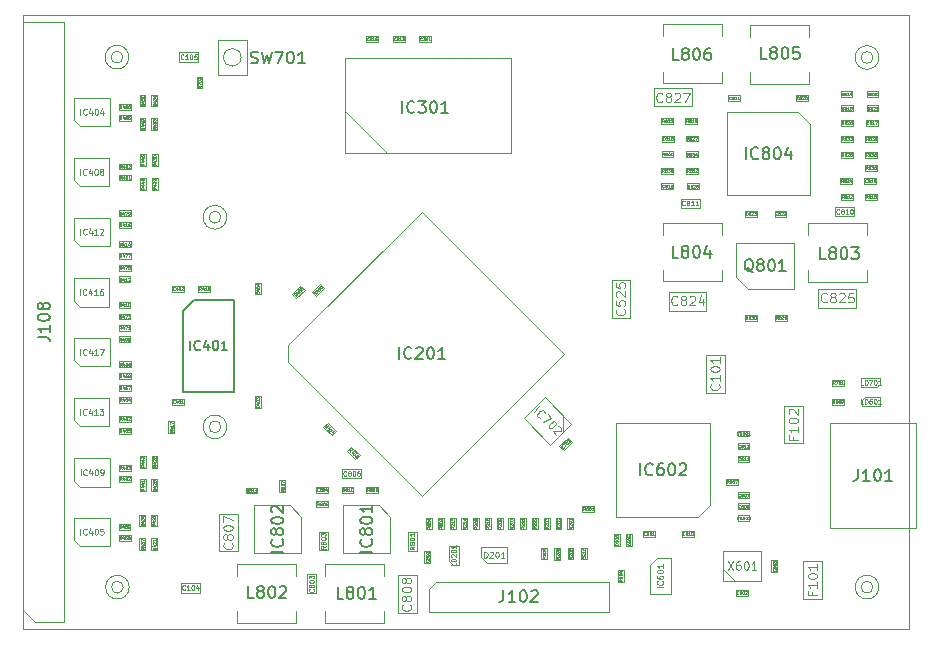
<source format=gbr>
G04 #@! TF.GenerationSoftware,KiCad,Pcbnew,(5.1.5)-3*
G04 #@! TF.CreationDate,2020-11-02T01:39:05+01:00*
G04 #@! TF.ProjectId,LogAn,4c6f6741-6e2e-46b6-9963-61645f706362,rev?*
G04 #@! TF.SameCoordinates,Original*
G04 #@! TF.FileFunction,Other,Fab,Top*
%FSLAX46Y46*%
G04 Gerber Fmt 4.6, Leading zero omitted, Abs format (unit mm)*
G04 Created by KiCad (PCBNEW (5.1.5)-3) date 2020-11-02 01:39:05*
%MOMM*%
%LPD*%
G04 APERTURE LIST*
%ADD10C,0.050000*%
%ADD11C,0.100000*%
%ADD12C,0.120000*%
%ADD13C,0.150000*%
%ADD14C,0.040000*%
%ADD15C,0.060000*%
%ADD16C,0.075000*%
%ADD17C,0.160000*%
%ADD18C,0.105000*%
G04 APERTURE END LIST*
D10*
X140710920Y-90850720D02*
X65778380Y-90850720D01*
X140716000Y-38854380D02*
X140710920Y-90850720D01*
X65773300Y-38858340D02*
X140716000Y-38854380D01*
X65778380Y-90850720D02*
X65773300Y-38858340D01*
D11*
X102856220Y-82394680D02*
X102856220Y-81394680D01*
X103356220Y-82394680D02*
X102856220Y-82394680D01*
X103356220Y-81394680D02*
X103356220Y-82394680D01*
X102856220Y-81394680D02*
X103356220Y-81394680D01*
X114101500Y-80900080D02*
X113101500Y-80900080D01*
X114101500Y-80400080D02*
X114101500Y-80900080D01*
X113101500Y-80400080D02*
X114101500Y-80400080D01*
X113101500Y-80900080D02*
X113101500Y-80400080D01*
X80430560Y-45059220D02*
X80430560Y-44059220D01*
X80930560Y-45059220D02*
X80430560Y-45059220D01*
X80930560Y-44059220D02*
X80930560Y-45059220D01*
X80430560Y-44059220D02*
X80930560Y-44059220D01*
X84209320Y-42425620D02*
G75*
G03X84209320Y-42425620I-750000J0D01*
G01*
X84709320Y-43925620D02*
X82209320Y-43925620D01*
X84709320Y-40925620D02*
X84709320Y-43925620D01*
X82209320Y-40925620D02*
X84709320Y-40925620D01*
X82209320Y-43925620D02*
X82209320Y-40925620D01*
X85587460Y-79348140D02*
X84587460Y-79348140D01*
X85587460Y-78848140D02*
X85587460Y-79348140D01*
X84587460Y-78848140D02*
X85587460Y-78848140D01*
X84587460Y-79348140D02*
X84587460Y-78848140D01*
D12*
X74693020Y-42410380D02*
G75*
G03X74693020Y-42410380I-1000000J0D01*
G01*
X74193020Y-42410380D02*
G75*
G03X74193020Y-42410380I-500000J0D01*
G01*
D11*
X122365240Y-46580960D02*
X119165240Y-46580960D01*
X122365240Y-44980960D02*
X122365240Y-46580960D01*
X119165240Y-44980960D02*
X122365240Y-44980960D01*
X119165240Y-46580960D02*
X119165240Y-44980960D01*
X123607300Y-63858040D02*
X120407300Y-63858040D01*
X123607300Y-62258040D02*
X123607300Y-63858040D01*
X120407300Y-62258040D02*
X123607300Y-62258040D01*
X120407300Y-63858040D02*
X120407300Y-62258040D01*
X125160940Y-67612460D02*
X125160940Y-70812460D01*
X123560940Y-67612460D02*
X125160940Y-67612460D01*
X123560940Y-70812460D02*
X123560940Y-67612460D01*
X125160940Y-70812460D02*
X123560940Y-70812460D01*
D12*
X138198100Y-87276940D02*
G75*
G03X138198100Y-87276940I-1000000J0D01*
G01*
X137698100Y-87276940D02*
G75*
G03X137698100Y-87276940I-500000J0D01*
G01*
X74728580Y-87282020D02*
G75*
G03X74728580Y-87282020I-1000000J0D01*
G01*
X74228580Y-87282020D02*
G75*
G03X74228580Y-87282020I-500000J0D01*
G01*
X138198100Y-42433240D02*
G75*
G03X138198100Y-42433240I-1000000J0D01*
G01*
X137698100Y-42433240D02*
G75*
G03X137698100Y-42433240I-500000J0D01*
G01*
X82491200Y-73713820D02*
G75*
G03X82491200Y-73713820I-500000J0D01*
G01*
X82991200Y-73713820D02*
G75*
G03X82991200Y-73713820I-1000000J0D01*
G01*
X82991200Y-55963820D02*
G75*
G03X82991200Y-55963820I-1000000J0D01*
G01*
X82491200Y-55963820D02*
G75*
G03X82491200Y-55963820I-500000J0D01*
G01*
D11*
X78973780Y-42000220D02*
X80573780Y-42000220D01*
X78973780Y-42800220D02*
X78973780Y-42000220D01*
X80573780Y-42800220D02*
X78973780Y-42800220D01*
X80573780Y-42000220D02*
X80573780Y-42800220D01*
X80718560Y-87735360D02*
X79118560Y-87735360D01*
X80718560Y-86935360D02*
X80718560Y-87735360D01*
X79118560Y-86935360D02*
X80718560Y-86935360D01*
X79118560Y-87735360D02*
X79118560Y-86935360D01*
X85875940Y-61498860D02*
X85875940Y-62498860D01*
X85375940Y-61498860D02*
X85875940Y-61498860D01*
X85375940Y-62498860D02*
X85375940Y-61498860D01*
X85875940Y-62498860D02*
X85375940Y-62498860D01*
X85368320Y-72135620D02*
X85368320Y-71135620D01*
X85868320Y-72135620D02*
X85368320Y-72135620D01*
X85868320Y-71135620D02*
X85868320Y-72135620D01*
X85368320Y-71135620D02*
X85868320Y-71135620D01*
X79367000Y-62264100D02*
X78367000Y-62264100D01*
X79367000Y-61764100D02*
X79367000Y-62264100D01*
X78367000Y-61764100D02*
X79367000Y-61764100D01*
X78367000Y-62264100D02*
X78367000Y-61764100D01*
X79346680Y-71834820D02*
X78346680Y-71834820D01*
X79346680Y-71334820D02*
X79346680Y-71834820D01*
X78346680Y-71334820D02*
X79346680Y-71334820D01*
X78346680Y-71834820D02*
X78346680Y-71334820D01*
X81589500Y-62261560D02*
X80589500Y-62261560D01*
X81589500Y-61761560D02*
X81589500Y-62261560D01*
X80589500Y-61761560D02*
X81589500Y-61761560D01*
X80589500Y-62261560D02*
X80589500Y-61761560D01*
X78042960Y-74231900D02*
X78042960Y-73231900D01*
X78542960Y-74231900D02*
X78042960Y-74231900D01*
X78542960Y-73231900D02*
X78542960Y-74231900D01*
X78042960Y-73231900D02*
X78542960Y-73231900D01*
D13*
X79245100Y-63940100D02*
X80245100Y-62940100D01*
X79245100Y-70740100D02*
X79245100Y-63940100D01*
X83645100Y-70740100D02*
X79245100Y-70740100D01*
X83645100Y-62940100D02*
X83645100Y-70740100D01*
X80245100Y-62940100D02*
X83645100Y-62940100D01*
D11*
X87951120Y-78224760D02*
X87951120Y-79224760D01*
X87451120Y-78224760D02*
X87951120Y-78224760D01*
X87451120Y-79224760D02*
X87451120Y-78224760D01*
X87951120Y-79224760D02*
X87451120Y-79224760D01*
X131818480Y-88267340D02*
X131818480Y-85067340D01*
X133418480Y-88267340D02*
X131818480Y-88267340D01*
X133418480Y-85067340D02*
X133418480Y-88267340D01*
X131818480Y-85067340D02*
X133418480Y-85067340D01*
X92718000Y-78779560D02*
X93718000Y-78779560D01*
X92718000Y-79279560D02*
X92718000Y-78779560D01*
X93718000Y-79279560D02*
X92718000Y-79279560D01*
X93718000Y-78779560D02*
X93718000Y-79279560D01*
X94800800Y-78782100D02*
X95800800Y-78782100D01*
X94800800Y-79282100D02*
X94800800Y-78782100D01*
X95800800Y-79282100D02*
X94800800Y-79282100D01*
X95800800Y-78782100D02*
X95800800Y-79282100D01*
X90581860Y-79996220D02*
X91581860Y-79996220D01*
X90581860Y-80496220D02*
X90581860Y-79996220D01*
X91581860Y-80496220D02*
X90581860Y-80496220D01*
X91581860Y-79996220D02*
X91581860Y-80496220D01*
X99851400Y-82397220D02*
X99851400Y-81397220D01*
X100351400Y-82397220D02*
X99851400Y-82397220D01*
X100351400Y-81397220D02*
X100351400Y-82397220D01*
X99851400Y-81397220D02*
X100351400Y-81397220D01*
X90778380Y-84167880D02*
X90778380Y-82567880D01*
X91578380Y-84167880D02*
X90778380Y-84167880D01*
X91578380Y-82567880D02*
X91578380Y-84167880D01*
X90778380Y-82567880D02*
X91578380Y-82567880D01*
X101359780Y-81397220D02*
X101359780Y-82397220D01*
X100859780Y-81397220D02*
X101359780Y-81397220D01*
X100859780Y-82397220D02*
X100859780Y-81397220D01*
X101359780Y-82397220D02*
X100859780Y-82397220D01*
X98304400Y-84193280D02*
X98304400Y-82593280D01*
X99104400Y-84193280D02*
X98304400Y-84193280D01*
X99104400Y-82593280D02*
X99104400Y-84193280D01*
X98304400Y-82593280D02*
X99104400Y-82593280D01*
X88875240Y-85323040D02*
X83875240Y-85323040D01*
X88875240Y-90298040D02*
X83875240Y-90298040D01*
X88875240Y-90298040D02*
X88875240Y-89323040D01*
X88875240Y-85323040D02*
X88875240Y-86323040D01*
X83875240Y-90298040D02*
X83875240Y-89323040D01*
X83875240Y-85323040D02*
X83875240Y-86323040D01*
X91317440Y-90317960D02*
X96317440Y-90317960D01*
X91317440Y-85342960D02*
X96317440Y-85342960D01*
X91317440Y-85342960D02*
X91317440Y-86317960D01*
X91317440Y-90317960D02*
X91317440Y-89317960D01*
X96317440Y-85342960D02*
X96317440Y-86317960D01*
X96317440Y-90317960D02*
X96317440Y-89317960D01*
X88307420Y-80362040D02*
X89307420Y-81362040D01*
X85307420Y-80362040D02*
X88307420Y-80362040D01*
X85307420Y-84362040D02*
X85307420Y-80362040D01*
X89307420Y-84362040D02*
X85307420Y-84362040D01*
X89307420Y-81362040D02*
X89307420Y-84362040D01*
X95841060Y-80356960D02*
X96841060Y-81356960D01*
X92841060Y-80356960D02*
X95841060Y-80356960D01*
X92841060Y-84356960D02*
X92841060Y-80356960D01*
X96841060Y-84356960D02*
X92841060Y-84356960D01*
X96841060Y-81356960D02*
X96841060Y-84356960D01*
X83944360Y-81059220D02*
X83944360Y-84259220D01*
X82344360Y-81059220D02*
X83944360Y-81059220D01*
X82344360Y-84259220D02*
X82344360Y-81059220D01*
X83944360Y-84259220D02*
X82344360Y-84259220D01*
X99054820Y-86281460D02*
X99054820Y-89481460D01*
X97454820Y-86281460D02*
X99054820Y-86281460D01*
X97454820Y-89481460D02*
X97454820Y-86281460D01*
X99054820Y-89481460D02*
X97454820Y-89481460D01*
X92755820Y-77275740D02*
X94355820Y-77275740D01*
X92755820Y-78075740D02*
X92755820Y-77275740D01*
X94355820Y-78075740D02*
X92755820Y-78075740D01*
X94355820Y-77275740D02*
X94355820Y-78075740D01*
X90571700Y-78771940D02*
X91571700Y-78771940D01*
X90571700Y-79271940D02*
X90571700Y-78771940D01*
X91571700Y-79271940D02*
X90571700Y-79271940D01*
X91571700Y-78771940D02*
X91571700Y-79271940D01*
X89785240Y-87792460D02*
X89785240Y-86192460D01*
X90585240Y-87792460D02*
X89785240Y-87792460D01*
X90585240Y-86192460D02*
X90585240Y-87792460D01*
X89785240Y-86192460D02*
X90585240Y-86192460D01*
X99726940Y-85209000D02*
X99726940Y-84209000D01*
X100226940Y-85209000D02*
X99726940Y-85209000D01*
X100226940Y-84209000D02*
X100226940Y-85209000D01*
X99726940Y-84209000D02*
X100226940Y-84209000D01*
X104525900Y-84736680D02*
X105025900Y-85236680D01*
X106725900Y-83886680D02*
X106725900Y-85236680D01*
X104525900Y-83886680D02*
X106725900Y-83886680D01*
X105025900Y-85236680D02*
X106725900Y-85236680D01*
X104525900Y-83886680D02*
X104525900Y-84736680D01*
X102617220Y-83789620D02*
X101817220Y-83789620D01*
X102617220Y-85389620D02*
X102617220Y-83789620D01*
X102117220Y-85389620D02*
X102617220Y-85389620D01*
X101817220Y-85089620D02*
X102117220Y-85389620D01*
X101817220Y-83789620D02*
X101817220Y-85089620D01*
X91256590Y-61941463D02*
X90549483Y-62648570D01*
X90903037Y-61587910D02*
X91256590Y-61941463D01*
X90195930Y-62295017D02*
X90903037Y-61587910D01*
X90549483Y-62648570D02*
X90195930Y-62295017D01*
X89582339Y-62094254D02*
X88875232Y-62801361D01*
X89228786Y-61740701D02*
X89582339Y-62094254D01*
X88521679Y-62447808D02*
X89228786Y-61740701D01*
X88875232Y-62801361D02*
X88521679Y-62447808D01*
X73848340Y-56371680D02*
X74848340Y-56371680D01*
X73848340Y-56871680D02*
X73848340Y-56371680D01*
X74848340Y-56871680D02*
X73848340Y-56871680D01*
X74848340Y-56371680D02*
X74848340Y-56871680D01*
X73858500Y-57994740D02*
X74858500Y-57994740D01*
X73858500Y-58494740D02*
X73858500Y-57994740D01*
X74858500Y-58494740D02*
X73858500Y-58494740D01*
X74858500Y-57994740D02*
X74858500Y-58494740D01*
X73839940Y-60974160D02*
X74839940Y-60974160D01*
X73839940Y-61474160D02*
X73839940Y-60974160D01*
X74839940Y-61474160D02*
X73839940Y-61474160D01*
X74839940Y-60974160D02*
X74839940Y-61474160D01*
X73835640Y-63125540D02*
X74835640Y-63125540D01*
X73835640Y-63625540D02*
X73835640Y-63125540D01*
X74835640Y-63625540D02*
X73835640Y-63625540D01*
X74835640Y-63125540D02*
X74835640Y-63625540D01*
X75619800Y-77152120D02*
X75619800Y-76152120D01*
X76119800Y-77152120D02*
X75619800Y-77152120D01*
X76119800Y-76152120D02*
X76119800Y-77152120D01*
X75619800Y-76152120D02*
X76119800Y-76152120D01*
X73828020Y-66051620D02*
X74828020Y-66051620D01*
X73828020Y-66551620D02*
X73828020Y-66051620D01*
X74828020Y-66551620D02*
X73828020Y-66551620D01*
X74828020Y-66051620D02*
X74828020Y-66551620D01*
X76117260Y-78156180D02*
X76117260Y-79156180D01*
X75617260Y-78156180D02*
X76117260Y-78156180D01*
X75617260Y-79156180D02*
X75617260Y-78156180D01*
X76117260Y-79156180D02*
X75617260Y-79156180D01*
X73871980Y-68154740D02*
X74871980Y-68154740D01*
X73871980Y-68654740D02*
X73871980Y-68154740D01*
X74871980Y-68654740D02*
X73871980Y-68654740D01*
X74871980Y-68154740D02*
X74871980Y-68654740D01*
X75589320Y-82133060D02*
X75589320Y-81133060D01*
X76089320Y-82133060D02*
X75589320Y-82133060D01*
X76089320Y-81133060D02*
X76089320Y-82133060D01*
X75589320Y-81133060D02*
X76089320Y-81133060D01*
X73861040Y-71172260D02*
X74861040Y-71172260D01*
X73861040Y-71672260D02*
X73861040Y-71172260D01*
X74861040Y-71672260D02*
X73861040Y-71672260D01*
X74861040Y-71172260D02*
X74861040Y-71672260D01*
X76094400Y-83142200D02*
X76094400Y-84142200D01*
X75594400Y-83142200D02*
X76094400Y-83142200D01*
X75594400Y-84142200D02*
X75594400Y-83142200D01*
X76094400Y-84142200D02*
X75594400Y-84142200D01*
X73866120Y-72775000D02*
X74866120Y-72775000D01*
X73866120Y-73275000D02*
X73866120Y-72775000D01*
X74866120Y-73275000D02*
X73866120Y-73275000D01*
X74866120Y-72775000D02*
X74866120Y-73275000D01*
X75609640Y-46568760D02*
X75609640Y-45568760D01*
X76109640Y-46568760D02*
X75609640Y-46568760D01*
X76109640Y-45568760D02*
X76109640Y-46568760D01*
X75609640Y-45568760D02*
X76109640Y-45568760D01*
X76107100Y-47586500D02*
X76107100Y-48586500D01*
X75607100Y-47586500D02*
X76107100Y-47586500D01*
X75607100Y-48586500D02*
X75607100Y-47586500D01*
X76107100Y-48586500D02*
X75607100Y-48586500D01*
X77105320Y-45575600D02*
X77105320Y-46575600D01*
X76605320Y-45575600D02*
X77105320Y-45575600D01*
X76605320Y-46575600D02*
X76605320Y-45575600D01*
X77105320Y-46575600D02*
X76605320Y-46575600D01*
X76605320Y-48577120D02*
X76605320Y-47577120D01*
X77105320Y-48577120D02*
X76605320Y-48577120D01*
X77105320Y-47577120D02*
X77105320Y-48577120D01*
X76605320Y-47577120D02*
X77105320Y-47577120D01*
X75642660Y-51638600D02*
X75642660Y-50638600D01*
X76142660Y-51638600D02*
X75642660Y-51638600D01*
X76142660Y-50638600D02*
X76142660Y-51638600D01*
X75642660Y-50638600D02*
X76142660Y-50638600D01*
X76140120Y-52641100D02*
X76140120Y-53641100D01*
X75640120Y-52641100D02*
X76140120Y-52641100D01*
X75640120Y-53641100D02*
X75640120Y-52641100D01*
X76140120Y-53641100D02*
X75640120Y-53641100D01*
X77135800Y-50644660D02*
X77135800Y-51644660D01*
X76635800Y-50644660D02*
X77135800Y-50644660D01*
X76635800Y-51644660D02*
X76635800Y-50644660D01*
X77135800Y-51644660D02*
X76635800Y-51644660D01*
X76630720Y-53642660D02*
X76630720Y-52642660D01*
X77130720Y-53642660D02*
X76630720Y-53642660D01*
X77130720Y-52642660D02*
X77130720Y-53642660D01*
X76630720Y-52642660D02*
X77130720Y-52642660D01*
X77120560Y-76151340D02*
X77120560Y-77151340D01*
X76620560Y-76151340D02*
X77120560Y-76151340D01*
X76620560Y-77151340D02*
X76620560Y-76151340D01*
X77120560Y-77151340D02*
X76620560Y-77151340D01*
X76612940Y-79163800D02*
X76612940Y-78163800D01*
X77112940Y-79163800D02*
X76612940Y-79163800D01*
X77112940Y-78163800D02*
X77112940Y-79163800D01*
X76612940Y-78163800D02*
X77112940Y-78163800D01*
X91529923Y-73370970D02*
X92237030Y-74078077D01*
X91176370Y-73724523D02*
X91529923Y-73370970D01*
X91883477Y-74431630D02*
X91176370Y-73724523D01*
X92237030Y-74078077D02*
X91883477Y-74431630D01*
X77087540Y-81133840D02*
X77087540Y-82133840D01*
X76587540Y-81133840D02*
X77087540Y-81133840D01*
X76587540Y-82133840D02*
X76587540Y-81133840D01*
X77087540Y-82133840D02*
X76587540Y-82133840D01*
X76597700Y-84144740D02*
X76597700Y-83144740D01*
X77097700Y-84144740D02*
X76597700Y-84144740D01*
X77097700Y-83144740D02*
X77097700Y-84144740D01*
X76597700Y-83144740D02*
X77097700Y-83144740D01*
X93531052Y-75392419D02*
X94238159Y-76099526D01*
X93177499Y-75745972D02*
X93531052Y-75392419D01*
X93884606Y-76453079D02*
X93177499Y-75745972D01*
X94238159Y-76099526D02*
X93884606Y-76453079D01*
X69194680Y-39423340D02*
X69194680Y-90223340D01*
X65734680Y-39423340D02*
X69194680Y-39423340D01*
X65734680Y-89223340D02*
X65734680Y-39423340D01*
X66759680Y-90228340D02*
X65759680Y-89228340D01*
X69194680Y-90223340D02*
X66759680Y-90228340D01*
X73855960Y-46361540D02*
X74855960Y-46361540D01*
X73855960Y-46861540D02*
X73855960Y-46361540D01*
X74855960Y-46861540D02*
X73855960Y-46861540D01*
X74855960Y-46361540D02*
X74855960Y-46861540D01*
X73855960Y-47298800D02*
X74855960Y-47298800D01*
X73855960Y-47798800D02*
X73855960Y-47298800D01*
X74855960Y-47798800D02*
X73855960Y-47798800D01*
X74855960Y-47298800D02*
X74855960Y-47798800D01*
X73883900Y-51413600D02*
X74883900Y-51413600D01*
X73883900Y-51913600D02*
X73883900Y-51413600D01*
X74883900Y-51913600D02*
X73883900Y-51913600D01*
X74883900Y-51413600D02*
X74883900Y-51913600D01*
X73883900Y-52348320D02*
X74883900Y-52348320D01*
X73883900Y-52848320D02*
X73883900Y-52348320D01*
X74883900Y-52848320D02*
X73883900Y-52848320D01*
X74883900Y-52348320D02*
X74883900Y-52848320D01*
X73845800Y-55381080D02*
X74845800Y-55381080D01*
X73845800Y-55881080D02*
X73845800Y-55381080D01*
X74845800Y-55881080D02*
X73845800Y-55881080D01*
X74845800Y-55381080D02*
X74845800Y-55881080D01*
X73855180Y-58998040D02*
X74855180Y-58998040D01*
X73855180Y-59498040D02*
X73855180Y-58998040D01*
X74855180Y-59498040D02*
X73855180Y-59498040D01*
X74855180Y-58998040D02*
X74855180Y-59498040D01*
X73845020Y-59988640D02*
X74845020Y-59988640D01*
X73845020Y-60488640D02*
X73845020Y-59988640D01*
X74845020Y-60488640D02*
X73845020Y-60488640D01*
X74845020Y-59988640D02*
X74845020Y-60488640D01*
X73835640Y-64113600D02*
X74835640Y-64113600D01*
X73835640Y-64613600D02*
X73835640Y-64113600D01*
X74835640Y-64613600D02*
X73835640Y-64613600D01*
X74835640Y-64113600D02*
X74835640Y-64613600D01*
X73827240Y-65096580D02*
X74827240Y-65096580D01*
X73827240Y-65596580D02*
X73827240Y-65096580D01*
X74827240Y-65596580D02*
X73827240Y-65596580D01*
X74827240Y-65096580D02*
X74827240Y-65596580D01*
X73852640Y-69155500D02*
X74852640Y-69155500D01*
X73852640Y-69655500D02*
X73852640Y-69155500D01*
X74852640Y-69655500D02*
X73852640Y-69655500D01*
X74852640Y-69155500D02*
X74852640Y-69655500D01*
X73848340Y-70158800D02*
X74848340Y-70158800D01*
X73848340Y-70658800D02*
X73848340Y-70158800D01*
X74848340Y-70658800D02*
X73848340Y-70658800D01*
X74848340Y-70158800D02*
X74848340Y-70658800D01*
X73855960Y-73770680D02*
X74855960Y-73770680D01*
X73855960Y-74270680D02*
X73855960Y-73770680D01*
X74855960Y-74270680D02*
X73855960Y-74270680D01*
X74855960Y-73770680D02*
X74855960Y-74270680D01*
X73868660Y-76912660D02*
X74868660Y-76912660D01*
X73868660Y-77412660D02*
X73868660Y-76912660D01*
X74868660Y-77412660D02*
X73868660Y-77412660D01*
X74868660Y-76912660D02*
X74868660Y-77412660D01*
X73867880Y-77855000D02*
X74867880Y-77855000D01*
X73867880Y-78355000D02*
X73867880Y-77855000D01*
X74867880Y-78355000D02*
X73867880Y-78355000D01*
X74867880Y-77855000D02*
X74867880Y-78355000D01*
X73833100Y-81919000D02*
X74833100Y-81919000D01*
X73833100Y-82419000D02*
X73833100Y-81919000D01*
X74833100Y-82419000D02*
X73833100Y-82419000D01*
X74833100Y-81919000D02*
X74833100Y-82419000D01*
X73844040Y-82858800D02*
X74844040Y-82858800D01*
X73844040Y-83358800D02*
X73844040Y-82858800D01*
X74844040Y-83358800D02*
X73844040Y-83358800D01*
X74844040Y-82858800D02*
X74844040Y-83358800D01*
X70064500Y-66188740D02*
X73064500Y-66188740D01*
X73064500Y-66188740D02*
X73064500Y-68588740D01*
X73064500Y-68588740D02*
X70564500Y-68588740D01*
X70064500Y-68088740D02*
X70064500Y-66188740D01*
X70564500Y-68588740D02*
X70064500Y-68088740D01*
X70046720Y-61121440D02*
X73046720Y-61121440D01*
X73046720Y-61121440D02*
X73046720Y-63521440D01*
X73046720Y-63521440D02*
X70546720Y-63521440D01*
X70046720Y-63021440D02*
X70046720Y-61121440D01*
X70546720Y-63521440D02*
X70046720Y-63021440D01*
X70061960Y-71261120D02*
X73061960Y-71261120D01*
X73061960Y-71261120D02*
X73061960Y-73661120D01*
X73061960Y-73661120D02*
X70561960Y-73661120D01*
X70061960Y-73161120D02*
X70061960Y-71261120D01*
X70561960Y-73661120D02*
X70061960Y-73161120D01*
X70064500Y-56005880D02*
X73064500Y-56005880D01*
X73064500Y-56005880D02*
X73064500Y-58405880D01*
X73064500Y-58405880D02*
X70564500Y-58405880D01*
X70064500Y-57905880D02*
X70064500Y-56005880D01*
X70564500Y-58405880D02*
X70064500Y-57905880D01*
X70074660Y-76369060D02*
X73074660Y-76369060D01*
X73074660Y-76369060D02*
X73074660Y-78769060D01*
X73074660Y-78769060D02*
X70574660Y-78769060D01*
X70074660Y-78269060D02*
X70074660Y-76369060D01*
X70574660Y-78769060D02*
X70074660Y-78269060D01*
X70061960Y-50943660D02*
X73061960Y-50943660D01*
X73061960Y-50943660D02*
X73061960Y-53343660D01*
X73061960Y-53343660D02*
X70561960Y-53343660D01*
X70061960Y-52843660D02*
X70061960Y-50943660D01*
X70561960Y-53343660D02*
X70061960Y-52843660D01*
X70067040Y-81398260D02*
X73067040Y-81398260D01*
X73067040Y-81398260D02*
X73067040Y-83798260D01*
X73067040Y-83798260D02*
X70567040Y-83798260D01*
X70067040Y-83298260D02*
X70067040Y-81398260D01*
X70567040Y-83798260D02*
X70067040Y-83298260D01*
X70069580Y-45850960D02*
X73069580Y-45850960D01*
X73069580Y-45850960D02*
X73069580Y-48250960D01*
X73069580Y-48250960D02*
X70569580Y-48250960D01*
X70069580Y-47750960D02*
X70069580Y-45850960D01*
X70569580Y-48250960D02*
X70069580Y-47750960D01*
X135239380Y-70229540D02*
X134239380Y-70229540D01*
X135239380Y-69729540D02*
X135239380Y-70229540D01*
X134239380Y-69729540D02*
X135239380Y-69729540D01*
X134239380Y-70229540D02*
X134239380Y-69729540D01*
X136728300Y-69561760D02*
X136728300Y-70361760D01*
X138328300Y-69561760D02*
X136728300Y-69561760D01*
X138328300Y-70061760D02*
X138328300Y-69561760D01*
X138028300Y-70361760D02*
X138328300Y-70061760D01*
X136728300Y-70361760D02*
X138028300Y-70361760D01*
X131795420Y-71915220D02*
X131795420Y-75115220D01*
X130195420Y-71915220D02*
X131795420Y-71915220D01*
X130195420Y-75115220D02*
X130195420Y-71915220D01*
X131795420Y-75115220D02*
X130195420Y-75115220D01*
X134053560Y-82308300D02*
X134053560Y-73368300D01*
X134053560Y-82308300D02*
X141353560Y-82308300D01*
X141353560Y-82308300D02*
X141353560Y-73368300D01*
X134053560Y-73368300D02*
X141353560Y-73368300D01*
X124953400Y-39636060D02*
X119953400Y-39636060D01*
X124953400Y-44611060D02*
X119953400Y-44611060D01*
X124953400Y-44611060D02*
X124953400Y-43636060D01*
X124953400Y-39636060D02*
X124953400Y-40636060D01*
X119953400Y-44611060D02*
X119953400Y-43636060D01*
X119953400Y-39636060D02*
X119953400Y-40636060D01*
X132281300Y-39676700D02*
X127281300Y-39676700D01*
X132281300Y-44651700D02*
X127281300Y-44651700D01*
X132281300Y-44651700D02*
X132281300Y-43676700D01*
X132281300Y-39676700D02*
X132281300Y-40676700D01*
X127281300Y-44651700D02*
X127281300Y-43676700D01*
X127281300Y-39676700D02*
X127281300Y-40676700D01*
X124938100Y-56425460D02*
X119938100Y-56425460D01*
X124938100Y-61400460D02*
X119938100Y-61400460D01*
X124938100Y-61400460D02*
X124938100Y-60425460D01*
X124938100Y-56425460D02*
X124938100Y-57425460D01*
X119938100Y-61400460D02*
X119938100Y-60425460D01*
X119938100Y-56425460D02*
X119938100Y-57425460D01*
X132231760Y-61453400D02*
X137231760Y-61453400D01*
X132231760Y-56478400D02*
X137231760Y-56478400D01*
X132231760Y-56478400D02*
X132231760Y-57453400D01*
X132231760Y-61453400D02*
X132231760Y-60453400D01*
X137231760Y-56478400D02*
X137231760Y-57453400D01*
X137231760Y-61453400D02*
X137231760Y-60453400D01*
X111222600Y-83939760D02*
X111222600Y-84939760D01*
X110722600Y-83939760D02*
X111222600Y-83939760D01*
X110722600Y-84939760D02*
X110722600Y-83939760D01*
X111222600Y-84939760D02*
X110722600Y-84939760D01*
X110110080Y-83937220D02*
X110110080Y-84937220D01*
X109610080Y-83937220D02*
X110110080Y-83937220D01*
X109610080Y-84937220D02*
X109610080Y-83937220D01*
X110110080Y-84937220D02*
X109610080Y-84937220D01*
X110325980Y-81389600D02*
X110325980Y-82389600D01*
X109825980Y-81389600D02*
X110325980Y-81389600D01*
X109825980Y-82389600D02*
X109825980Y-81389600D01*
X110325980Y-82389600D02*
X109825980Y-82389600D01*
X93031540Y-50498740D02*
X93031540Y-42498740D01*
X93031540Y-42498740D02*
X107031540Y-42498740D01*
X107031540Y-42498740D02*
X107031540Y-50498740D01*
X107031540Y-50498740D02*
X93031540Y-50498740D01*
X96556540Y-50498740D02*
X93031540Y-46973740D01*
X94765240Y-40623680D02*
X95765240Y-40623680D01*
X94765240Y-41123680D02*
X94765240Y-40623680D01*
X95765240Y-41123680D02*
X94765240Y-41123680D01*
X95765240Y-40623680D02*
X95765240Y-41123680D01*
X97048700Y-40623680D02*
X98048700Y-40623680D01*
X97048700Y-41123680D02*
X97048700Y-40623680D01*
X98048700Y-41123680D02*
X97048700Y-41123680D01*
X98048700Y-40623680D02*
X98048700Y-41123680D01*
X99288980Y-40626220D02*
X100288980Y-40626220D01*
X99288980Y-41126220D02*
X99288980Y-40626220D01*
X100288980Y-41126220D02*
X99288980Y-41126220D01*
X100288980Y-40626220D02*
X100288980Y-41126220D01*
X99511540Y-55484527D02*
X111532355Y-67505342D01*
X88197832Y-66798235D02*
X99511540Y-55484527D01*
X88197832Y-68212449D02*
X88197832Y-66798235D01*
X99511540Y-79526157D02*
X88197832Y-68212449D01*
X111532355Y-67505342D02*
X99511540Y-79526157D01*
X125039320Y-85728620D02*
X126039320Y-86728620D01*
X128239320Y-84228620D02*
X125039320Y-84228620D01*
X128239320Y-86728620D02*
X128239320Y-84228620D01*
X125039320Y-86728620D02*
X128239320Y-86728620D01*
X125039320Y-84228620D02*
X125039320Y-86728620D01*
X135221600Y-71822120D02*
X134221600Y-71822120D01*
X135221600Y-71322120D02*
X135221600Y-71822120D01*
X134221600Y-71322120D02*
X135221600Y-71322120D01*
X134221600Y-71822120D02*
X134221600Y-71322120D01*
X126252860Y-78603920D02*
X125252860Y-78603920D01*
X126252860Y-78103920D02*
X126252860Y-78603920D01*
X125252860Y-78103920D02*
X126252860Y-78103920D01*
X125252860Y-78603920D02*
X125252860Y-78103920D01*
X116115020Y-86842220D02*
X116115020Y-85842220D01*
X116615020Y-86842220D02*
X116115020Y-86842220D01*
X116615020Y-85842220D02*
X116615020Y-86842220D01*
X116115020Y-85842220D02*
X116615020Y-85842220D01*
X119803780Y-50369660D02*
X120803780Y-50369660D01*
X119803780Y-50869660D02*
X119803780Y-50369660D01*
X120803780Y-50869660D02*
X119803780Y-50869660D01*
X120803780Y-50369660D02*
X120803780Y-50869660D01*
X138066400Y-49571720D02*
X137066400Y-49571720D01*
X138066400Y-49071720D02*
X138066400Y-49571720D01*
X137066400Y-49071720D02*
X138066400Y-49071720D01*
X137066400Y-49571720D02*
X137066400Y-49071720D01*
X119789320Y-51761580D02*
X120789320Y-51761580D01*
X119789320Y-52261580D02*
X119789320Y-51761580D01*
X120789320Y-52261580D02*
X119789320Y-52261580D01*
X120789320Y-51761580D02*
X120789320Y-52261580D01*
X138023220Y-52027900D02*
X137023220Y-52027900D01*
X138023220Y-51527900D02*
X138023220Y-52027900D01*
X137023220Y-51527900D02*
X138023220Y-51527900D01*
X137023220Y-52027900D02*
X137023220Y-51527900D01*
X138033380Y-50920460D02*
X137033380Y-50920460D01*
X138033380Y-50420460D02*
X138033380Y-50920460D01*
X137033380Y-50420460D02*
X138033380Y-50420460D01*
X137033380Y-50920460D02*
X137033380Y-50420460D01*
X121872120Y-50389980D02*
X122872120Y-50389980D01*
X121872120Y-50889980D02*
X121872120Y-50389980D01*
X122872120Y-50889980D02*
X121872120Y-50889980D01*
X122872120Y-50389980D02*
X122872120Y-50889980D01*
X135998840Y-49579340D02*
X134998840Y-49579340D01*
X135998840Y-49079340D02*
X135998840Y-49579340D01*
X134998840Y-49079340D02*
X135998840Y-49079340D01*
X134998840Y-49579340D02*
X134998840Y-49079340D01*
X121892440Y-51764120D02*
X122892440Y-51764120D01*
X121892440Y-52264120D02*
X121892440Y-51764120D01*
X122892440Y-52264120D02*
X121892440Y-52264120D01*
X122892440Y-51764120D02*
X122892440Y-52264120D01*
X126850520Y-64205040D02*
X127850520Y-64205040D01*
X126850520Y-64705040D02*
X126850520Y-64205040D01*
X127850520Y-64705040D02*
X126850520Y-64705040D01*
X127850520Y-64205040D02*
X127850520Y-64705040D01*
X129415920Y-64205040D02*
X130415920Y-64205040D01*
X129415920Y-64705040D02*
X129415920Y-64205040D01*
X130415920Y-64705040D02*
X129415920Y-64705040D01*
X130415920Y-64205040D02*
X130415920Y-64705040D01*
X135978520Y-50920460D02*
X134978520Y-50920460D01*
X135978520Y-50420460D02*
X135978520Y-50920460D01*
X134978520Y-50420460D02*
X135978520Y-50420460D01*
X134978520Y-50920460D02*
X134978520Y-50420460D01*
X122864500Y-49543780D02*
X121864500Y-49543780D01*
X122864500Y-49043780D02*
X122864500Y-49543780D01*
X121864500Y-49043780D02*
X122864500Y-49043780D01*
X121864500Y-49543780D02*
X121864500Y-49043780D01*
X134978520Y-47717900D02*
X135978520Y-47717900D01*
X134978520Y-48217900D02*
X134978520Y-47717900D01*
X135978520Y-48217900D02*
X134978520Y-48217900D01*
X135978520Y-47717900D02*
X135978520Y-48217900D01*
X122948320Y-53584920D02*
X121948320Y-53584920D01*
X122948320Y-53084920D02*
X122948320Y-53584920D01*
X121948320Y-53084920D02*
X122948320Y-53084920D01*
X121948320Y-53584920D02*
X121948320Y-53084920D01*
X134940420Y-52625180D02*
X135940420Y-52625180D01*
X134940420Y-53125180D02*
X134940420Y-52625180D01*
X135940420Y-53125180D02*
X134940420Y-53125180D01*
X135940420Y-52625180D02*
X135940420Y-53125180D01*
X119781700Y-47570580D02*
X120781700Y-47570580D01*
X119781700Y-48070580D02*
X119781700Y-47570580D01*
X120781700Y-48070580D02*
X119781700Y-48070580D01*
X120781700Y-47570580D02*
X120781700Y-48070580D01*
X138170540Y-46991080D02*
X137170540Y-46991080D01*
X138170540Y-46491080D02*
X138170540Y-46991080D01*
X137170540Y-46491080D02*
X138170540Y-46491080D01*
X137170540Y-46991080D02*
X137170540Y-46491080D01*
X138162920Y-45789660D02*
X137162920Y-45789660D01*
X138162920Y-45289660D02*
X138162920Y-45789660D01*
X137162920Y-45289660D02*
X138162920Y-45289660D01*
X137162920Y-45789660D02*
X137162920Y-45289660D01*
X137020680Y-53971380D02*
X138020680Y-53971380D01*
X137020680Y-54471380D02*
X137020680Y-53971380D01*
X138020680Y-54471380D02*
X137020680Y-54471380D01*
X138020680Y-53971380D02*
X138020680Y-54471380D01*
X121808620Y-47547720D02*
X122808620Y-47547720D01*
X121808620Y-48047720D02*
X121808620Y-47547720D01*
X122808620Y-48047720D02*
X121808620Y-48047720D01*
X122808620Y-47547720D02*
X122808620Y-48047720D01*
X135970900Y-46991080D02*
X134970900Y-46991080D01*
X135970900Y-46491080D02*
X135970900Y-46991080D01*
X134970900Y-46491080D02*
X135970900Y-46491080D01*
X134970900Y-46991080D02*
X134970900Y-46491080D01*
X135965820Y-45787120D02*
X134965820Y-45787120D01*
X135965820Y-45287120D02*
X135965820Y-45787120D01*
X134965820Y-45287120D02*
X135965820Y-45287120D01*
X134965820Y-45787120D02*
X134965820Y-45287120D01*
X136011540Y-54473920D02*
X135011540Y-54473920D01*
X136011540Y-53973920D02*
X136011540Y-54473920D01*
X135011540Y-53973920D02*
X136011540Y-53973920D01*
X135011540Y-54473920D02*
X135011540Y-53973920D01*
X109325220Y-81389600D02*
X109325220Y-82389600D01*
X108825220Y-81389600D02*
X109325220Y-81389600D01*
X108825220Y-82389600D02*
X108825220Y-81389600D01*
X109325220Y-82389600D02*
X108825220Y-82389600D01*
X108329540Y-81394680D02*
X108329540Y-82394680D01*
X107829540Y-81394680D02*
X108329540Y-81394680D01*
X107829540Y-82394680D02*
X107829540Y-81394680D01*
X108329540Y-82394680D02*
X107829540Y-82394680D01*
X101860540Y-82394680D02*
X101860540Y-81394680D01*
X102360540Y-82394680D02*
X101860540Y-82394680D01*
X102360540Y-81394680D02*
X102360540Y-82394680D01*
X101860540Y-81394680D02*
X102360540Y-81394680D01*
X112345280Y-83932140D02*
X112345280Y-84932140D01*
X111845280Y-83932140D02*
X112345280Y-83932140D01*
X111845280Y-84932140D02*
X111845280Y-83932140D01*
X112345280Y-84932140D02*
X111845280Y-84932140D01*
X112317340Y-81392140D02*
X112317340Y-82392140D01*
X111817340Y-81392140D02*
X112317340Y-81392140D01*
X111817340Y-82392140D02*
X111817340Y-81392140D01*
X112317340Y-82392140D02*
X111817340Y-82392140D01*
X111324200Y-81389600D02*
X111324200Y-82389600D01*
X110824200Y-81389600D02*
X111324200Y-81389600D01*
X110824200Y-82389600D02*
X110824200Y-81389600D01*
X111324200Y-82389600D02*
X110824200Y-82389600D01*
X105347580Y-81392140D02*
X105347580Y-82392140D01*
X104847580Y-81392140D02*
X105347580Y-81392140D01*
X104847580Y-82392140D02*
X104847580Y-81392140D01*
X105347580Y-82392140D02*
X104847580Y-82392140D01*
X106338180Y-81392140D02*
X106338180Y-82392140D01*
X105838180Y-81392140D02*
X106338180Y-81392140D01*
X105838180Y-82392140D02*
X105838180Y-81392140D01*
X106338180Y-82392140D02*
X105838180Y-82392140D01*
X104351900Y-81392140D02*
X104351900Y-82392140D01*
X103851900Y-81392140D02*
X104351900Y-81392140D01*
X103851900Y-82392140D02*
X103851900Y-81392140D01*
X104351900Y-82392140D02*
X103851900Y-82392140D01*
X107333860Y-81392140D02*
X107333860Y-82392140D01*
X106833860Y-81392140D02*
X107333860Y-81392140D01*
X106833860Y-82392140D02*
X106833860Y-81392140D01*
X107333860Y-82392140D02*
X106833860Y-82392140D01*
X127115040Y-62015920D02*
X126140040Y-61040920D01*
X131040040Y-62015920D02*
X127115040Y-62015920D01*
X131040040Y-58115920D02*
X131040040Y-62015920D01*
X126140040Y-58115920D02*
X131040040Y-58115920D01*
X126140040Y-61040920D02*
X126140040Y-58115920D01*
X138335920Y-71961960D02*
X138335920Y-71161960D01*
X136735920Y-71961960D02*
X138335920Y-71961960D01*
X136735920Y-71461960D02*
X136735920Y-71961960D01*
X137035920Y-71161960D02*
X136735920Y-71461960D01*
X138335920Y-71161960D02*
X137035920Y-71161960D01*
X115326160Y-89359740D02*
X100086160Y-89359740D01*
X115326160Y-86819740D02*
X115326160Y-89359740D01*
X100721160Y-86819740D02*
X115326160Y-86819740D01*
X100086160Y-87454740D02*
X100721160Y-86819740D01*
X100086160Y-89359740D02*
X100086160Y-87454740D01*
X111455248Y-74157394D02*
X111455248Y-72743181D01*
X108131846Y-72955313D02*
X110394587Y-75218054D01*
X109899613Y-71187546D02*
X108131846Y-72955313D01*
X112162354Y-73450287D02*
X109899613Y-71187546D01*
X110394587Y-75218054D02*
X112162354Y-73450287D01*
X120600040Y-84782060D02*
X120600040Y-87882060D01*
X120600040Y-87882060D02*
X118800040Y-87882060D01*
X118800040Y-85432060D02*
X118800040Y-87882060D01*
X120600040Y-84782060D02*
X119450040Y-84782060D01*
X118800040Y-85432060D02*
X119450040Y-84782060D01*
X131359280Y-47084100D02*
X132359280Y-48084100D01*
X125359280Y-47084100D02*
X131359280Y-47084100D01*
X125359280Y-54084100D02*
X125359280Y-47084100D01*
X132359280Y-54084100D02*
X125359280Y-54084100D01*
X132359280Y-48084100D02*
X132359280Y-54084100D01*
X123924040Y-80353160D02*
X122924040Y-81353160D01*
X123924040Y-73353160D02*
X123924040Y-80353160D01*
X115924040Y-73353160D02*
X123924040Y-73353160D01*
X115924040Y-81353160D02*
X115924040Y-73353160D01*
X122924040Y-81353160D02*
X115924040Y-81353160D01*
X126248540Y-81187480D02*
X127248540Y-81187480D01*
X126248540Y-81687480D02*
X126248540Y-81187480D01*
X127248540Y-81687480D02*
X126248540Y-81687480D01*
X127248540Y-81187480D02*
X127248540Y-81687480D01*
X126240920Y-74022140D02*
X127240920Y-74022140D01*
X126240920Y-74522140D02*
X126240920Y-74022140D01*
X127240920Y-74522140D02*
X126240920Y-74522140D01*
X127240920Y-74022140D02*
X127240920Y-74522140D01*
X112209050Y-74974203D02*
X111501943Y-75681310D01*
X111855497Y-74620650D02*
X112209050Y-74974203D01*
X111148390Y-75327757D02*
X111855497Y-74620650D01*
X111501943Y-75681310D02*
X111148390Y-75327757D01*
X127233300Y-75604180D02*
X126233300Y-75604180D01*
X127233300Y-75104180D02*
X127233300Y-75604180D01*
X126233300Y-75104180D02*
X127233300Y-75104180D01*
X126233300Y-75604180D02*
X126233300Y-75104180D01*
X127233300Y-76683680D02*
X126233300Y-76683680D01*
X127233300Y-76183680D02*
X127233300Y-76683680D01*
X126233300Y-76183680D02*
X127233300Y-76183680D01*
X126233300Y-76683680D02*
X126233300Y-76183680D01*
X122521600Y-82993040D02*
X121521600Y-82993040D01*
X122521600Y-82493040D02*
X122521600Y-82993040D01*
X121521600Y-82493040D02*
X122521600Y-82493040D01*
X121521600Y-82993040D02*
X121521600Y-82493040D01*
X127235840Y-80696880D02*
X126235840Y-80696880D01*
X127235840Y-80196880D02*
X127235840Y-80696880D01*
X126235840Y-80196880D02*
X127235840Y-80196880D01*
X126235840Y-80696880D02*
X126235840Y-80196880D01*
X127235840Y-79741840D02*
X126235840Y-79741840D01*
X127235840Y-79241840D02*
X127235840Y-79741840D01*
X126235840Y-79241840D02*
X127235840Y-79241840D01*
X126235840Y-79741840D02*
X126235840Y-79241840D01*
X115751800Y-83815900D02*
X115751800Y-82815900D01*
X116251800Y-83815900D02*
X115751800Y-83815900D01*
X116251800Y-82815900D02*
X116251800Y-83815900D01*
X115751800Y-82815900D02*
X116251800Y-82815900D01*
X116805900Y-83817080D02*
X116805900Y-82817080D01*
X117305900Y-83817080D02*
X116805900Y-83817080D01*
X117305900Y-82817080D02*
X117305900Y-83817080D01*
X116805900Y-82817080D02*
X117305900Y-82817080D01*
X129604580Y-84988780D02*
X129604580Y-85988780D01*
X129104580Y-84988780D02*
X129604580Y-84988780D01*
X129104580Y-85988780D02*
X129104580Y-84988780D01*
X129604580Y-85988780D02*
X129104580Y-85988780D01*
X127088520Y-87999380D02*
X126088520Y-87999380D01*
X127088520Y-87499380D02*
X127088520Y-87999380D01*
X126088520Y-87499380D02*
X127088520Y-87499380D01*
X126088520Y-87999380D02*
X126088520Y-87499380D01*
X119234840Y-82993040D02*
X118234840Y-82993040D01*
X119234840Y-82493040D02*
X119234840Y-82993040D01*
X118234840Y-82493040D02*
X119234840Y-82493040D01*
X118234840Y-82993040D02*
X118234840Y-82493040D01*
X133086040Y-62014200D02*
X136286040Y-62014200D01*
X133086040Y-63614200D02*
X133086040Y-62014200D01*
X136286040Y-63614200D02*
X133086040Y-63614200D01*
X136286040Y-62014200D02*
X136286040Y-63614200D01*
X126847980Y-55403940D02*
X127847980Y-55403940D01*
X126847980Y-55903940D02*
X126847980Y-55403940D01*
X127847980Y-55903940D02*
X126847980Y-55903940D01*
X127847980Y-55403940D02*
X127847980Y-55903940D01*
X130367660Y-55898860D02*
X129367660Y-55898860D01*
X130367660Y-55398860D02*
X130367660Y-55898860D01*
X129367660Y-55398860D02*
X130367660Y-55398860D01*
X129367660Y-55898860D02*
X129367660Y-55398860D01*
X126443360Y-46124940D02*
X125443360Y-46124940D01*
X126443360Y-45624940D02*
X126443360Y-46124940D01*
X125443360Y-45624940D02*
X126443360Y-45624940D01*
X125443360Y-46124940D02*
X125443360Y-45624940D01*
X131160900Y-45602080D02*
X132160900Y-45602080D01*
X131160900Y-46102080D02*
X131160900Y-45602080D01*
X132160900Y-46102080D02*
X131160900Y-46102080D01*
X132160900Y-45602080D02*
X132160900Y-46102080D01*
X120817260Y-49548860D02*
X119817260Y-49548860D01*
X120817260Y-49048860D02*
X120817260Y-49548860D01*
X119817260Y-49048860D02*
X120817260Y-49048860D01*
X119817260Y-49548860D02*
X119817260Y-49048860D01*
X137099420Y-47717900D02*
X138099420Y-47717900D01*
X137099420Y-48217900D02*
X137099420Y-47717900D01*
X138099420Y-48217900D02*
X137099420Y-48217900D01*
X138099420Y-47717900D02*
X138099420Y-48217900D01*
X120786780Y-53582380D02*
X119786780Y-53582380D01*
X120786780Y-53082380D02*
X120786780Y-53582380D01*
X119786780Y-53082380D02*
X120786780Y-53082380D01*
X119786780Y-53582380D02*
X119786780Y-53082380D01*
X136959720Y-52625180D02*
X137959720Y-52625180D01*
X136959720Y-53125180D02*
X136959720Y-52625180D01*
X137959720Y-53125180D02*
X136959720Y-53125180D01*
X137959720Y-52625180D02*
X137959720Y-53125180D01*
X121424800Y-54375100D02*
X123024800Y-54375100D01*
X121424800Y-55175100D02*
X121424800Y-54375100D01*
X123024800Y-55175100D02*
X121424800Y-55175100D01*
X123024800Y-54375100D02*
X123024800Y-55175100D01*
X136103260Y-55893920D02*
X134503260Y-55893920D01*
X136103260Y-55093920D02*
X136103260Y-55893920D01*
X134503260Y-55093920D02*
X136103260Y-55093920D01*
X134503260Y-55893920D02*
X134503260Y-55093920D01*
X115570100Y-64454840D02*
X115570100Y-61254840D01*
X117170100Y-64454840D02*
X115570100Y-64454840D01*
X117170100Y-61254840D02*
X117170100Y-64454840D01*
X115570100Y-61254840D02*
X117170100Y-61254840D01*
X113490820Y-83929600D02*
X113490820Y-84929600D01*
X112990820Y-83929600D02*
X113490820Y-83929600D01*
X112990820Y-84929600D02*
X112990820Y-83929600D01*
X113490820Y-84929600D02*
X112990820Y-84929600D01*
D14*
X103219315Y-82174441D02*
X103100267Y-82257775D01*
X103219315Y-82317299D02*
X102969315Y-82317299D01*
X102969315Y-82222060D01*
X102981220Y-82198251D01*
X102993124Y-82186346D01*
X103016934Y-82174441D01*
X103052648Y-82174441D01*
X103076458Y-82186346D01*
X103088362Y-82198251D01*
X103100267Y-82222060D01*
X103100267Y-82317299D01*
X102993124Y-82079203D02*
X102981220Y-82067299D01*
X102969315Y-82043489D01*
X102969315Y-81983965D01*
X102981220Y-81960156D01*
X102993124Y-81948251D01*
X103016934Y-81936346D01*
X103040743Y-81936346D01*
X103076458Y-81948251D01*
X103219315Y-82091108D01*
X103219315Y-81936346D01*
X103219315Y-81698251D02*
X103219315Y-81841108D01*
X103219315Y-81769680D02*
X102969315Y-81769680D01*
X103005029Y-81793489D01*
X103028839Y-81817299D01*
X103040743Y-81841108D01*
X103052648Y-81483965D02*
X103219315Y-81483965D01*
X102957410Y-81543489D02*
X103135981Y-81603013D01*
X103135981Y-81448251D01*
X113321738Y-80763175D02*
X113238404Y-80644127D01*
X113178880Y-80763175D02*
X113178880Y-80513175D01*
X113274119Y-80513175D01*
X113297928Y-80525080D01*
X113309833Y-80536984D01*
X113321738Y-80560794D01*
X113321738Y-80596508D01*
X113309833Y-80620318D01*
X113297928Y-80632222D01*
X113274119Y-80644127D01*
X113178880Y-80644127D01*
X113536023Y-80513175D02*
X113488404Y-80513175D01*
X113464595Y-80525080D01*
X113452690Y-80536984D01*
X113428880Y-80572699D01*
X113416976Y-80620318D01*
X113416976Y-80715556D01*
X113428880Y-80739365D01*
X113440785Y-80751270D01*
X113464595Y-80763175D01*
X113512214Y-80763175D01*
X113536023Y-80751270D01*
X113547928Y-80739365D01*
X113559833Y-80715556D01*
X113559833Y-80656032D01*
X113547928Y-80632222D01*
X113536023Y-80620318D01*
X113512214Y-80608413D01*
X113464595Y-80608413D01*
X113440785Y-80620318D01*
X113428880Y-80632222D01*
X113416976Y-80656032D01*
X113714595Y-80513175D02*
X113738404Y-80513175D01*
X113762214Y-80525080D01*
X113774119Y-80536984D01*
X113786023Y-80560794D01*
X113797928Y-80608413D01*
X113797928Y-80667937D01*
X113786023Y-80715556D01*
X113774119Y-80739365D01*
X113762214Y-80751270D01*
X113738404Y-80763175D01*
X113714595Y-80763175D01*
X113690785Y-80751270D01*
X113678880Y-80739365D01*
X113666976Y-80715556D01*
X113655071Y-80667937D01*
X113655071Y-80608413D01*
X113666976Y-80560794D01*
X113678880Y-80536984D01*
X113690785Y-80525080D01*
X113714595Y-80513175D01*
X114036023Y-80763175D02*
X113893166Y-80763175D01*
X113964595Y-80763175D02*
X113964595Y-80513175D01*
X113940785Y-80548889D01*
X113916976Y-80572699D01*
X113893166Y-80584603D01*
X80793655Y-44838981D02*
X80674607Y-44922315D01*
X80793655Y-44981839D02*
X80543655Y-44981839D01*
X80543655Y-44886600D01*
X80555560Y-44862791D01*
X80567464Y-44850886D01*
X80591274Y-44838981D01*
X80626988Y-44838981D01*
X80650798Y-44850886D01*
X80662702Y-44862791D01*
X80674607Y-44886600D01*
X80674607Y-44981839D01*
X80543655Y-44755648D02*
X80543655Y-44588981D01*
X80793655Y-44696124D01*
X80543655Y-44446124D02*
X80543655Y-44422315D01*
X80555560Y-44398505D01*
X80567464Y-44386600D01*
X80591274Y-44374696D01*
X80638893Y-44362791D01*
X80698417Y-44362791D01*
X80746036Y-44374696D01*
X80769845Y-44386600D01*
X80781750Y-44398505D01*
X80793655Y-44422315D01*
X80793655Y-44446124D01*
X80781750Y-44469934D01*
X80769845Y-44481839D01*
X80746036Y-44493743D01*
X80698417Y-44505648D01*
X80638893Y-44505648D01*
X80591274Y-44493743D01*
X80567464Y-44481839D01*
X80555560Y-44469934D01*
X80543655Y-44446124D01*
X80567464Y-44267553D02*
X80555560Y-44255648D01*
X80543655Y-44231839D01*
X80543655Y-44172315D01*
X80555560Y-44148505D01*
X80567464Y-44136600D01*
X80591274Y-44124696D01*
X80615083Y-44124696D01*
X80650798Y-44136600D01*
X80793655Y-44279458D01*
X80793655Y-44124696D01*
D13*
X85034405Y-42883721D02*
X85177262Y-42931340D01*
X85415358Y-42931340D01*
X85510596Y-42883721D01*
X85558215Y-42836102D01*
X85605834Y-42740864D01*
X85605834Y-42645626D01*
X85558215Y-42550388D01*
X85510596Y-42502769D01*
X85415358Y-42455150D01*
X85224881Y-42407531D01*
X85129643Y-42359912D01*
X85082024Y-42312293D01*
X85034405Y-42217055D01*
X85034405Y-42121817D01*
X85082024Y-42026579D01*
X85129643Y-41978960D01*
X85224881Y-41931340D01*
X85462977Y-41931340D01*
X85605834Y-41978960D01*
X85939167Y-41931340D02*
X86177262Y-42931340D01*
X86367739Y-42217055D01*
X86558215Y-42931340D01*
X86796310Y-41931340D01*
X87082024Y-41931340D02*
X87748691Y-41931340D01*
X87320120Y-42931340D01*
X88320120Y-41931340D02*
X88415358Y-41931340D01*
X88510596Y-41978960D01*
X88558215Y-42026579D01*
X88605834Y-42121817D01*
X88653453Y-42312293D01*
X88653453Y-42550388D01*
X88605834Y-42740864D01*
X88558215Y-42836102D01*
X88510596Y-42883721D01*
X88415358Y-42931340D01*
X88320120Y-42931340D01*
X88224881Y-42883721D01*
X88177262Y-42836102D01*
X88129643Y-42740864D01*
X88082024Y-42550388D01*
X88082024Y-42312293D01*
X88129643Y-42121817D01*
X88177262Y-42026579D01*
X88224881Y-41978960D01*
X88320120Y-41931340D01*
X89605834Y-42931340D02*
X89034405Y-42931340D01*
X89320120Y-42931340D02*
X89320120Y-41931340D01*
X89224881Y-42074198D01*
X89129643Y-42169436D01*
X89034405Y-42217055D01*
D14*
X84807698Y-79211235D02*
X84724364Y-79092187D01*
X84664840Y-79211235D02*
X84664840Y-78961235D01*
X84760079Y-78961235D01*
X84783888Y-78973140D01*
X84795793Y-78985044D01*
X84807698Y-79008854D01*
X84807698Y-79044568D01*
X84795793Y-79068378D01*
X84783888Y-79080282D01*
X84760079Y-79092187D01*
X84664840Y-79092187D01*
X84950555Y-79068378D02*
X84926745Y-79056473D01*
X84914840Y-79044568D01*
X84902936Y-79020759D01*
X84902936Y-79008854D01*
X84914840Y-78985044D01*
X84926745Y-78973140D01*
X84950555Y-78961235D01*
X84998174Y-78961235D01*
X85021983Y-78973140D01*
X85033888Y-78985044D01*
X85045793Y-79008854D01*
X85045793Y-79020759D01*
X85033888Y-79044568D01*
X85021983Y-79056473D01*
X84998174Y-79068378D01*
X84950555Y-79068378D01*
X84926745Y-79080282D01*
X84914840Y-79092187D01*
X84902936Y-79115997D01*
X84902936Y-79163616D01*
X84914840Y-79187425D01*
X84926745Y-79199330D01*
X84950555Y-79211235D01*
X84998174Y-79211235D01*
X85021983Y-79199330D01*
X85033888Y-79187425D01*
X85045793Y-79163616D01*
X85045793Y-79115997D01*
X85033888Y-79092187D01*
X85021983Y-79080282D01*
X84998174Y-79068378D01*
X85283888Y-79211235D02*
X85141031Y-79211235D01*
X85212460Y-79211235D02*
X85212460Y-78961235D01*
X85188650Y-78996949D01*
X85164840Y-79020759D01*
X85141031Y-79032663D01*
X85521983Y-79211235D02*
X85379126Y-79211235D01*
X85450555Y-79211235D02*
X85450555Y-78961235D01*
X85426745Y-78996949D01*
X85402936Y-79020759D01*
X85379126Y-79032663D01*
D12*
X119846201Y-46145414D02*
X119808106Y-46183509D01*
X119693820Y-46221604D01*
X119617630Y-46221604D01*
X119503344Y-46183509D01*
X119427154Y-46107319D01*
X119389059Y-46031128D01*
X119350963Y-45878747D01*
X119350963Y-45764461D01*
X119389059Y-45612080D01*
X119427154Y-45535890D01*
X119503344Y-45459700D01*
X119617630Y-45421604D01*
X119693820Y-45421604D01*
X119808106Y-45459700D01*
X119846201Y-45497795D01*
X120303344Y-45764461D02*
X120227154Y-45726366D01*
X120189059Y-45688271D01*
X120150963Y-45612080D01*
X120150963Y-45573985D01*
X120189059Y-45497795D01*
X120227154Y-45459700D01*
X120303344Y-45421604D01*
X120455725Y-45421604D01*
X120531916Y-45459700D01*
X120570011Y-45497795D01*
X120608106Y-45573985D01*
X120608106Y-45612080D01*
X120570011Y-45688271D01*
X120531916Y-45726366D01*
X120455725Y-45764461D01*
X120303344Y-45764461D01*
X120227154Y-45802557D01*
X120189059Y-45840652D01*
X120150963Y-45916842D01*
X120150963Y-46069223D01*
X120189059Y-46145414D01*
X120227154Y-46183509D01*
X120303344Y-46221604D01*
X120455725Y-46221604D01*
X120531916Y-46183509D01*
X120570011Y-46145414D01*
X120608106Y-46069223D01*
X120608106Y-45916842D01*
X120570011Y-45840652D01*
X120531916Y-45802557D01*
X120455725Y-45764461D01*
X120912868Y-45497795D02*
X120950963Y-45459700D01*
X121027154Y-45421604D01*
X121217630Y-45421604D01*
X121293820Y-45459700D01*
X121331916Y-45497795D01*
X121370011Y-45573985D01*
X121370011Y-45650176D01*
X121331916Y-45764461D01*
X120874773Y-46221604D01*
X121370011Y-46221604D01*
X121636678Y-45421604D02*
X122170011Y-45421604D01*
X121827154Y-46221604D01*
X121112061Y-63343754D02*
X121073966Y-63381849D01*
X120959680Y-63419944D01*
X120883490Y-63419944D01*
X120769204Y-63381849D01*
X120693014Y-63305659D01*
X120654919Y-63229468D01*
X120616823Y-63077087D01*
X120616823Y-62962801D01*
X120654919Y-62810420D01*
X120693014Y-62734230D01*
X120769204Y-62658040D01*
X120883490Y-62619944D01*
X120959680Y-62619944D01*
X121073966Y-62658040D01*
X121112061Y-62696135D01*
X121569204Y-62962801D02*
X121493014Y-62924706D01*
X121454919Y-62886611D01*
X121416823Y-62810420D01*
X121416823Y-62772325D01*
X121454919Y-62696135D01*
X121493014Y-62658040D01*
X121569204Y-62619944D01*
X121721585Y-62619944D01*
X121797776Y-62658040D01*
X121835871Y-62696135D01*
X121873966Y-62772325D01*
X121873966Y-62810420D01*
X121835871Y-62886611D01*
X121797776Y-62924706D01*
X121721585Y-62962801D01*
X121569204Y-62962801D01*
X121493014Y-63000897D01*
X121454919Y-63038992D01*
X121416823Y-63115182D01*
X121416823Y-63267563D01*
X121454919Y-63343754D01*
X121493014Y-63381849D01*
X121569204Y-63419944D01*
X121721585Y-63419944D01*
X121797776Y-63381849D01*
X121835871Y-63343754D01*
X121873966Y-63267563D01*
X121873966Y-63115182D01*
X121835871Y-63038992D01*
X121797776Y-63000897D01*
X121721585Y-62962801D01*
X122178728Y-62696135D02*
X122216823Y-62658040D01*
X122293014Y-62619944D01*
X122483490Y-62619944D01*
X122559680Y-62658040D01*
X122597776Y-62696135D01*
X122635871Y-62772325D01*
X122635871Y-62848516D01*
X122597776Y-62962801D01*
X122140633Y-63419944D01*
X122635871Y-63419944D01*
X123321585Y-62886611D02*
X123321585Y-63419944D01*
X123131109Y-62581849D02*
X122940633Y-63153278D01*
X123435871Y-63153278D01*
X124646654Y-70107698D02*
X124684749Y-70145793D01*
X124722844Y-70260079D01*
X124722844Y-70336269D01*
X124684749Y-70450555D01*
X124608559Y-70526745D01*
X124532368Y-70564840D01*
X124379987Y-70602936D01*
X124265701Y-70602936D01*
X124113320Y-70564840D01*
X124037130Y-70526745D01*
X123960940Y-70450555D01*
X123922844Y-70336269D01*
X123922844Y-70260079D01*
X123960940Y-70145793D01*
X123999035Y-70107698D01*
X124722844Y-69345793D02*
X124722844Y-69802936D01*
X124722844Y-69574364D02*
X123922844Y-69574364D01*
X124037130Y-69650555D01*
X124113320Y-69726745D01*
X124151416Y-69802936D01*
X123922844Y-68850555D02*
X123922844Y-68774364D01*
X123960940Y-68698174D01*
X123999035Y-68660079D01*
X124075225Y-68621983D01*
X124227606Y-68583888D01*
X124418082Y-68583888D01*
X124570463Y-68621983D01*
X124646654Y-68660079D01*
X124684749Y-68698174D01*
X124722844Y-68774364D01*
X124722844Y-68850555D01*
X124684749Y-68926745D01*
X124646654Y-68964840D01*
X124570463Y-69002936D01*
X124418082Y-69041031D01*
X124227606Y-69041031D01*
X124075225Y-69002936D01*
X123999035Y-68964840D01*
X123960940Y-68926745D01*
X123922844Y-68850555D01*
X124722844Y-67821983D02*
X124722844Y-68279126D01*
X124722844Y-68050555D02*
X123922844Y-68050555D01*
X124037130Y-68126745D01*
X124113320Y-68202936D01*
X124151416Y-68279126D01*
D15*
X79326160Y-42543077D02*
X79307113Y-42562124D01*
X79249970Y-42581172D01*
X79211875Y-42581172D01*
X79154732Y-42562124D01*
X79116637Y-42524029D01*
X79097589Y-42485934D01*
X79078541Y-42409743D01*
X79078541Y-42352600D01*
X79097589Y-42276410D01*
X79116637Y-42238315D01*
X79154732Y-42200220D01*
X79211875Y-42181172D01*
X79249970Y-42181172D01*
X79307113Y-42200220D01*
X79326160Y-42219267D01*
X79707113Y-42581172D02*
X79478541Y-42581172D01*
X79592827Y-42581172D02*
X79592827Y-42181172D01*
X79554732Y-42238315D01*
X79516637Y-42276410D01*
X79478541Y-42295458D01*
X79954732Y-42181172D02*
X79992827Y-42181172D01*
X80030922Y-42200220D01*
X80049970Y-42219267D01*
X80069018Y-42257362D01*
X80088065Y-42333553D01*
X80088065Y-42428791D01*
X80069018Y-42504981D01*
X80049970Y-42543077D01*
X80030922Y-42562124D01*
X79992827Y-42581172D01*
X79954732Y-42581172D01*
X79916637Y-42562124D01*
X79897589Y-42543077D01*
X79878541Y-42504981D01*
X79859494Y-42428791D01*
X79859494Y-42333553D01*
X79878541Y-42257362D01*
X79897589Y-42219267D01*
X79916637Y-42200220D01*
X79954732Y-42181172D01*
X80449970Y-42181172D02*
X80259494Y-42181172D01*
X80240446Y-42371648D01*
X80259494Y-42352600D01*
X80297589Y-42333553D01*
X80392827Y-42333553D01*
X80430922Y-42352600D01*
X80449970Y-42371648D01*
X80469018Y-42409743D01*
X80469018Y-42504981D01*
X80449970Y-42543077D01*
X80430922Y-42562124D01*
X80392827Y-42581172D01*
X80297589Y-42581172D01*
X80259494Y-42562124D01*
X80240446Y-42543077D01*
X79470940Y-87478217D02*
X79451893Y-87497264D01*
X79394750Y-87516312D01*
X79356655Y-87516312D01*
X79299512Y-87497264D01*
X79261417Y-87459169D01*
X79242369Y-87421074D01*
X79223321Y-87344883D01*
X79223321Y-87287740D01*
X79242369Y-87211550D01*
X79261417Y-87173455D01*
X79299512Y-87135360D01*
X79356655Y-87116312D01*
X79394750Y-87116312D01*
X79451893Y-87135360D01*
X79470940Y-87154407D01*
X79851893Y-87516312D02*
X79623321Y-87516312D01*
X79737607Y-87516312D02*
X79737607Y-87116312D01*
X79699512Y-87173455D01*
X79661417Y-87211550D01*
X79623321Y-87230598D01*
X80099512Y-87116312D02*
X80137607Y-87116312D01*
X80175702Y-87135360D01*
X80194750Y-87154407D01*
X80213798Y-87192502D01*
X80232845Y-87268693D01*
X80232845Y-87363931D01*
X80213798Y-87440121D01*
X80194750Y-87478217D01*
X80175702Y-87497264D01*
X80137607Y-87516312D01*
X80099512Y-87516312D01*
X80061417Y-87497264D01*
X80042369Y-87478217D01*
X80023321Y-87440121D01*
X80004274Y-87363931D01*
X80004274Y-87268693D01*
X80023321Y-87192502D01*
X80042369Y-87154407D01*
X80061417Y-87135360D01*
X80099512Y-87116312D01*
X80575702Y-87249645D02*
X80575702Y-87516312D01*
X80480464Y-87097264D02*
X80385226Y-87382979D01*
X80632845Y-87382979D01*
D14*
X85715225Y-62278621D02*
X85727130Y-62290526D01*
X85739035Y-62326240D01*
X85739035Y-62350050D01*
X85727130Y-62385764D01*
X85703320Y-62409574D01*
X85679511Y-62421479D01*
X85631892Y-62433383D01*
X85596178Y-62433383D01*
X85548559Y-62421479D01*
X85524749Y-62409574D01*
X85500940Y-62385764D01*
X85489035Y-62350050D01*
X85489035Y-62326240D01*
X85500940Y-62290526D01*
X85512844Y-62278621D01*
X85572368Y-62064336D02*
X85739035Y-62064336D01*
X85477130Y-62123860D02*
X85655701Y-62183383D01*
X85655701Y-62028621D01*
X85489035Y-61885764D02*
X85489035Y-61861955D01*
X85500940Y-61838145D01*
X85512844Y-61826240D01*
X85536654Y-61814336D01*
X85584273Y-61802431D01*
X85643797Y-61802431D01*
X85691416Y-61814336D01*
X85715225Y-61826240D01*
X85727130Y-61838145D01*
X85739035Y-61861955D01*
X85739035Y-61885764D01*
X85727130Y-61909574D01*
X85715225Y-61921479D01*
X85691416Y-61933383D01*
X85643797Y-61945288D01*
X85584273Y-61945288D01*
X85536654Y-61933383D01*
X85512844Y-61921479D01*
X85500940Y-61909574D01*
X85489035Y-61885764D01*
X85572368Y-61588145D02*
X85739035Y-61588145D01*
X85477130Y-61647669D02*
X85655701Y-61707193D01*
X85655701Y-61552431D01*
X85707605Y-71915381D02*
X85719510Y-71927286D01*
X85731415Y-71963000D01*
X85731415Y-71986810D01*
X85719510Y-72022524D01*
X85695700Y-72046334D01*
X85671891Y-72058239D01*
X85624272Y-72070143D01*
X85588558Y-72070143D01*
X85540939Y-72058239D01*
X85517129Y-72046334D01*
X85493320Y-72022524D01*
X85481415Y-71986810D01*
X85481415Y-71963000D01*
X85493320Y-71927286D01*
X85505224Y-71915381D01*
X85564748Y-71701096D02*
X85731415Y-71701096D01*
X85469510Y-71760620D02*
X85648081Y-71820143D01*
X85648081Y-71665381D01*
X85481415Y-71522524D02*
X85481415Y-71498715D01*
X85493320Y-71474905D01*
X85505224Y-71463000D01*
X85529034Y-71451096D01*
X85576653Y-71439191D01*
X85636177Y-71439191D01*
X85683796Y-71451096D01*
X85707605Y-71463000D01*
X85719510Y-71474905D01*
X85731415Y-71498715D01*
X85731415Y-71522524D01*
X85719510Y-71546334D01*
X85707605Y-71558239D01*
X85683796Y-71570143D01*
X85636177Y-71582048D01*
X85576653Y-71582048D01*
X85529034Y-71570143D01*
X85505224Y-71558239D01*
X85493320Y-71546334D01*
X85481415Y-71522524D01*
X85481415Y-71355858D02*
X85481415Y-71201096D01*
X85576653Y-71284429D01*
X85576653Y-71248715D01*
X85588558Y-71224905D01*
X85600462Y-71213000D01*
X85624272Y-71201096D01*
X85683796Y-71201096D01*
X85707605Y-71213000D01*
X85719510Y-71224905D01*
X85731415Y-71248715D01*
X85731415Y-71320143D01*
X85719510Y-71343953D01*
X85707605Y-71355858D01*
X78587238Y-62103385D02*
X78575333Y-62115290D01*
X78539619Y-62127195D01*
X78515809Y-62127195D01*
X78480095Y-62115290D01*
X78456285Y-62091480D01*
X78444380Y-62067671D01*
X78432476Y-62020052D01*
X78432476Y-61984338D01*
X78444380Y-61936719D01*
X78456285Y-61912909D01*
X78480095Y-61889100D01*
X78515809Y-61877195D01*
X78539619Y-61877195D01*
X78575333Y-61889100D01*
X78587238Y-61901004D01*
X78801523Y-61960528D02*
X78801523Y-62127195D01*
X78742000Y-61865290D02*
X78682476Y-62043861D01*
X78837238Y-62043861D01*
X78980095Y-61877195D02*
X79003904Y-61877195D01*
X79027714Y-61889100D01*
X79039619Y-61901004D01*
X79051523Y-61924814D01*
X79063428Y-61972433D01*
X79063428Y-62031957D01*
X79051523Y-62079576D01*
X79039619Y-62103385D01*
X79027714Y-62115290D01*
X79003904Y-62127195D01*
X78980095Y-62127195D01*
X78956285Y-62115290D01*
X78944380Y-62103385D01*
X78932476Y-62079576D01*
X78920571Y-62031957D01*
X78920571Y-61972433D01*
X78932476Y-61924814D01*
X78944380Y-61901004D01*
X78956285Y-61889100D01*
X78980095Y-61877195D01*
X79158666Y-61901004D02*
X79170571Y-61889100D01*
X79194380Y-61877195D01*
X79253904Y-61877195D01*
X79277714Y-61889100D01*
X79289619Y-61901004D01*
X79301523Y-61924814D01*
X79301523Y-61948623D01*
X79289619Y-61984338D01*
X79146761Y-62127195D01*
X79301523Y-62127195D01*
X78566918Y-71674105D02*
X78555013Y-71686010D01*
X78519299Y-71697915D01*
X78495489Y-71697915D01*
X78459775Y-71686010D01*
X78435965Y-71662200D01*
X78424060Y-71638391D01*
X78412156Y-71590772D01*
X78412156Y-71555058D01*
X78424060Y-71507439D01*
X78435965Y-71483629D01*
X78459775Y-71459820D01*
X78495489Y-71447915D01*
X78519299Y-71447915D01*
X78555013Y-71459820D01*
X78566918Y-71471724D01*
X78781203Y-71531248D02*
X78781203Y-71697915D01*
X78721680Y-71436010D02*
X78662156Y-71614581D01*
X78816918Y-71614581D01*
X78959775Y-71447915D02*
X78983584Y-71447915D01*
X79007394Y-71459820D01*
X79019299Y-71471724D01*
X79031203Y-71495534D01*
X79043108Y-71543153D01*
X79043108Y-71602677D01*
X79031203Y-71650296D01*
X79019299Y-71674105D01*
X79007394Y-71686010D01*
X78983584Y-71697915D01*
X78959775Y-71697915D01*
X78935965Y-71686010D01*
X78924060Y-71674105D01*
X78912156Y-71650296D01*
X78900251Y-71602677D01*
X78900251Y-71543153D01*
X78912156Y-71495534D01*
X78924060Y-71471724D01*
X78935965Y-71459820D01*
X78959775Y-71447915D01*
X79281203Y-71697915D02*
X79138346Y-71697915D01*
X79209775Y-71697915D02*
X79209775Y-71447915D01*
X79185965Y-71483629D01*
X79162156Y-71507439D01*
X79138346Y-71519343D01*
X80809738Y-62124655D02*
X80726404Y-62005607D01*
X80666880Y-62124655D02*
X80666880Y-61874655D01*
X80762119Y-61874655D01*
X80785928Y-61886560D01*
X80797833Y-61898464D01*
X80809738Y-61922274D01*
X80809738Y-61957988D01*
X80797833Y-61981798D01*
X80785928Y-61993702D01*
X80762119Y-62005607D01*
X80666880Y-62005607D01*
X81024023Y-61957988D02*
X81024023Y-62124655D01*
X80964500Y-61862750D02*
X80904976Y-62041321D01*
X81059738Y-62041321D01*
X81285928Y-62124655D02*
X81143071Y-62124655D01*
X81214500Y-62124655D02*
X81214500Y-61874655D01*
X81190690Y-61910369D01*
X81166880Y-61934179D01*
X81143071Y-61946083D01*
X81428785Y-61981798D02*
X81404976Y-61969893D01*
X81393071Y-61957988D01*
X81381166Y-61934179D01*
X81381166Y-61922274D01*
X81393071Y-61898464D01*
X81404976Y-61886560D01*
X81428785Y-61874655D01*
X81476404Y-61874655D01*
X81500214Y-61886560D01*
X81512119Y-61898464D01*
X81524023Y-61922274D01*
X81524023Y-61934179D01*
X81512119Y-61957988D01*
X81500214Y-61969893D01*
X81476404Y-61981798D01*
X81428785Y-61981798D01*
X81404976Y-61993702D01*
X81393071Y-62005607D01*
X81381166Y-62029417D01*
X81381166Y-62077036D01*
X81393071Y-62100845D01*
X81404976Y-62112750D01*
X81428785Y-62124655D01*
X81476404Y-62124655D01*
X81500214Y-62112750D01*
X81512119Y-62100845D01*
X81524023Y-62077036D01*
X81524023Y-62029417D01*
X81512119Y-62005607D01*
X81500214Y-61993702D01*
X81476404Y-61981798D01*
X78406055Y-74011661D02*
X78287007Y-74094995D01*
X78406055Y-74154519D02*
X78156055Y-74154519D01*
X78156055Y-74059280D01*
X78167960Y-74035471D01*
X78179864Y-74023566D01*
X78203674Y-74011661D01*
X78239388Y-74011661D01*
X78263198Y-74023566D01*
X78275102Y-74035471D01*
X78287007Y-74059280D01*
X78287007Y-74154519D01*
X78239388Y-73797376D02*
X78406055Y-73797376D01*
X78144150Y-73856900D02*
X78322721Y-73916423D01*
X78322721Y-73761661D01*
X78406055Y-73535471D02*
X78406055Y-73678328D01*
X78406055Y-73606900D02*
X78156055Y-73606900D01*
X78191769Y-73630709D01*
X78215579Y-73654519D01*
X78227483Y-73678328D01*
X78156055Y-73452138D02*
X78156055Y-73285471D01*
X78406055Y-73392614D01*
D13*
X79902242Y-67202004D02*
X79902242Y-66402004D01*
X80740338Y-67125814D02*
X80702242Y-67163909D01*
X80587957Y-67202004D01*
X80511766Y-67202004D01*
X80397480Y-67163909D01*
X80321290Y-67087719D01*
X80283195Y-67011528D01*
X80245100Y-66859147D01*
X80245100Y-66744861D01*
X80283195Y-66592480D01*
X80321290Y-66516290D01*
X80397480Y-66440100D01*
X80511766Y-66402004D01*
X80587957Y-66402004D01*
X80702242Y-66440100D01*
X80740338Y-66478195D01*
X81426052Y-66668671D02*
X81426052Y-67202004D01*
X81235576Y-66363909D02*
X81045100Y-66935338D01*
X81540338Y-66935338D01*
X81997480Y-66402004D02*
X82073671Y-66402004D01*
X82149861Y-66440100D01*
X82187957Y-66478195D01*
X82226052Y-66554385D01*
X82264147Y-66706766D01*
X82264147Y-66897242D01*
X82226052Y-67049623D01*
X82187957Y-67125814D01*
X82149861Y-67163909D01*
X82073671Y-67202004D01*
X81997480Y-67202004D01*
X81921290Y-67163909D01*
X81883195Y-67125814D01*
X81845100Y-67049623D01*
X81807004Y-66897242D01*
X81807004Y-66706766D01*
X81845100Y-66554385D01*
X81883195Y-66478195D01*
X81921290Y-66440100D01*
X81997480Y-66402004D01*
X83026052Y-67202004D02*
X82568909Y-67202004D01*
X82797480Y-67202004D02*
X82797480Y-66402004D01*
X82721290Y-66516290D01*
X82645100Y-66592480D01*
X82568909Y-66630576D01*
D14*
X87814215Y-79004521D02*
X87695167Y-79087855D01*
X87814215Y-79147379D02*
X87564215Y-79147379D01*
X87564215Y-79052140D01*
X87576120Y-79028331D01*
X87588024Y-79016426D01*
X87611834Y-79004521D01*
X87647548Y-79004521D01*
X87671358Y-79016426D01*
X87683262Y-79028331D01*
X87695167Y-79052140D01*
X87695167Y-79147379D01*
X87671358Y-78861664D02*
X87659453Y-78885474D01*
X87647548Y-78897379D01*
X87623739Y-78909283D01*
X87611834Y-78909283D01*
X87588024Y-78897379D01*
X87576120Y-78885474D01*
X87564215Y-78861664D01*
X87564215Y-78814045D01*
X87576120Y-78790236D01*
X87588024Y-78778331D01*
X87611834Y-78766426D01*
X87623739Y-78766426D01*
X87647548Y-78778331D01*
X87659453Y-78790236D01*
X87671358Y-78814045D01*
X87671358Y-78861664D01*
X87683262Y-78885474D01*
X87695167Y-78897379D01*
X87718977Y-78909283D01*
X87766596Y-78909283D01*
X87790405Y-78897379D01*
X87802310Y-78885474D01*
X87814215Y-78861664D01*
X87814215Y-78814045D01*
X87802310Y-78790236D01*
X87790405Y-78778331D01*
X87766596Y-78766426D01*
X87718977Y-78766426D01*
X87695167Y-78778331D01*
X87683262Y-78790236D01*
X87671358Y-78814045D01*
X87564215Y-78611664D02*
X87564215Y-78587855D01*
X87576120Y-78564045D01*
X87588024Y-78552140D01*
X87611834Y-78540236D01*
X87659453Y-78528331D01*
X87718977Y-78528331D01*
X87766596Y-78540236D01*
X87790405Y-78552140D01*
X87802310Y-78564045D01*
X87814215Y-78587855D01*
X87814215Y-78611664D01*
X87802310Y-78635474D01*
X87790405Y-78647379D01*
X87766596Y-78659283D01*
X87718977Y-78671188D01*
X87659453Y-78671188D01*
X87611834Y-78659283D01*
X87588024Y-78647379D01*
X87576120Y-78635474D01*
X87564215Y-78611664D01*
X87564215Y-78444998D02*
X87564215Y-78278331D01*
X87814215Y-78385474D01*
D12*
X132561337Y-87695911D02*
X132561337Y-87962578D01*
X132980384Y-87962578D02*
X132180384Y-87962578D01*
X132180384Y-87581625D01*
X132980384Y-86857816D02*
X132980384Y-87314959D01*
X132980384Y-87086387D02*
X132180384Y-87086387D01*
X132294670Y-87162578D01*
X132370860Y-87238768D01*
X132408956Y-87314959D01*
X132180384Y-86362578D02*
X132180384Y-86286387D01*
X132218480Y-86210197D01*
X132256575Y-86172101D01*
X132332765Y-86134006D01*
X132485146Y-86095911D01*
X132675622Y-86095911D01*
X132828003Y-86134006D01*
X132904194Y-86172101D01*
X132942289Y-86210197D01*
X132980384Y-86286387D01*
X132980384Y-86362578D01*
X132942289Y-86438768D01*
X132904194Y-86476863D01*
X132828003Y-86514959D01*
X132675622Y-86553054D01*
X132485146Y-86553054D01*
X132332765Y-86514959D01*
X132256575Y-86476863D01*
X132218480Y-86438768D01*
X132180384Y-86362578D01*
X132980384Y-85334006D02*
X132980384Y-85791149D01*
X132980384Y-85562578D02*
X132180384Y-85562578D01*
X132294670Y-85638768D01*
X132370860Y-85714959D01*
X132408956Y-85791149D01*
D14*
X92938238Y-79142655D02*
X92854904Y-79023607D01*
X92795380Y-79142655D02*
X92795380Y-78892655D01*
X92890619Y-78892655D01*
X92914428Y-78904560D01*
X92926333Y-78916464D01*
X92938238Y-78940274D01*
X92938238Y-78975988D01*
X92926333Y-78999798D01*
X92914428Y-79011702D01*
X92890619Y-79023607D01*
X92795380Y-79023607D01*
X93081095Y-78999798D02*
X93057285Y-78987893D01*
X93045380Y-78975988D01*
X93033476Y-78952179D01*
X93033476Y-78940274D01*
X93045380Y-78916464D01*
X93057285Y-78904560D01*
X93081095Y-78892655D01*
X93128714Y-78892655D01*
X93152523Y-78904560D01*
X93164428Y-78916464D01*
X93176333Y-78940274D01*
X93176333Y-78952179D01*
X93164428Y-78975988D01*
X93152523Y-78987893D01*
X93128714Y-78999798D01*
X93081095Y-78999798D01*
X93057285Y-79011702D01*
X93045380Y-79023607D01*
X93033476Y-79047417D01*
X93033476Y-79095036D01*
X93045380Y-79118845D01*
X93057285Y-79130750D01*
X93081095Y-79142655D01*
X93128714Y-79142655D01*
X93152523Y-79130750D01*
X93164428Y-79118845D01*
X93176333Y-79095036D01*
X93176333Y-79047417D01*
X93164428Y-79023607D01*
X93152523Y-79011702D01*
X93128714Y-78999798D01*
X93414428Y-79142655D02*
X93271571Y-79142655D01*
X93343000Y-79142655D02*
X93343000Y-78892655D01*
X93319190Y-78928369D01*
X93295380Y-78952179D01*
X93271571Y-78964083D01*
X93569190Y-78892655D02*
X93593000Y-78892655D01*
X93616809Y-78904560D01*
X93628714Y-78916464D01*
X93640619Y-78940274D01*
X93652523Y-78987893D01*
X93652523Y-79047417D01*
X93640619Y-79095036D01*
X93628714Y-79118845D01*
X93616809Y-79130750D01*
X93593000Y-79142655D01*
X93569190Y-79142655D01*
X93545380Y-79130750D01*
X93533476Y-79118845D01*
X93521571Y-79095036D01*
X93509666Y-79047417D01*
X93509666Y-78987893D01*
X93521571Y-78940274D01*
X93533476Y-78916464D01*
X93545380Y-78904560D01*
X93569190Y-78892655D01*
X95021038Y-79145195D02*
X94937704Y-79026147D01*
X94878180Y-79145195D02*
X94878180Y-78895195D01*
X94973419Y-78895195D01*
X94997228Y-78907100D01*
X95009133Y-78919004D01*
X95021038Y-78942814D01*
X95021038Y-78978528D01*
X95009133Y-79002338D01*
X94997228Y-79014242D01*
X94973419Y-79026147D01*
X94878180Y-79026147D01*
X95163895Y-79002338D02*
X95140085Y-78990433D01*
X95128180Y-78978528D01*
X95116276Y-78954719D01*
X95116276Y-78942814D01*
X95128180Y-78919004D01*
X95140085Y-78907100D01*
X95163895Y-78895195D01*
X95211514Y-78895195D01*
X95235323Y-78907100D01*
X95247228Y-78919004D01*
X95259133Y-78942814D01*
X95259133Y-78954719D01*
X95247228Y-78978528D01*
X95235323Y-78990433D01*
X95211514Y-79002338D01*
X95163895Y-79002338D01*
X95140085Y-79014242D01*
X95128180Y-79026147D01*
X95116276Y-79049957D01*
X95116276Y-79097576D01*
X95128180Y-79121385D01*
X95140085Y-79133290D01*
X95163895Y-79145195D01*
X95211514Y-79145195D01*
X95235323Y-79133290D01*
X95247228Y-79121385D01*
X95259133Y-79097576D01*
X95259133Y-79049957D01*
X95247228Y-79026147D01*
X95235323Y-79014242D01*
X95211514Y-79002338D01*
X95413895Y-78895195D02*
X95437704Y-78895195D01*
X95461514Y-78907100D01*
X95473419Y-78919004D01*
X95485323Y-78942814D01*
X95497228Y-78990433D01*
X95497228Y-79049957D01*
X95485323Y-79097576D01*
X95473419Y-79121385D01*
X95461514Y-79133290D01*
X95437704Y-79145195D01*
X95413895Y-79145195D01*
X95390085Y-79133290D01*
X95378180Y-79121385D01*
X95366276Y-79097576D01*
X95354371Y-79049957D01*
X95354371Y-78990433D01*
X95366276Y-78942814D01*
X95378180Y-78919004D01*
X95390085Y-78907100D01*
X95413895Y-78895195D01*
X95616276Y-79145195D02*
X95663895Y-79145195D01*
X95687704Y-79133290D01*
X95699609Y-79121385D01*
X95723419Y-79085671D01*
X95735323Y-79038052D01*
X95735323Y-78942814D01*
X95723419Y-78919004D01*
X95711514Y-78907100D01*
X95687704Y-78895195D01*
X95640085Y-78895195D01*
X95616276Y-78907100D01*
X95604371Y-78919004D01*
X95592466Y-78942814D01*
X95592466Y-79002338D01*
X95604371Y-79026147D01*
X95616276Y-79038052D01*
X95640085Y-79049957D01*
X95687704Y-79049957D01*
X95711514Y-79038052D01*
X95723419Y-79026147D01*
X95735323Y-79002338D01*
X90802098Y-80359315D02*
X90718764Y-80240267D01*
X90659240Y-80359315D02*
X90659240Y-80109315D01*
X90754479Y-80109315D01*
X90778288Y-80121220D01*
X90790193Y-80133124D01*
X90802098Y-80156934D01*
X90802098Y-80192648D01*
X90790193Y-80216458D01*
X90778288Y-80228362D01*
X90754479Y-80240267D01*
X90659240Y-80240267D01*
X90944955Y-80216458D02*
X90921145Y-80204553D01*
X90909240Y-80192648D01*
X90897336Y-80168839D01*
X90897336Y-80156934D01*
X90909240Y-80133124D01*
X90921145Y-80121220D01*
X90944955Y-80109315D01*
X90992574Y-80109315D01*
X91016383Y-80121220D01*
X91028288Y-80133124D01*
X91040193Y-80156934D01*
X91040193Y-80168839D01*
X91028288Y-80192648D01*
X91016383Y-80204553D01*
X90992574Y-80216458D01*
X90944955Y-80216458D01*
X90921145Y-80228362D01*
X90909240Y-80240267D01*
X90897336Y-80264077D01*
X90897336Y-80311696D01*
X90909240Y-80335505D01*
X90921145Y-80347410D01*
X90944955Y-80359315D01*
X90992574Y-80359315D01*
X91016383Y-80347410D01*
X91028288Y-80335505D01*
X91040193Y-80311696D01*
X91040193Y-80264077D01*
X91028288Y-80240267D01*
X91016383Y-80228362D01*
X90992574Y-80216458D01*
X91194955Y-80109315D02*
X91218764Y-80109315D01*
X91242574Y-80121220D01*
X91254479Y-80133124D01*
X91266383Y-80156934D01*
X91278288Y-80204553D01*
X91278288Y-80264077D01*
X91266383Y-80311696D01*
X91254479Y-80335505D01*
X91242574Y-80347410D01*
X91218764Y-80359315D01*
X91194955Y-80359315D01*
X91171145Y-80347410D01*
X91159240Y-80335505D01*
X91147336Y-80311696D01*
X91135431Y-80264077D01*
X91135431Y-80204553D01*
X91147336Y-80156934D01*
X91159240Y-80133124D01*
X91171145Y-80121220D01*
X91194955Y-80109315D01*
X91492574Y-80109315D02*
X91444955Y-80109315D01*
X91421145Y-80121220D01*
X91409240Y-80133124D01*
X91385431Y-80168839D01*
X91373526Y-80216458D01*
X91373526Y-80311696D01*
X91385431Y-80335505D01*
X91397336Y-80347410D01*
X91421145Y-80359315D01*
X91468764Y-80359315D01*
X91492574Y-80347410D01*
X91504479Y-80335505D01*
X91516383Y-80311696D01*
X91516383Y-80252172D01*
X91504479Y-80228362D01*
X91492574Y-80216458D01*
X91468764Y-80204553D01*
X91421145Y-80204553D01*
X91397336Y-80216458D01*
X91385431Y-80228362D01*
X91373526Y-80252172D01*
X100214495Y-82176981D02*
X100095447Y-82260315D01*
X100214495Y-82319839D02*
X99964495Y-82319839D01*
X99964495Y-82224600D01*
X99976400Y-82200791D01*
X99988304Y-82188886D01*
X100012114Y-82176981D01*
X100047828Y-82176981D01*
X100071638Y-82188886D01*
X100083542Y-82200791D01*
X100095447Y-82224600D01*
X100095447Y-82319839D01*
X100071638Y-82034124D02*
X100059733Y-82057934D01*
X100047828Y-82069839D01*
X100024019Y-82081743D01*
X100012114Y-82081743D01*
X99988304Y-82069839D01*
X99976400Y-82057934D01*
X99964495Y-82034124D01*
X99964495Y-81986505D01*
X99976400Y-81962696D01*
X99988304Y-81950791D01*
X100012114Y-81938886D01*
X100024019Y-81938886D01*
X100047828Y-81950791D01*
X100059733Y-81962696D01*
X100071638Y-81986505D01*
X100071638Y-82034124D01*
X100083542Y-82057934D01*
X100095447Y-82069839D01*
X100119257Y-82081743D01*
X100166876Y-82081743D01*
X100190685Y-82069839D01*
X100202590Y-82057934D01*
X100214495Y-82034124D01*
X100214495Y-81986505D01*
X100202590Y-81962696D01*
X100190685Y-81950791D01*
X100166876Y-81938886D01*
X100119257Y-81938886D01*
X100095447Y-81950791D01*
X100083542Y-81962696D01*
X100071638Y-81986505D01*
X99964495Y-81784124D02*
X99964495Y-81760315D01*
X99976400Y-81736505D01*
X99988304Y-81724600D01*
X100012114Y-81712696D01*
X100059733Y-81700791D01*
X100119257Y-81700791D01*
X100166876Y-81712696D01*
X100190685Y-81724600D01*
X100202590Y-81736505D01*
X100214495Y-81760315D01*
X100214495Y-81784124D01*
X100202590Y-81807934D01*
X100190685Y-81819839D01*
X100166876Y-81831743D01*
X100119257Y-81843648D01*
X100059733Y-81843648D01*
X100012114Y-81831743D01*
X99988304Y-81819839D01*
X99976400Y-81807934D01*
X99964495Y-81784124D01*
X100047828Y-81486505D02*
X100214495Y-81486505D01*
X99952590Y-81546029D02*
X100131161Y-81605553D01*
X100131161Y-81450791D01*
D15*
X91359332Y-83815499D02*
X91168856Y-83948832D01*
X91359332Y-84044070D02*
X90959332Y-84044070D01*
X90959332Y-83891689D01*
X90978380Y-83853594D01*
X90997427Y-83834546D01*
X91035522Y-83815499D01*
X91092665Y-83815499D01*
X91130760Y-83834546D01*
X91149808Y-83853594D01*
X91168856Y-83891689D01*
X91168856Y-84044070D01*
X91130760Y-83586927D02*
X91111713Y-83625022D01*
X91092665Y-83644070D01*
X91054570Y-83663118D01*
X91035522Y-83663118D01*
X90997427Y-83644070D01*
X90978380Y-83625022D01*
X90959332Y-83586927D01*
X90959332Y-83510737D01*
X90978380Y-83472641D01*
X90997427Y-83453594D01*
X91035522Y-83434546D01*
X91054570Y-83434546D01*
X91092665Y-83453594D01*
X91111713Y-83472641D01*
X91130760Y-83510737D01*
X91130760Y-83586927D01*
X91149808Y-83625022D01*
X91168856Y-83644070D01*
X91206951Y-83663118D01*
X91283141Y-83663118D01*
X91321237Y-83644070D01*
X91340284Y-83625022D01*
X91359332Y-83586927D01*
X91359332Y-83510737D01*
X91340284Y-83472641D01*
X91321237Y-83453594D01*
X91283141Y-83434546D01*
X91206951Y-83434546D01*
X91168856Y-83453594D01*
X91149808Y-83472641D01*
X91130760Y-83510737D01*
X90959332Y-83186927D02*
X90959332Y-83148832D01*
X90978380Y-83110737D01*
X90997427Y-83091689D01*
X91035522Y-83072641D01*
X91111713Y-83053594D01*
X91206951Y-83053594D01*
X91283141Y-83072641D01*
X91321237Y-83091689D01*
X91340284Y-83110737D01*
X91359332Y-83148832D01*
X91359332Y-83186927D01*
X91340284Y-83225022D01*
X91321237Y-83244070D01*
X91283141Y-83263118D01*
X91206951Y-83282165D01*
X91111713Y-83282165D01*
X91035522Y-83263118D01*
X90997427Y-83244070D01*
X90978380Y-83225022D01*
X90959332Y-83186927D01*
X90959332Y-82920260D02*
X90959332Y-82672641D01*
X91111713Y-82805975D01*
X91111713Y-82748832D01*
X91130760Y-82710737D01*
X91149808Y-82691689D01*
X91187903Y-82672641D01*
X91283141Y-82672641D01*
X91321237Y-82691689D01*
X91340284Y-82710737D01*
X91359332Y-82748832D01*
X91359332Y-82863118D01*
X91340284Y-82901213D01*
X91321237Y-82920260D01*
D14*
X101222875Y-82176981D02*
X101103827Y-82260315D01*
X101222875Y-82319839D02*
X100972875Y-82319839D01*
X100972875Y-82224600D01*
X100984780Y-82200791D01*
X100996684Y-82188886D01*
X101020494Y-82176981D01*
X101056208Y-82176981D01*
X101080018Y-82188886D01*
X101091922Y-82200791D01*
X101103827Y-82224600D01*
X101103827Y-82319839D01*
X101080018Y-82034124D02*
X101068113Y-82057934D01*
X101056208Y-82069839D01*
X101032399Y-82081743D01*
X101020494Y-82081743D01*
X100996684Y-82069839D01*
X100984780Y-82057934D01*
X100972875Y-82034124D01*
X100972875Y-81986505D01*
X100984780Y-81962696D01*
X100996684Y-81950791D01*
X101020494Y-81938886D01*
X101032399Y-81938886D01*
X101056208Y-81950791D01*
X101068113Y-81962696D01*
X101080018Y-81986505D01*
X101080018Y-82034124D01*
X101091922Y-82057934D01*
X101103827Y-82069839D01*
X101127637Y-82081743D01*
X101175256Y-82081743D01*
X101199065Y-82069839D01*
X101210970Y-82057934D01*
X101222875Y-82034124D01*
X101222875Y-81986505D01*
X101210970Y-81962696D01*
X101199065Y-81950791D01*
X101175256Y-81938886D01*
X101127637Y-81938886D01*
X101103827Y-81950791D01*
X101091922Y-81962696D01*
X101080018Y-81986505D01*
X100972875Y-81784124D02*
X100972875Y-81760315D01*
X100984780Y-81736505D01*
X100996684Y-81724600D01*
X101020494Y-81712696D01*
X101068113Y-81700791D01*
X101127637Y-81700791D01*
X101175256Y-81712696D01*
X101199065Y-81724600D01*
X101210970Y-81736505D01*
X101222875Y-81760315D01*
X101222875Y-81784124D01*
X101210970Y-81807934D01*
X101199065Y-81819839D01*
X101175256Y-81831743D01*
X101127637Y-81843648D01*
X101068113Y-81843648D01*
X101020494Y-81831743D01*
X100996684Y-81819839D01*
X100984780Y-81807934D01*
X100972875Y-81784124D01*
X100996684Y-81605553D02*
X100984780Y-81593648D01*
X100972875Y-81569839D01*
X100972875Y-81510315D01*
X100984780Y-81486505D01*
X100996684Y-81474600D01*
X101020494Y-81462696D01*
X101044303Y-81462696D01*
X101080018Y-81474600D01*
X101222875Y-81617458D01*
X101222875Y-81462696D01*
D15*
X98885352Y-83840899D02*
X98694876Y-83974232D01*
X98885352Y-84069470D02*
X98485352Y-84069470D01*
X98485352Y-83917089D01*
X98504400Y-83878994D01*
X98523447Y-83859946D01*
X98561542Y-83840899D01*
X98618685Y-83840899D01*
X98656780Y-83859946D01*
X98675828Y-83878994D01*
X98694876Y-83917089D01*
X98694876Y-84069470D01*
X98656780Y-83612327D02*
X98637733Y-83650422D01*
X98618685Y-83669470D01*
X98580590Y-83688518D01*
X98561542Y-83688518D01*
X98523447Y-83669470D01*
X98504400Y-83650422D01*
X98485352Y-83612327D01*
X98485352Y-83536137D01*
X98504400Y-83498041D01*
X98523447Y-83478994D01*
X98561542Y-83459946D01*
X98580590Y-83459946D01*
X98618685Y-83478994D01*
X98637733Y-83498041D01*
X98656780Y-83536137D01*
X98656780Y-83612327D01*
X98675828Y-83650422D01*
X98694876Y-83669470D01*
X98732971Y-83688518D01*
X98809161Y-83688518D01*
X98847257Y-83669470D01*
X98866304Y-83650422D01*
X98885352Y-83612327D01*
X98885352Y-83536137D01*
X98866304Y-83498041D01*
X98847257Y-83478994D01*
X98809161Y-83459946D01*
X98732971Y-83459946D01*
X98694876Y-83478994D01*
X98675828Y-83498041D01*
X98656780Y-83536137D01*
X98485352Y-83212327D02*
X98485352Y-83174232D01*
X98504400Y-83136137D01*
X98523447Y-83117089D01*
X98561542Y-83098041D01*
X98637733Y-83078994D01*
X98732971Y-83078994D01*
X98809161Y-83098041D01*
X98847257Y-83117089D01*
X98866304Y-83136137D01*
X98885352Y-83174232D01*
X98885352Y-83212327D01*
X98866304Y-83250422D01*
X98847257Y-83269470D01*
X98809161Y-83288518D01*
X98732971Y-83307565D01*
X98637733Y-83307565D01*
X98561542Y-83288518D01*
X98523447Y-83269470D01*
X98504400Y-83250422D01*
X98485352Y-83212327D01*
X98885352Y-82698041D02*
X98885352Y-82926613D01*
X98885352Y-82812327D02*
X98485352Y-82812327D01*
X98542495Y-82850422D01*
X98580590Y-82888518D01*
X98599638Y-82926613D01*
D13*
X85276512Y-88196680D02*
X84800321Y-88196680D01*
X84800321Y-87196680D01*
X85752702Y-87625252D02*
X85657464Y-87577633D01*
X85609845Y-87530014D01*
X85562226Y-87434776D01*
X85562226Y-87387157D01*
X85609845Y-87291919D01*
X85657464Y-87244300D01*
X85752702Y-87196680D01*
X85943179Y-87196680D01*
X86038417Y-87244300D01*
X86086036Y-87291919D01*
X86133655Y-87387157D01*
X86133655Y-87434776D01*
X86086036Y-87530014D01*
X86038417Y-87577633D01*
X85943179Y-87625252D01*
X85752702Y-87625252D01*
X85657464Y-87672871D01*
X85609845Y-87720490D01*
X85562226Y-87815728D01*
X85562226Y-88006204D01*
X85609845Y-88101442D01*
X85657464Y-88149061D01*
X85752702Y-88196680D01*
X85943179Y-88196680D01*
X86038417Y-88149061D01*
X86086036Y-88101442D01*
X86133655Y-88006204D01*
X86133655Y-87815728D01*
X86086036Y-87720490D01*
X86038417Y-87672871D01*
X85943179Y-87625252D01*
X86752702Y-87196680D02*
X86847940Y-87196680D01*
X86943179Y-87244300D01*
X86990798Y-87291919D01*
X87038417Y-87387157D01*
X87086036Y-87577633D01*
X87086036Y-87815728D01*
X87038417Y-88006204D01*
X86990798Y-88101442D01*
X86943179Y-88149061D01*
X86847940Y-88196680D01*
X86752702Y-88196680D01*
X86657464Y-88149061D01*
X86609845Y-88101442D01*
X86562226Y-88006204D01*
X86514607Y-87815728D01*
X86514607Y-87577633D01*
X86562226Y-87387157D01*
X86609845Y-87291919D01*
X86657464Y-87244300D01*
X86752702Y-87196680D01*
X87466988Y-87291919D02*
X87514607Y-87244300D01*
X87609845Y-87196680D01*
X87847940Y-87196680D01*
X87943179Y-87244300D01*
X87990798Y-87291919D01*
X88038417Y-87387157D01*
X88038417Y-87482395D01*
X87990798Y-87625252D01*
X87419369Y-88196680D01*
X88038417Y-88196680D01*
X92855872Y-88252560D02*
X92379681Y-88252560D01*
X92379681Y-87252560D01*
X93332062Y-87681132D02*
X93236824Y-87633513D01*
X93189205Y-87585894D01*
X93141586Y-87490656D01*
X93141586Y-87443037D01*
X93189205Y-87347799D01*
X93236824Y-87300180D01*
X93332062Y-87252560D01*
X93522539Y-87252560D01*
X93617777Y-87300180D01*
X93665396Y-87347799D01*
X93713015Y-87443037D01*
X93713015Y-87490656D01*
X93665396Y-87585894D01*
X93617777Y-87633513D01*
X93522539Y-87681132D01*
X93332062Y-87681132D01*
X93236824Y-87728751D01*
X93189205Y-87776370D01*
X93141586Y-87871608D01*
X93141586Y-88062084D01*
X93189205Y-88157322D01*
X93236824Y-88204941D01*
X93332062Y-88252560D01*
X93522539Y-88252560D01*
X93617777Y-88204941D01*
X93665396Y-88157322D01*
X93713015Y-88062084D01*
X93713015Y-87871608D01*
X93665396Y-87776370D01*
X93617777Y-87728751D01*
X93522539Y-87681132D01*
X94332062Y-87252560D02*
X94427300Y-87252560D01*
X94522539Y-87300180D01*
X94570158Y-87347799D01*
X94617777Y-87443037D01*
X94665396Y-87633513D01*
X94665396Y-87871608D01*
X94617777Y-88062084D01*
X94570158Y-88157322D01*
X94522539Y-88204941D01*
X94427300Y-88252560D01*
X94332062Y-88252560D01*
X94236824Y-88204941D01*
X94189205Y-88157322D01*
X94141586Y-88062084D01*
X94093967Y-87871608D01*
X94093967Y-87633513D01*
X94141586Y-87443037D01*
X94189205Y-87347799D01*
X94236824Y-87300180D01*
X94332062Y-87252560D01*
X95617777Y-88252560D02*
X95046348Y-88252560D01*
X95332062Y-88252560D02*
X95332062Y-87252560D01*
X95236824Y-87395418D01*
X95141586Y-87490656D01*
X95046348Y-87538275D01*
X87759800Y-84290611D02*
X86759800Y-84290611D01*
X87664562Y-83242992D02*
X87712181Y-83290611D01*
X87759800Y-83433468D01*
X87759800Y-83528706D01*
X87712181Y-83671563D01*
X87616943Y-83766801D01*
X87521705Y-83814420D01*
X87331229Y-83862040D01*
X87188372Y-83862040D01*
X86997896Y-83814420D01*
X86902658Y-83766801D01*
X86807420Y-83671563D01*
X86759800Y-83528706D01*
X86759800Y-83433468D01*
X86807420Y-83290611D01*
X86855039Y-83242992D01*
X87188372Y-82671563D02*
X87140753Y-82766801D01*
X87093134Y-82814420D01*
X86997896Y-82862040D01*
X86950277Y-82862040D01*
X86855039Y-82814420D01*
X86807420Y-82766801D01*
X86759800Y-82671563D01*
X86759800Y-82481087D01*
X86807420Y-82385849D01*
X86855039Y-82338230D01*
X86950277Y-82290611D01*
X86997896Y-82290611D01*
X87093134Y-82338230D01*
X87140753Y-82385849D01*
X87188372Y-82481087D01*
X87188372Y-82671563D01*
X87235991Y-82766801D01*
X87283610Y-82814420D01*
X87378848Y-82862040D01*
X87569324Y-82862040D01*
X87664562Y-82814420D01*
X87712181Y-82766801D01*
X87759800Y-82671563D01*
X87759800Y-82481087D01*
X87712181Y-82385849D01*
X87664562Y-82338230D01*
X87569324Y-82290611D01*
X87378848Y-82290611D01*
X87283610Y-82338230D01*
X87235991Y-82385849D01*
X87188372Y-82481087D01*
X86759800Y-81671563D02*
X86759800Y-81576325D01*
X86807420Y-81481087D01*
X86855039Y-81433468D01*
X86950277Y-81385849D01*
X87140753Y-81338230D01*
X87378848Y-81338230D01*
X87569324Y-81385849D01*
X87664562Y-81433468D01*
X87712181Y-81481087D01*
X87759800Y-81576325D01*
X87759800Y-81671563D01*
X87712181Y-81766801D01*
X87664562Y-81814420D01*
X87569324Y-81862040D01*
X87378848Y-81909659D01*
X87140753Y-81909659D01*
X86950277Y-81862040D01*
X86855039Y-81814420D01*
X86807420Y-81766801D01*
X86759800Y-81671563D01*
X86855039Y-80957278D02*
X86807420Y-80909659D01*
X86759800Y-80814420D01*
X86759800Y-80576325D01*
X86807420Y-80481087D01*
X86855039Y-80433468D01*
X86950277Y-80385849D01*
X87045515Y-80385849D01*
X87188372Y-80433468D01*
X87759800Y-81004897D01*
X87759800Y-80385849D01*
X95293440Y-84285531D02*
X94293440Y-84285531D01*
X95198202Y-83237912D02*
X95245821Y-83285531D01*
X95293440Y-83428388D01*
X95293440Y-83523626D01*
X95245821Y-83666483D01*
X95150583Y-83761721D01*
X95055345Y-83809340D01*
X94864869Y-83856960D01*
X94722012Y-83856960D01*
X94531536Y-83809340D01*
X94436298Y-83761721D01*
X94341060Y-83666483D01*
X94293440Y-83523626D01*
X94293440Y-83428388D01*
X94341060Y-83285531D01*
X94388679Y-83237912D01*
X94722012Y-82666483D02*
X94674393Y-82761721D01*
X94626774Y-82809340D01*
X94531536Y-82856960D01*
X94483917Y-82856960D01*
X94388679Y-82809340D01*
X94341060Y-82761721D01*
X94293440Y-82666483D01*
X94293440Y-82476007D01*
X94341060Y-82380769D01*
X94388679Y-82333150D01*
X94483917Y-82285531D01*
X94531536Y-82285531D01*
X94626774Y-82333150D01*
X94674393Y-82380769D01*
X94722012Y-82476007D01*
X94722012Y-82666483D01*
X94769631Y-82761721D01*
X94817250Y-82809340D01*
X94912488Y-82856960D01*
X95102964Y-82856960D01*
X95198202Y-82809340D01*
X95245821Y-82761721D01*
X95293440Y-82666483D01*
X95293440Y-82476007D01*
X95245821Y-82380769D01*
X95198202Y-82333150D01*
X95102964Y-82285531D01*
X94912488Y-82285531D01*
X94817250Y-82333150D01*
X94769631Y-82380769D01*
X94722012Y-82476007D01*
X94293440Y-81666483D02*
X94293440Y-81571245D01*
X94341060Y-81476007D01*
X94388679Y-81428388D01*
X94483917Y-81380769D01*
X94674393Y-81333150D01*
X94912488Y-81333150D01*
X95102964Y-81380769D01*
X95198202Y-81428388D01*
X95245821Y-81476007D01*
X95293440Y-81571245D01*
X95293440Y-81666483D01*
X95245821Y-81761721D01*
X95198202Y-81809340D01*
X95102964Y-81856960D01*
X94912488Y-81904579D01*
X94674393Y-81904579D01*
X94483917Y-81856960D01*
X94388679Y-81809340D01*
X94341060Y-81761721D01*
X94293440Y-81666483D01*
X95293440Y-80380769D02*
X95293440Y-80952198D01*
X95293440Y-80666483D02*
X94293440Y-80666483D01*
X94436298Y-80761721D01*
X94531536Y-80856960D01*
X94579155Y-80952198D01*
D12*
X83430074Y-83554458D02*
X83468169Y-83592553D01*
X83506264Y-83706839D01*
X83506264Y-83783029D01*
X83468169Y-83897315D01*
X83391979Y-83973505D01*
X83315788Y-84011600D01*
X83163407Y-84049696D01*
X83049121Y-84049696D01*
X82896740Y-84011600D01*
X82820550Y-83973505D01*
X82744360Y-83897315D01*
X82706264Y-83783029D01*
X82706264Y-83706839D01*
X82744360Y-83592553D01*
X82782455Y-83554458D01*
X83049121Y-83097315D02*
X83011026Y-83173505D01*
X82972931Y-83211600D01*
X82896740Y-83249696D01*
X82858645Y-83249696D01*
X82782455Y-83211600D01*
X82744360Y-83173505D01*
X82706264Y-83097315D01*
X82706264Y-82944934D01*
X82744360Y-82868743D01*
X82782455Y-82830648D01*
X82858645Y-82792553D01*
X82896740Y-82792553D01*
X82972931Y-82830648D01*
X83011026Y-82868743D01*
X83049121Y-82944934D01*
X83049121Y-83097315D01*
X83087217Y-83173505D01*
X83125312Y-83211600D01*
X83201502Y-83249696D01*
X83353883Y-83249696D01*
X83430074Y-83211600D01*
X83468169Y-83173505D01*
X83506264Y-83097315D01*
X83506264Y-82944934D01*
X83468169Y-82868743D01*
X83430074Y-82830648D01*
X83353883Y-82792553D01*
X83201502Y-82792553D01*
X83125312Y-82830648D01*
X83087217Y-82868743D01*
X83049121Y-82944934D01*
X82706264Y-82297315D02*
X82706264Y-82221124D01*
X82744360Y-82144934D01*
X82782455Y-82106839D01*
X82858645Y-82068743D01*
X83011026Y-82030648D01*
X83201502Y-82030648D01*
X83353883Y-82068743D01*
X83430074Y-82106839D01*
X83468169Y-82144934D01*
X83506264Y-82221124D01*
X83506264Y-82297315D01*
X83468169Y-82373505D01*
X83430074Y-82411600D01*
X83353883Y-82449696D01*
X83201502Y-82487791D01*
X83011026Y-82487791D01*
X82858645Y-82449696D01*
X82782455Y-82411600D01*
X82744360Y-82373505D01*
X82706264Y-82297315D01*
X82706264Y-81763981D02*
X82706264Y-81230648D01*
X83506264Y-81573505D01*
X98540534Y-88776698D02*
X98578629Y-88814793D01*
X98616724Y-88929079D01*
X98616724Y-89005269D01*
X98578629Y-89119555D01*
X98502439Y-89195745D01*
X98426248Y-89233840D01*
X98273867Y-89271936D01*
X98159581Y-89271936D01*
X98007200Y-89233840D01*
X97931010Y-89195745D01*
X97854820Y-89119555D01*
X97816724Y-89005269D01*
X97816724Y-88929079D01*
X97854820Y-88814793D01*
X97892915Y-88776698D01*
X98159581Y-88319555D02*
X98121486Y-88395745D01*
X98083391Y-88433840D01*
X98007200Y-88471936D01*
X97969105Y-88471936D01*
X97892915Y-88433840D01*
X97854820Y-88395745D01*
X97816724Y-88319555D01*
X97816724Y-88167174D01*
X97854820Y-88090983D01*
X97892915Y-88052888D01*
X97969105Y-88014793D01*
X98007200Y-88014793D01*
X98083391Y-88052888D01*
X98121486Y-88090983D01*
X98159581Y-88167174D01*
X98159581Y-88319555D01*
X98197677Y-88395745D01*
X98235772Y-88433840D01*
X98311962Y-88471936D01*
X98464343Y-88471936D01*
X98540534Y-88433840D01*
X98578629Y-88395745D01*
X98616724Y-88319555D01*
X98616724Y-88167174D01*
X98578629Y-88090983D01*
X98540534Y-88052888D01*
X98464343Y-88014793D01*
X98311962Y-88014793D01*
X98235772Y-88052888D01*
X98197677Y-88090983D01*
X98159581Y-88167174D01*
X97816724Y-87519555D02*
X97816724Y-87443364D01*
X97854820Y-87367174D01*
X97892915Y-87329079D01*
X97969105Y-87290983D01*
X98121486Y-87252888D01*
X98311962Y-87252888D01*
X98464343Y-87290983D01*
X98540534Y-87329079D01*
X98578629Y-87367174D01*
X98616724Y-87443364D01*
X98616724Y-87519555D01*
X98578629Y-87595745D01*
X98540534Y-87633840D01*
X98464343Y-87671936D01*
X98311962Y-87710031D01*
X98121486Y-87710031D01*
X97969105Y-87671936D01*
X97892915Y-87633840D01*
X97854820Y-87595745D01*
X97816724Y-87519555D01*
X98159581Y-86795745D02*
X98121486Y-86871936D01*
X98083391Y-86910031D01*
X98007200Y-86948126D01*
X97969105Y-86948126D01*
X97892915Y-86910031D01*
X97854820Y-86871936D01*
X97816724Y-86795745D01*
X97816724Y-86643364D01*
X97854820Y-86567174D01*
X97892915Y-86529079D01*
X97969105Y-86490983D01*
X98007200Y-86490983D01*
X98083391Y-86529079D01*
X98121486Y-86567174D01*
X98159581Y-86643364D01*
X98159581Y-86795745D01*
X98197677Y-86871936D01*
X98235772Y-86910031D01*
X98311962Y-86948126D01*
X98464343Y-86948126D01*
X98540534Y-86910031D01*
X98578629Y-86871936D01*
X98616724Y-86795745D01*
X98616724Y-86643364D01*
X98578629Y-86567174D01*
X98540534Y-86529079D01*
X98464343Y-86490983D01*
X98311962Y-86490983D01*
X98235772Y-86529079D01*
X98197677Y-86567174D01*
X98159581Y-86643364D01*
D15*
X93108200Y-77818597D02*
X93089153Y-77837644D01*
X93032010Y-77856692D01*
X92993915Y-77856692D01*
X92936772Y-77837644D01*
X92898677Y-77799549D01*
X92879629Y-77761454D01*
X92860581Y-77685263D01*
X92860581Y-77628120D01*
X92879629Y-77551930D01*
X92898677Y-77513835D01*
X92936772Y-77475740D01*
X92993915Y-77456692D01*
X93032010Y-77456692D01*
X93089153Y-77475740D01*
X93108200Y-77494787D01*
X93336772Y-77628120D02*
X93298677Y-77609073D01*
X93279629Y-77590025D01*
X93260581Y-77551930D01*
X93260581Y-77532882D01*
X93279629Y-77494787D01*
X93298677Y-77475740D01*
X93336772Y-77456692D01*
X93412962Y-77456692D01*
X93451058Y-77475740D01*
X93470105Y-77494787D01*
X93489153Y-77532882D01*
X93489153Y-77551930D01*
X93470105Y-77590025D01*
X93451058Y-77609073D01*
X93412962Y-77628120D01*
X93336772Y-77628120D01*
X93298677Y-77647168D01*
X93279629Y-77666216D01*
X93260581Y-77704311D01*
X93260581Y-77780501D01*
X93279629Y-77818597D01*
X93298677Y-77837644D01*
X93336772Y-77856692D01*
X93412962Y-77856692D01*
X93451058Y-77837644D01*
X93470105Y-77818597D01*
X93489153Y-77780501D01*
X93489153Y-77704311D01*
X93470105Y-77666216D01*
X93451058Y-77647168D01*
X93412962Y-77628120D01*
X93736772Y-77456692D02*
X93774867Y-77456692D01*
X93812962Y-77475740D01*
X93832010Y-77494787D01*
X93851058Y-77532882D01*
X93870105Y-77609073D01*
X93870105Y-77704311D01*
X93851058Y-77780501D01*
X93832010Y-77818597D01*
X93812962Y-77837644D01*
X93774867Y-77856692D01*
X93736772Y-77856692D01*
X93698677Y-77837644D01*
X93679629Y-77818597D01*
X93660581Y-77780501D01*
X93641534Y-77704311D01*
X93641534Y-77609073D01*
X93660581Y-77532882D01*
X93679629Y-77494787D01*
X93698677Y-77475740D01*
X93736772Y-77456692D01*
X94212962Y-77456692D02*
X94136772Y-77456692D01*
X94098677Y-77475740D01*
X94079629Y-77494787D01*
X94041534Y-77551930D01*
X94022486Y-77628120D01*
X94022486Y-77780501D01*
X94041534Y-77818597D01*
X94060581Y-77837644D01*
X94098677Y-77856692D01*
X94174867Y-77856692D01*
X94212962Y-77837644D01*
X94232010Y-77818597D01*
X94251058Y-77780501D01*
X94251058Y-77685263D01*
X94232010Y-77647168D01*
X94212962Y-77628120D01*
X94174867Y-77609073D01*
X94098677Y-77609073D01*
X94060581Y-77628120D01*
X94041534Y-77647168D01*
X94022486Y-77685263D01*
D14*
X90791938Y-79111225D02*
X90780033Y-79123130D01*
X90744319Y-79135035D01*
X90720509Y-79135035D01*
X90684795Y-79123130D01*
X90660985Y-79099320D01*
X90649080Y-79075511D01*
X90637176Y-79027892D01*
X90637176Y-78992178D01*
X90649080Y-78944559D01*
X90660985Y-78920749D01*
X90684795Y-78896940D01*
X90720509Y-78885035D01*
X90744319Y-78885035D01*
X90780033Y-78896940D01*
X90791938Y-78908844D01*
X90934795Y-78992178D02*
X90910985Y-78980273D01*
X90899080Y-78968368D01*
X90887176Y-78944559D01*
X90887176Y-78932654D01*
X90899080Y-78908844D01*
X90910985Y-78896940D01*
X90934795Y-78885035D01*
X90982414Y-78885035D01*
X91006223Y-78896940D01*
X91018128Y-78908844D01*
X91030033Y-78932654D01*
X91030033Y-78944559D01*
X91018128Y-78968368D01*
X91006223Y-78980273D01*
X90982414Y-78992178D01*
X90934795Y-78992178D01*
X90910985Y-79004082D01*
X90899080Y-79015987D01*
X90887176Y-79039797D01*
X90887176Y-79087416D01*
X90899080Y-79111225D01*
X90910985Y-79123130D01*
X90934795Y-79135035D01*
X90982414Y-79135035D01*
X91006223Y-79123130D01*
X91018128Y-79111225D01*
X91030033Y-79087416D01*
X91030033Y-79039797D01*
X91018128Y-79015987D01*
X91006223Y-79004082D01*
X90982414Y-78992178D01*
X91184795Y-78885035D02*
X91208604Y-78885035D01*
X91232414Y-78896940D01*
X91244319Y-78908844D01*
X91256223Y-78932654D01*
X91268128Y-78980273D01*
X91268128Y-79039797D01*
X91256223Y-79087416D01*
X91244319Y-79111225D01*
X91232414Y-79123130D01*
X91208604Y-79135035D01*
X91184795Y-79135035D01*
X91160985Y-79123130D01*
X91149080Y-79111225D01*
X91137176Y-79087416D01*
X91125271Y-79039797D01*
X91125271Y-78980273D01*
X91137176Y-78932654D01*
X91149080Y-78908844D01*
X91160985Y-78896940D01*
X91184795Y-78885035D01*
X91482414Y-78968368D02*
X91482414Y-79135035D01*
X91422890Y-78873130D02*
X91363366Y-79051701D01*
X91518128Y-79051701D01*
D15*
X90328097Y-87440079D02*
X90347144Y-87459126D01*
X90366192Y-87516269D01*
X90366192Y-87554364D01*
X90347144Y-87611507D01*
X90309049Y-87649602D01*
X90270954Y-87668650D01*
X90194763Y-87687698D01*
X90137620Y-87687698D01*
X90061430Y-87668650D01*
X90023335Y-87649602D01*
X89985240Y-87611507D01*
X89966192Y-87554364D01*
X89966192Y-87516269D01*
X89985240Y-87459126D01*
X90004287Y-87440079D01*
X90137620Y-87211507D02*
X90118573Y-87249602D01*
X90099525Y-87268650D01*
X90061430Y-87287698D01*
X90042382Y-87287698D01*
X90004287Y-87268650D01*
X89985240Y-87249602D01*
X89966192Y-87211507D01*
X89966192Y-87135317D01*
X89985240Y-87097221D01*
X90004287Y-87078174D01*
X90042382Y-87059126D01*
X90061430Y-87059126D01*
X90099525Y-87078174D01*
X90118573Y-87097221D01*
X90137620Y-87135317D01*
X90137620Y-87211507D01*
X90156668Y-87249602D01*
X90175716Y-87268650D01*
X90213811Y-87287698D01*
X90290001Y-87287698D01*
X90328097Y-87268650D01*
X90347144Y-87249602D01*
X90366192Y-87211507D01*
X90366192Y-87135317D01*
X90347144Y-87097221D01*
X90328097Y-87078174D01*
X90290001Y-87059126D01*
X90213811Y-87059126D01*
X90175716Y-87078174D01*
X90156668Y-87097221D01*
X90137620Y-87135317D01*
X89966192Y-86811507D02*
X89966192Y-86773412D01*
X89985240Y-86735317D01*
X90004287Y-86716269D01*
X90042382Y-86697221D01*
X90118573Y-86678174D01*
X90213811Y-86678174D01*
X90290001Y-86697221D01*
X90328097Y-86716269D01*
X90347144Y-86735317D01*
X90366192Y-86773412D01*
X90366192Y-86811507D01*
X90347144Y-86849602D01*
X90328097Y-86868650D01*
X90290001Y-86887698D01*
X90213811Y-86906745D01*
X90118573Y-86906745D01*
X90042382Y-86887698D01*
X90004287Y-86868650D01*
X89985240Y-86849602D01*
X89966192Y-86811507D01*
X89966192Y-86544840D02*
X89966192Y-86297221D01*
X90118573Y-86430555D01*
X90118573Y-86373412D01*
X90137620Y-86335317D01*
X90156668Y-86316269D01*
X90194763Y-86297221D01*
X90290001Y-86297221D01*
X90328097Y-86316269D01*
X90347144Y-86335317D01*
X90366192Y-86373412D01*
X90366192Y-86487698D01*
X90347144Y-86525793D01*
X90328097Y-86544840D01*
D14*
X100066225Y-84988761D02*
X100078130Y-85000666D01*
X100090035Y-85036380D01*
X100090035Y-85060190D01*
X100078130Y-85095904D01*
X100054320Y-85119714D01*
X100030511Y-85131619D01*
X99982892Y-85143523D01*
X99947178Y-85143523D01*
X99899559Y-85131619D01*
X99875749Y-85119714D01*
X99851940Y-85095904D01*
X99840035Y-85060190D01*
X99840035Y-85036380D01*
X99851940Y-85000666D01*
X99863844Y-84988761D01*
X99947178Y-84845904D02*
X99935273Y-84869714D01*
X99923368Y-84881619D01*
X99899559Y-84893523D01*
X99887654Y-84893523D01*
X99863844Y-84881619D01*
X99851940Y-84869714D01*
X99840035Y-84845904D01*
X99840035Y-84798285D01*
X99851940Y-84774476D01*
X99863844Y-84762571D01*
X99887654Y-84750666D01*
X99899559Y-84750666D01*
X99923368Y-84762571D01*
X99935273Y-84774476D01*
X99947178Y-84798285D01*
X99947178Y-84845904D01*
X99959082Y-84869714D01*
X99970987Y-84881619D01*
X99994797Y-84893523D01*
X100042416Y-84893523D01*
X100066225Y-84881619D01*
X100078130Y-84869714D01*
X100090035Y-84845904D01*
X100090035Y-84798285D01*
X100078130Y-84774476D01*
X100066225Y-84762571D01*
X100042416Y-84750666D01*
X99994797Y-84750666D01*
X99970987Y-84762571D01*
X99959082Y-84774476D01*
X99947178Y-84798285D01*
X99840035Y-84595904D02*
X99840035Y-84572095D01*
X99851940Y-84548285D01*
X99863844Y-84536380D01*
X99887654Y-84524476D01*
X99935273Y-84512571D01*
X99994797Y-84512571D01*
X100042416Y-84524476D01*
X100066225Y-84536380D01*
X100078130Y-84548285D01*
X100090035Y-84572095D01*
X100090035Y-84595904D01*
X100078130Y-84619714D01*
X100066225Y-84631619D01*
X100042416Y-84643523D01*
X99994797Y-84655428D01*
X99935273Y-84655428D01*
X99887654Y-84643523D01*
X99863844Y-84631619D01*
X99851940Y-84619714D01*
X99840035Y-84595904D01*
X99863844Y-84417333D02*
X99851940Y-84405428D01*
X99840035Y-84381619D01*
X99840035Y-84322095D01*
X99851940Y-84298285D01*
X99863844Y-84286380D01*
X99887654Y-84274476D01*
X99911463Y-84274476D01*
X99947178Y-84286380D01*
X100090035Y-84429238D01*
X100090035Y-84274476D01*
D16*
X104780661Y-84787870D02*
X104780661Y-84287870D01*
X104899709Y-84287870D01*
X104971138Y-84311680D01*
X105018757Y-84359299D01*
X105042566Y-84406918D01*
X105066376Y-84502156D01*
X105066376Y-84573584D01*
X105042566Y-84668822D01*
X105018757Y-84716441D01*
X104971138Y-84764060D01*
X104899709Y-84787870D01*
X104780661Y-84787870D01*
X105256852Y-84335489D02*
X105280661Y-84311680D01*
X105328280Y-84287870D01*
X105447328Y-84287870D01*
X105494947Y-84311680D01*
X105518757Y-84335489D01*
X105542566Y-84383108D01*
X105542566Y-84430727D01*
X105518757Y-84502156D01*
X105233042Y-84787870D01*
X105542566Y-84787870D01*
X105852090Y-84287870D02*
X105899709Y-84287870D01*
X105947328Y-84311680D01*
X105971138Y-84335489D01*
X105994947Y-84383108D01*
X106018757Y-84478346D01*
X106018757Y-84597394D01*
X105994947Y-84692632D01*
X105971138Y-84740251D01*
X105947328Y-84764060D01*
X105899709Y-84787870D01*
X105852090Y-84787870D01*
X105804471Y-84764060D01*
X105780661Y-84740251D01*
X105756852Y-84692632D01*
X105733042Y-84597394D01*
X105733042Y-84478346D01*
X105756852Y-84383108D01*
X105780661Y-84335489D01*
X105804471Y-84311680D01*
X105852090Y-84287870D01*
X106494947Y-84787870D02*
X106209233Y-84787870D01*
X106352090Y-84787870D02*
X106352090Y-84287870D01*
X106304471Y-84359299D01*
X106256852Y-84406918D01*
X106209233Y-84430727D01*
D15*
X102398172Y-85237239D02*
X102398172Y-85427715D01*
X101998172Y-85427715D01*
X102398172Y-85103905D02*
X101998172Y-85103905D01*
X101998172Y-85008667D01*
X102017220Y-84951524D01*
X102055315Y-84913429D01*
X102093410Y-84894381D01*
X102169600Y-84875334D01*
X102226743Y-84875334D01*
X102302934Y-84894381D01*
X102341029Y-84913429D01*
X102379124Y-84951524D01*
X102398172Y-85008667D01*
X102398172Y-85103905D01*
X102036267Y-84722953D02*
X102017220Y-84703905D01*
X101998172Y-84665810D01*
X101998172Y-84570572D01*
X102017220Y-84532477D01*
X102036267Y-84513429D01*
X102074362Y-84494381D01*
X102112458Y-84494381D01*
X102169600Y-84513429D01*
X102398172Y-84742000D01*
X102398172Y-84494381D01*
X101998172Y-84246762D02*
X101998172Y-84208667D01*
X102017220Y-84170572D01*
X102036267Y-84151524D01*
X102074362Y-84132477D01*
X102150553Y-84113429D01*
X102245791Y-84113429D01*
X102321981Y-84132477D01*
X102360077Y-84151524D01*
X102379124Y-84170572D01*
X102398172Y-84208667D01*
X102398172Y-84246762D01*
X102379124Y-84284858D01*
X102360077Y-84303905D01*
X102321981Y-84322953D01*
X102245791Y-84342000D01*
X102150553Y-84342000D01*
X102074362Y-84322953D01*
X102036267Y-84303905D01*
X102017220Y-84284858D01*
X101998172Y-84246762D01*
X102398172Y-83732477D02*
X102398172Y-83961048D01*
X102398172Y-83846762D02*
X101998172Y-83846762D01*
X102055315Y-83884858D01*
X102093410Y-83922953D01*
X102112458Y-83961048D01*
D14*
X90608408Y-62396031D02*
X90465303Y-62370778D01*
X90507393Y-62497047D02*
X90330616Y-62320270D01*
X90397960Y-62252927D01*
X90423214Y-62244509D01*
X90440050Y-62244509D01*
X90465303Y-62252927D01*
X90490557Y-62278180D01*
X90498975Y-62303434D01*
X90498975Y-62320270D01*
X90490557Y-62345524D01*
X90423214Y-62412867D01*
X90642080Y-62126657D02*
X90759931Y-62244509D01*
X90532647Y-62101404D02*
X90616826Y-62269762D01*
X90726260Y-62160329D01*
X90860947Y-62143493D02*
X90894618Y-62109822D01*
X90903036Y-62084568D01*
X90903036Y-62067732D01*
X90894618Y-62025642D01*
X90869364Y-61983552D01*
X90802021Y-61916209D01*
X90776767Y-61907791D01*
X90759931Y-61907791D01*
X90734677Y-61916209D01*
X90701006Y-61949881D01*
X90692588Y-61975135D01*
X90692588Y-61991970D01*
X90701006Y-62017224D01*
X90743095Y-62059314D01*
X90768349Y-62067732D01*
X90785185Y-62067732D01*
X90810439Y-62059314D01*
X90844111Y-62025642D01*
X90852529Y-62000388D01*
X90852529Y-61983552D01*
X90844111Y-61958299D01*
X90877782Y-61773104D02*
X90894618Y-61756268D01*
X90919872Y-61747850D01*
X90936708Y-61747850D01*
X90961962Y-61756268D01*
X91004051Y-61781522D01*
X91046141Y-61823612D01*
X91071395Y-61865701D01*
X91079813Y-61890955D01*
X91079813Y-61907791D01*
X91071395Y-61933045D01*
X91054559Y-61949881D01*
X91029305Y-61958299D01*
X91012469Y-61958299D01*
X90987216Y-61949881D01*
X90945126Y-61924627D01*
X90903036Y-61882537D01*
X90877782Y-61840448D01*
X90869364Y-61815194D01*
X90869364Y-61798358D01*
X90877782Y-61773104D01*
X88934157Y-62548822D02*
X88791052Y-62523569D01*
X88833142Y-62649838D02*
X88656365Y-62473061D01*
X88723709Y-62405718D01*
X88748963Y-62397300D01*
X88765799Y-62397300D01*
X88791052Y-62405718D01*
X88816306Y-62430971D01*
X88824724Y-62456225D01*
X88824724Y-62473061D01*
X88816306Y-62498315D01*
X88748963Y-62565658D01*
X88967829Y-62279448D02*
X89085680Y-62397300D01*
X88858396Y-62254195D02*
X88942575Y-62422553D01*
X89052009Y-62313120D01*
X89102516Y-62178433D02*
X89077262Y-62186851D01*
X89060426Y-62186851D01*
X89035173Y-62178433D01*
X89026755Y-62170015D01*
X89018337Y-62144761D01*
X89018337Y-62127926D01*
X89026755Y-62102672D01*
X89060426Y-62069000D01*
X89085680Y-62060582D01*
X89102516Y-62060582D01*
X89127770Y-62069000D01*
X89136188Y-62077418D01*
X89144606Y-62102672D01*
X89144606Y-62119508D01*
X89136188Y-62144761D01*
X89102516Y-62178433D01*
X89094098Y-62203687D01*
X89094098Y-62220523D01*
X89102516Y-62245777D01*
X89136188Y-62279448D01*
X89161442Y-62287866D01*
X89178278Y-62287866D01*
X89203531Y-62279448D01*
X89237203Y-62245777D01*
X89245621Y-62220523D01*
X89245621Y-62203687D01*
X89237203Y-62178433D01*
X89203531Y-62144761D01*
X89178278Y-62136343D01*
X89161442Y-62136343D01*
X89136188Y-62144761D01*
X89270875Y-62010074D02*
X89245621Y-62018492D01*
X89228785Y-62018492D01*
X89203531Y-62010074D01*
X89195113Y-62001656D01*
X89186696Y-61976403D01*
X89186696Y-61959567D01*
X89195113Y-61934313D01*
X89228785Y-61900641D01*
X89254039Y-61892223D01*
X89270875Y-61892223D01*
X89296129Y-61900641D01*
X89304547Y-61909059D01*
X89312965Y-61934313D01*
X89312965Y-61951149D01*
X89304547Y-61976403D01*
X89270875Y-62010074D01*
X89262457Y-62035328D01*
X89262457Y-62052164D01*
X89270875Y-62077418D01*
X89304547Y-62111090D01*
X89329800Y-62119508D01*
X89346636Y-62119508D01*
X89371890Y-62111090D01*
X89405562Y-62077418D01*
X89413980Y-62052164D01*
X89413980Y-62035328D01*
X89405562Y-62010074D01*
X89371890Y-61976403D01*
X89346636Y-61967985D01*
X89329800Y-61967985D01*
X89304547Y-61976403D01*
X74068578Y-56734775D02*
X73985244Y-56615727D01*
X73925720Y-56734775D02*
X73925720Y-56484775D01*
X74020959Y-56484775D01*
X74044768Y-56496680D01*
X74056673Y-56508584D01*
X74068578Y-56532394D01*
X74068578Y-56568108D01*
X74056673Y-56591918D01*
X74044768Y-56603822D01*
X74020959Y-56615727D01*
X73925720Y-56615727D01*
X74282863Y-56568108D02*
X74282863Y-56734775D01*
X74223340Y-56472870D02*
X74163816Y-56651441D01*
X74318578Y-56651441D01*
X74544768Y-56734775D02*
X74401911Y-56734775D01*
X74473340Y-56734775D02*
X74473340Y-56484775D01*
X74449530Y-56520489D01*
X74425720Y-56544299D01*
X74401911Y-56556203D01*
X74759054Y-56484775D02*
X74711435Y-56484775D01*
X74687625Y-56496680D01*
X74675720Y-56508584D01*
X74651911Y-56544299D01*
X74640006Y-56591918D01*
X74640006Y-56687156D01*
X74651911Y-56710965D01*
X74663816Y-56722870D01*
X74687625Y-56734775D01*
X74735244Y-56734775D01*
X74759054Y-56722870D01*
X74770959Y-56710965D01*
X74782863Y-56687156D01*
X74782863Y-56627632D01*
X74770959Y-56603822D01*
X74759054Y-56591918D01*
X74735244Y-56580013D01*
X74687625Y-56580013D01*
X74663816Y-56591918D01*
X74651911Y-56603822D01*
X74640006Y-56627632D01*
X74078738Y-58357835D02*
X73995404Y-58238787D01*
X73935880Y-58357835D02*
X73935880Y-58107835D01*
X74031119Y-58107835D01*
X74054928Y-58119740D01*
X74066833Y-58131644D01*
X74078738Y-58155454D01*
X74078738Y-58191168D01*
X74066833Y-58214978D01*
X74054928Y-58226882D01*
X74031119Y-58238787D01*
X73935880Y-58238787D01*
X74293023Y-58191168D02*
X74293023Y-58357835D01*
X74233500Y-58095930D02*
X74173976Y-58274501D01*
X74328738Y-58274501D01*
X74554928Y-58357835D02*
X74412071Y-58357835D01*
X74483500Y-58357835D02*
X74483500Y-58107835D01*
X74459690Y-58143549D01*
X74435880Y-58167359D01*
X74412071Y-58179263D01*
X74769214Y-58191168D02*
X74769214Y-58357835D01*
X74709690Y-58095930D02*
X74650166Y-58274501D01*
X74804928Y-58274501D01*
X74060178Y-61337255D02*
X73976844Y-61218207D01*
X73917320Y-61337255D02*
X73917320Y-61087255D01*
X74012559Y-61087255D01*
X74036368Y-61099160D01*
X74048273Y-61111064D01*
X74060178Y-61134874D01*
X74060178Y-61170588D01*
X74048273Y-61194398D01*
X74036368Y-61206302D01*
X74012559Y-61218207D01*
X73917320Y-61218207D01*
X74274463Y-61170588D02*
X74274463Y-61337255D01*
X74214940Y-61075350D02*
X74155416Y-61253921D01*
X74310178Y-61253921D01*
X74536368Y-61337255D02*
X74393511Y-61337255D01*
X74464940Y-61337255D02*
X74464940Y-61087255D01*
X74441130Y-61122969D01*
X74417320Y-61146779D01*
X74393511Y-61158683D01*
X74631606Y-61111064D02*
X74643511Y-61099160D01*
X74667320Y-61087255D01*
X74726844Y-61087255D01*
X74750654Y-61099160D01*
X74762559Y-61111064D01*
X74774463Y-61134874D01*
X74774463Y-61158683D01*
X74762559Y-61194398D01*
X74619701Y-61337255D01*
X74774463Y-61337255D01*
X74055878Y-63488635D02*
X73972544Y-63369587D01*
X73913020Y-63488635D02*
X73913020Y-63238635D01*
X74008259Y-63238635D01*
X74032068Y-63250540D01*
X74043973Y-63262444D01*
X74055878Y-63286254D01*
X74055878Y-63321968D01*
X74043973Y-63345778D01*
X74032068Y-63357682D01*
X74008259Y-63369587D01*
X73913020Y-63369587D01*
X74270163Y-63321968D02*
X74270163Y-63488635D01*
X74210640Y-63226730D02*
X74151116Y-63405301D01*
X74305878Y-63405301D01*
X74532068Y-63488635D02*
X74389211Y-63488635D01*
X74460640Y-63488635D02*
X74460640Y-63238635D01*
X74436830Y-63274349D01*
X74413020Y-63298159D01*
X74389211Y-63310063D01*
X74686830Y-63238635D02*
X74710640Y-63238635D01*
X74734449Y-63250540D01*
X74746354Y-63262444D01*
X74758259Y-63286254D01*
X74770163Y-63333873D01*
X74770163Y-63393397D01*
X74758259Y-63441016D01*
X74746354Y-63464825D01*
X74734449Y-63476730D01*
X74710640Y-63488635D01*
X74686830Y-63488635D01*
X74663020Y-63476730D01*
X74651116Y-63464825D01*
X74639211Y-63441016D01*
X74627306Y-63393397D01*
X74627306Y-63333873D01*
X74639211Y-63286254D01*
X74651116Y-63262444D01*
X74663020Y-63250540D01*
X74686830Y-63238635D01*
X75982895Y-76931881D02*
X75863847Y-77015215D01*
X75982895Y-77074739D02*
X75732895Y-77074739D01*
X75732895Y-76979500D01*
X75744800Y-76955691D01*
X75756704Y-76943786D01*
X75780514Y-76931881D01*
X75816228Y-76931881D01*
X75840038Y-76943786D01*
X75851942Y-76955691D01*
X75863847Y-76979500D01*
X75863847Y-77074739D01*
X75816228Y-76717596D02*
X75982895Y-76717596D01*
X75720990Y-76777120D02*
X75899561Y-76836643D01*
X75899561Y-76681881D01*
X75816228Y-76479500D02*
X75982895Y-76479500D01*
X75720990Y-76539024D02*
X75899561Y-76598548D01*
X75899561Y-76443786D01*
X75756704Y-76360453D02*
X75744800Y-76348548D01*
X75732895Y-76324739D01*
X75732895Y-76265215D01*
X75744800Y-76241405D01*
X75756704Y-76229500D01*
X75780514Y-76217596D01*
X75804323Y-76217596D01*
X75840038Y-76229500D01*
X75982895Y-76372358D01*
X75982895Y-76217596D01*
X74048258Y-66414715D02*
X73964924Y-66295667D01*
X73905400Y-66414715D02*
X73905400Y-66164715D01*
X74000639Y-66164715D01*
X74024448Y-66176620D01*
X74036353Y-66188524D01*
X74048258Y-66212334D01*
X74048258Y-66248048D01*
X74036353Y-66271858D01*
X74024448Y-66283762D01*
X74000639Y-66295667D01*
X73905400Y-66295667D01*
X74262543Y-66248048D02*
X74262543Y-66414715D01*
X74203020Y-66152810D02*
X74143496Y-66331381D01*
X74298258Y-66331381D01*
X74441115Y-66164715D02*
X74464924Y-66164715D01*
X74488734Y-66176620D01*
X74500639Y-66188524D01*
X74512543Y-66212334D01*
X74524448Y-66259953D01*
X74524448Y-66319477D01*
X74512543Y-66367096D01*
X74500639Y-66390905D01*
X74488734Y-66402810D01*
X74464924Y-66414715D01*
X74441115Y-66414715D01*
X74417305Y-66402810D01*
X74405400Y-66390905D01*
X74393496Y-66367096D01*
X74381591Y-66319477D01*
X74381591Y-66259953D01*
X74393496Y-66212334D01*
X74405400Y-66188524D01*
X74417305Y-66176620D01*
X74441115Y-66164715D01*
X74667305Y-66271858D02*
X74643496Y-66259953D01*
X74631591Y-66248048D01*
X74619686Y-66224239D01*
X74619686Y-66212334D01*
X74631591Y-66188524D01*
X74643496Y-66176620D01*
X74667305Y-66164715D01*
X74714924Y-66164715D01*
X74738734Y-66176620D01*
X74750639Y-66188524D01*
X74762543Y-66212334D01*
X74762543Y-66224239D01*
X74750639Y-66248048D01*
X74738734Y-66259953D01*
X74714924Y-66271858D01*
X74667305Y-66271858D01*
X74643496Y-66283762D01*
X74631591Y-66295667D01*
X74619686Y-66319477D01*
X74619686Y-66367096D01*
X74631591Y-66390905D01*
X74643496Y-66402810D01*
X74667305Y-66414715D01*
X74714924Y-66414715D01*
X74738734Y-66402810D01*
X74750639Y-66390905D01*
X74762543Y-66367096D01*
X74762543Y-66319477D01*
X74750639Y-66295667D01*
X74738734Y-66283762D01*
X74714924Y-66271858D01*
X75980355Y-78935941D02*
X75861307Y-79019275D01*
X75980355Y-79078799D02*
X75730355Y-79078799D01*
X75730355Y-78983560D01*
X75742260Y-78959751D01*
X75754164Y-78947846D01*
X75777974Y-78935941D01*
X75813688Y-78935941D01*
X75837498Y-78947846D01*
X75849402Y-78959751D01*
X75861307Y-78983560D01*
X75861307Y-79078799D01*
X75813688Y-78721656D02*
X75980355Y-78721656D01*
X75718450Y-78781180D02*
X75897021Y-78840703D01*
X75897021Y-78685941D01*
X75813688Y-78483560D02*
X75980355Y-78483560D01*
X75718450Y-78543084D02*
X75897021Y-78602608D01*
X75897021Y-78447846D01*
X75980355Y-78221656D02*
X75980355Y-78364513D01*
X75980355Y-78293084D02*
X75730355Y-78293084D01*
X75766069Y-78316894D01*
X75789879Y-78340703D01*
X75801783Y-78364513D01*
X74092218Y-68517835D02*
X74008884Y-68398787D01*
X73949360Y-68517835D02*
X73949360Y-68267835D01*
X74044599Y-68267835D01*
X74068408Y-68279740D01*
X74080313Y-68291644D01*
X74092218Y-68315454D01*
X74092218Y-68351168D01*
X74080313Y-68374978D01*
X74068408Y-68386882D01*
X74044599Y-68398787D01*
X73949360Y-68398787D01*
X74306503Y-68351168D02*
X74306503Y-68517835D01*
X74246980Y-68255930D02*
X74187456Y-68434501D01*
X74342218Y-68434501D01*
X74485075Y-68267835D02*
X74508884Y-68267835D01*
X74532694Y-68279740D01*
X74544599Y-68291644D01*
X74556503Y-68315454D01*
X74568408Y-68363073D01*
X74568408Y-68422597D01*
X74556503Y-68470216D01*
X74544599Y-68494025D01*
X74532694Y-68505930D01*
X74508884Y-68517835D01*
X74485075Y-68517835D01*
X74461265Y-68505930D01*
X74449360Y-68494025D01*
X74437456Y-68470216D01*
X74425551Y-68422597D01*
X74425551Y-68363073D01*
X74437456Y-68315454D01*
X74449360Y-68291644D01*
X74461265Y-68279740D01*
X74485075Y-68267835D01*
X74782694Y-68267835D02*
X74735075Y-68267835D01*
X74711265Y-68279740D01*
X74699360Y-68291644D01*
X74675551Y-68327359D01*
X74663646Y-68374978D01*
X74663646Y-68470216D01*
X74675551Y-68494025D01*
X74687456Y-68505930D01*
X74711265Y-68517835D01*
X74758884Y-68517835D01*
X74782694Y-68505930D01*
X74794599Y-68494025D01*
X74806503Y-68470216D01*
X74806503Y-68410692D01*
X74794599Y-68386882D01*
X74782694Y-68374978D01*
X74758884Y-68363073D01*
X74711265Y-68363073D01*
X74687456Y-68374978D01*
X74675551Y-68386882D01*
X74663646Y-68410692D01*
X75952415Y-81912821D02*
X75833367Y-81996155D01*
X75952415Y-82055679D02*
X75702415Y-82055679D01*
X75702415Y-81960440D01*
X75714320Y-81936631D01*
X75726224Y-81924726D01*
X75750034Y-81912821D01*
X75785748Y-81912821D01*
X75809558Y-81924726D01*
X75821462Y-81936631D01*
X75833367Y-81960440D01*
X75833367Y-82055679D01*
X75785748Y-81698536D02*
X75952415Y-81698536D01*
X75690510Y-81758060D02*
X75869081Y-81817583D01*
X75869081Y-81662821D01*
X75702415Y-81591393D02*
X75702415Y-81436631D01*
X75797653Y-81519964D01*
X75797653Y-81484250D01*
X75809558Y-81460440D01*
X75821462Y-81448536D01*
X75845272Y-81436631D01*
X75904796Y-81436631D01*
X75928605Y-81448536D01*
X75940510Y-81460440D01*
X75952415Y-81484250D01*
X75952415Y-81555679D01*
X75940510Y-81579488D01*
X75928605Y-81591393D01*
X75809558Y-81293774D02*
X75797653Y-81317583D01*
X75785748Y-81329488D01*
X75761939Y-81341393D01*
X75750034Y-81341393D01*
X75726224Y-81329488D01*
X75714320Y-81317583D01*
X75702415Y-81293774D01*
X75702415Y-81246155D01*
X75714320Y-81222345D01*
X75726224Y-81210440D01*
X75750034Y-81198536D01*
X75761939Y-81198536D01*
X75785748Y-81210440D01*
X75797653Y-81222345D01*
X75809558Y-81246155D01*
X75809558Y-81293774D01*
X75821462Y-81317583D01*
X75833367Y-81329488D01*
X75857177Y-81341393D01*
X75904796Y-81341393D01*
X75928605Y-81329488D01*
X75940510Y-81317583D01*
X75952415Y-81293774D01*
X75952415Y-81246155D01*
X75940510Y-81222345D01*
X75928605Y-81210440D01*
X75904796Y-81198536D01*
X75857177Y-81198536D01*
X75833367Y-81210440D01*
X75821462Y-81222345D01*
X75809558Y-81246155D01*
X74081278Y-71535355D02*
X73997944Y-71416307D01*
X73938420Y-71535355D02*
X73938420Y-71285355D01*
X74033659Y-71285355D01*
X74057468Y-71297260D01*
X74069373Y-71309164D01*
X74081278Y-71332974D01*
X74081278Y-71368688D01*
X74069373Y-71392498D01*
X74057468Y-71404402D01*
X74033659Y-71416307D01*
X73938420Y-71416307D01*
X74295563Y-71368688D02*
X74295563Y-71535355D01*
X74236040Y-71273450D02*
X74176516Y-71452021D01*
X74331278Y-71452021D01*
X74474135Y-71285355D02*
X74497944Y-71285355D01*
X74521754Y-71297260D01*
X74533659Y-71309164D01*
X74545563Y-71332974D01*
X74557468Y-71380593D01*
X74557468Y-71440117D01*
X74545563Y-71487736D01*
X74533659Y-71511545D01*
X74521754Y-71523450D01*
X74497944Y-71535355D01*
X74474135Y-71535355D01*
X74450325Y-71523450D01*
X74438420Y-71511545D01*
X74426516Y-71487736D01*
X74414611Y-71440117D01*
X74414611Y-71380593D01*
X74426516Y-71332974D01*
X74438420Y-71309164D01*
X74450325Y-71297260D01*
X74474135Y-71285355D01*
X74771754Y-71368688D02*
X74771754Y-71535355D01*
X74712230Y-71273450D02*
X74652706Y-71452021D01*
X74807468Y-71452021D01*
X75957495Y-83921961D02*
X75838447Y-84005295D01*
X75957495Y-84064819D02*
X75707495Y-84064819D01*
X75707495Y-83969580D01*
X75719400Y-83945771D01*
X75731304Y-83933866D01*
X75755114Y-83921961D01*
X75790828Y-83921961D01*
X75814638Y-83933866D01*
X75826542Y-83945771D01*
X75838447Y-83969580D01*
X75838447Y-84064819D01*
X75790828Y-83707676D02*
X75957495Y-83707676D01*
X75695590Y-83767200D02*
X75874161Y-83826723D01*
X75874161Y-83671961D01*
X75707495Y-83600533D02*
X75707495Y-83445771D01*
X75802733Y-83529104D01*
X75802733Y-83493390D01*
X75814638Y-83469580D01*
X75826542Y-83457676D01*
X75850352Y-83445771D01*
X75909876Y-83445771D01*
X75933685Y-83457676D01*
X75945590Y-83469580D01*
X75957495Y-83493390D01*
X75957495Y-83564819D01*
X75945590Y-83588628D01*
X75933685Y-83600533D01*
X75707495Y-83362438D02*
X75707495Y-83195771D01*
X75957495Y-83302914D01*
X74086358Y-73138095D02*
X74003024Y-73019047D01*
X73943500Y-73138095D02*
X73943500Y-72888095D01*
X74038739Y-72888095D01*
X74062548Y-72900000D01*
X74074453Y-72911904D01*
X74086358Y-72935714D01*
X74086358Y-72971428D01*
X74074453Y-72995238D01*
X74062548Y-73007142D01*
X74038739Y-73019047D01*
X73943500Y-73019047D01*
X74300643Y-72971428D02*
X74300643Y-73138095D01*
X74241120Y-72876190D02*
X74181596Y-73054761D01*
X74336358Y-73054761D01*
X74479215Y-72888095D02*
X74503024Y-72888095D01*
X74526834Y-72900000D01*
X74538739Y-72911904D01*
X74550643Y-72935714D01*
X74562548Y-72983333D01*
X74562548Y-73042857D01*
X74550643Y-73090476D01*
X74538739Y-73114285D01*
X74526834Y-73126190D01*
X74503024Y-73138095D01*
X74479215Y-73138095D01*
X74455405Y-73126190D01*
X74443500Y-73114285D01*
X74431596Y-73090476D01*
X74419691Y-73042857D01*
X74419691Y-72983333D01*
X74431596Y-72935714D01*
X74443500Y-72911904D01*
X74455405Y-72900000D01*
X74479215Y-72888095D01*
X74657786Y-72911904D02*
X74669691Y-72900000D01*
X74693500Y-72888095D01*
X74753024Y-72888095D01*
X74776834Y-72900000D01*
X74788739Y-72911904D01*
X74800643Y-72935714D01*
X74800643Y-72959523D01*
X74788739Y-72995238D01*
X74645881Y-73138095D01*
X74800643Y-73138095D01*
X75972735Y-46348521D02*
X75853687Y-46431855D01*
X75972735Y-46491379D02*
X75722735Y-46491379D01*
X75722735Y-46396140D01*
X75734640Y-46372331D01*
X75746544Y-46360426D01*
X75770354Y-46348521D01*
X75806068Y-46348521D01*
X75829878Y-46360426D01*
X75841782Y-46372331D01*
X75853687Y-46396140D01*
X75853687Y-46491379D01*
X75806068Y-46134236D02*
X75972735Y-46134236D01*
X75710830Y-46193760D02*
X75889401Y-46253283D01*
X75889401Y-46098521D01*
X75722735Y-45884236D02*
X75722735Y-46003283D01*
X75841782Y-46015188D01*
X75829878Y-46003283D01*
X75817973Y-45979474D01*
X75817973Y-45919950D01*
X75829878Y-45896140D01*
X75841782Y-45884236D01*
X75865592Y-45872331D01*
X75925116Y-45872331D01*
X75948925Y-45884236D01*
X75960830Y-45896140D01*
X75972735Y-45919950D01*
X75972735Y-45979474D01*
X75960830Y-46003283D01*
X75948925Y-46015188D01*
X75722735Y-45717569D02*
X75722735Y-45693760D01*
X75734640Y-45669950D01*
X75746544Y-45658045D01*
X75770354Y-45646140D01*
X75817973Y-45634236D01*
X75877497Y-45634236D01*
X75925116Y-45646140D01*
X75948925Y-45658045D01*
X75960830Y-45669950D01*
X75972735Y-45693760D01*
X75972735Y-45717569D01*
X75960830Y-45741379D01*
X75948925Y-45753283D01*
X75925116Y-45765188D01*
X75877497Y-45777093D01*
X75817973Y-45777093D01*
X75770354Y-45765188D01*
X75746544Y-45753283D01*
X75734640Y-45741379D01*
X75722735Y-45717569D01*
X75970195Y-48366261D02*
X75851147Y-48449595D01*
X75970195Y-48509119D02*
X75720195Y-48509119D01*
X75720195Y-48413880D01*
X75732100Y-48390071D01*
X75744004Y-48378166D01*
X75767814Y-48366261D01*
X75803528Y-48366261D01*
X75827338Y-48378166D01*
X75839242Y-48390071D01*
X75851147Y-48413880D01*
X75851147Y-48509119D01*
X75803528Y-48151976D02*
X75970195Y-48151976D01*
X75708290Y-48211500D02*
X75886861Y-48271023D01*
X75886861Y-48116261D01*
X75803528Y-47913880D02*
X75970195Y-47913880D01*
X75708290Y-47973404D02*
X75886861Y-48032928D01*
X75886861Y-47878166D01*
X75970195Y-47771023D02*
X75970195Y-47723404D01*
X75958290Y-47699595D01*
X75946385Y-47687690D01*
X75910671Y-47663880D01*
X75863052Y-47651976D01*
X75767814Y-47651976D01*
X75744004Y-47663880D01*
X75732100Y-47675785D01*
X75720195Y-47699595D01*
X75720195Y-47747214D01*
X75732100Y-47771023D01*
X75744004Y-47782928D01*
X75767814Y-47794833D01*
X75827338Y-47794833D01*
X75851147Y-47782928D01*
X75863052Y-47771023D01*
X75874957Y-47747214D01*
X75874957Y-47699595D01*
X75863052Y-47675785D01*
X75851147Y-47663880D01*
X75827338Y-47651976D01*
X76968415Y-46355361D02*
X76849367Y-46438695D01*
X76968415Y-46498219D02*
X76718415Y-46498219D01*
X76718415Y-46402980D01*
X76730320Y-46379171D01*
X76742224Y-46367266D01*
X76766034Y-46355361D01*
X76801748Y-46355361D01*
X76825558Y-46367266D01*
X76837462Y-46379171D01*
X76849367Y-46402980D01*
X76849367Y-46498219D01*
X76801748Y-46141076D02*
X76968415Y-46141076D01*
X76706510Y-46200600D02*
X76885081Y-46260123D01*
X76885081Y-46105361D01*
X76718415Y-46033933D02*
X76718415Y-45879171D01*
X76813653Y-45962504D01*
X76813653Y-45926790D01*
X76825558Y-45902980D01*
X76837462Y-45891076D01*
X76861272Y-45879171D01*
X76920796Y-45879171D01*
X76944605Y-45891076D01*
X76956510Y-45902980D01*
X76968415Y-45926790D01*
X76968415Y-45998219D01*
X76956510Y-46022028D01*
X76944605Y-46033933D01*
X76801748Y-45664885D02*
X76968415Y-45664885D01*
X76706510Y-45724409D02*
X76885081Y-45783933D01*
X76885081Y-45629171D01*
X76968415Y-48356881D02*
X76849367Y-48440215D01*
X76968415Y-48499739D02*
X76718415Y-48499739D01*
X76718415Y-48404500D01*
X76730320Y-48380691D01*
X76742224Y-48368786D01*
X76766034Y-48356881D01*
X76801748Y-48356881D01*
X76825558Y-48368786D01*
X76837462Y-48380691D01*
X76849367Y-48404500D01*
X76849367Y-48499739D01*
X76801748Y-48142596D02*
X76968415Y-48142596D01*
X76706510Y-48202120D02*
X76885081Y-48261643D01*
X76885081Y-48106881D01*
X76718415Y-48035453D02*
X76718415Y-47880691D01*
X76813653Y-47964024D01*
X76813653Y-47928310D01*
X76825558Y-47904500D01*
X76837462Y-47892596D01*
X76861272Y-47880691D01*
X76920796Y-47880691D01*
X76944605Y-47892596D01*
X76956510Y-47904500D01*
X76968415Y-47928310D01*
X76968415Y-47999739D01*
X76956510Y-48023548D01*
X76944605Y-48035453D01*
X76718415Y-47797358D02*
X76718415Y-47642596D01*
X76813653Y-47725929D01*
X76813653Y-47690215D01*
X76825558Y-47666405D01*
X76837462Y-47654500D01*
X76861272Y-47642596D01*
X76920796Y-47642596D01*
X76944605Y-47654500D01*
X76956510Y-47666405D01*
X76968415Y-47690215D01*
X76968415Y-47761643D01*
X76956510Y-47785453D01*
X76944605Y-47797358D01*
X76005755Y-51418361D02*
X75886707Y-51501695D01*
X76005755Y-51561219D02*
X75755755Y-51561219D01*
X75755755Y-51465980D01*
X75767660Y-51442171D01*
X75779564Y-51430266D01*
X75803374Y-51418361D01*
X75839088Y-51418361D01*
X75862898Y-51430266D01*
X75874802Y-51442171D01*
X75886707Y-51465980D01*
X75886707Y-51561219D01*
X75839088Y-51204076D02*
X76005755Y-51204076D01*
X75743850Y-51263600D02*
X75922421Y-51323123D01*
X75922421Y-51168361D01*
X75839088Y-50965980D02*
X76005755Y-50965980D01*
X75743850Y-51025504D02*
X75922421Y-51085028D01*
X75922421Y-50930266D01*
X75755755Y-50727885D02*
X75755755Y-50775504D01*
X75767660Y-50799314D01*
X75779564Y-50811219D01*
X75815279Y-50835028D01*
X75862898Y-50846933D01*
X75958136Y-50846933D01*
X75981945Y-50835028D01*
X75993850Y-50823123D01*
X76005755Y-50799314D01*
X76005755Y-50751695D01*
X75993850Y-50727885D01*
X75981945Y-50715980D01*
X75958136Y-50704076D01*
X75898612Y-50704076D01*
X75874802Y-50715980D01*
X75862898Y-50727885D01*
X75850993Y-50751695D01*
X75850993Y-50799314D01*
X75862898Y-50823123D01*
X75874802Y-50835028D01*
X75898612Y-50846933D01*
X76003215Y-53420861D02*
X75884167Y-53504195D01*
X76003215Y-53563719D02*
X75753215Y-53563719D01*
X75753215Y-53468480D01*
X75765120Y-53444671D01*
X75777024Y-53432766D01*
X75800834Y-53420861D01*
X75836548Y-53420861D01*
X75860358Y-53432766D01*
X75872262Y-53444671D01*
X75884167Y-53468480D01*
X75884167Y-53563719D01*
X75836548Y-53206576D02*
X76003215Y-53206576D01*
X75741310Y-53266100D02*
X75919881Y-53325623D01*
X75919881Y-53170861D01*
X75836548Y-52968480D02*
X76003215Y-52968480D01*
X75741310Y-53028004D02*
X75919881Y-53087528D01*
X75919881Y-52932766D01*
X75753215Y-52718480D02*
X75753215Y-52837528D01*
X75872262Y-52849433D01*
X75860358Y-52837528D01*
X75848453Y-52813719D01*
X75848453Y-52754195D01*
X75860358Y-52730385D01*
X75872262Y-52718480D01*
X75896072Y-52706576D01*
X75955596Y-52706576D01*
X75979405Y-52718480D01*
X75991310Y-52730385D01*
X76003215Y-52754195D01*
X76003215Y-52813719D01*
X75991310Y-52837528D01*
X75979405Y-52849433D01*
X76998895Y-51424421D02*
X76879847Y-51507755D01*
X76998895Y-51567279D02*
X76748895Y-51567279D01*
X76748895Y-51472040D01*
X76760800Y-51448231D01*
X76772704Y-51436326D01*
X76796514Y-51424421D01*
X76832228Y-51424421D01*
X76856038Y-51436326D01*
X76867942Y-51448231D01*
X76879847Y-51472040D01*
X76879847Y-51567279D01*
X76832228Y-51210136D02*
X76998895Y-51210136D01*
X76736990Y-51269660D02*
X76915561Y-51329183D01*
X76915561Y-51174421D01*
X76748895Y-51102993D02*
X76748895Y-50948231D01*
X76844133Y-51031564D01*
X76844133Y-50995850D01*
X76856038Y-50972040D01*
X76867942Y-50960136D01*
X76891752Y-50948231D01*
X76951276Y-50948231D01*
X76975085Y-50960136D01*
X76986990Y-50972040D01*
X76998895Y-50995850D01*
X76998895Y-51067279D01*
X76986990Y-51091088D01*
X76975085Y-51102993D01*
X76748895Y-50793469D02*
X76748895Y-50769660D01*
X76760800Y-50745850D01*
X76772704Y-50733945D01*
X76796514Y-50722040D01*
X76844133Y-50710136D01*
X76903657Y-50710136D01*
X76951276Y-50722040D01*
X76975085Y-50733945D01*
X76986990Y-50745850D01*
X76998895Y-50769660D01*
X76998895Y-50793469D01*
X76986990Y-50817279D01*
X76975085Y-50829183D01*
X76951276Y-50841088D01*
X76903657Y-50852993D01*
X76844133Y-50852993D01*
X76796514Y-50841088D01*
X76772704Y-50829183D01*
X76760800Y-50817279D01*
X76748895Y-50793469D01*
X76993815Y-53422421D02*
X76874767Y-53505755D01*
X76993815Y-53565279D02*
X76743815Y-53565279D01*
X76743815Y-53470040D01*
X76755720Y-53446231D01*
X76767624Y-53434326D01*
X76791434Y-53422421D01*
X76827148Y-53422421D01*
X76850958Y-53434326D01*
X76862862Y-53446231D01*
X76874767Y-53470040D01*
X76874767Y-53565279D01*
X76827148Y-53208136D02*
X76993815Y-53208136D01*
X76731910Y-53267660D02*
X76910481Y-53327183D01*
X76910481Y-53172421D01*
X76767624Y-53089088D02*
X76755720Y-53077183D01*
X76743815Y-53053374D01*
X76743815Y-52993850D01*
X76755720Y-52970040D01*
X76767624Y-52958136D01*
X76791434Y-52946231D01*
X76815243Y-52946231D01*
X76850958Y-52958136D01*
X76993815Y-53100993D01*
X76993815Y-52946231D01*
X76993815Y-52827183D02*
X76993815Y-52779564D01*
X76981910Y-52755755D01*
X76970005Y-52743850D01*
X76934291Y-52720040D01*
X76886672Y-52708136D01*
X76791434Y-52708136D01*
X76767624Y-52720040D01*
X76755720Y-52731945D01*
X76743815Y-52755755D01*
X76743815Y-52803374D01*
X76755720Y-52827183D01*
X76767624Y-52839088D01*
X76791434Y-52850993D01*
X76850958Y-52850993D01*
X76874767Y-52839088D01*
X76886672Y-52827183D01*
X76898577Y-52803374D01*
X76898577Y-52755755D01*
X76886672Y-52731945D01*
X76874767Y-52720040D01*
X76850958Y-52708136D01*
X76983655Y-76931101D02*
X76864607Y-77014435D01*
X76983655Y-77073959D02*
X76733655Y-77073959D01*
X76733655Y-76978720D01*
X76745560Y-76954911D01*
X76757464Y-76943006D01*
X76781274Y-76931101D01*
X76816988Y-76931101D01*
X76840798Y-76943006D01*
X76852702Y-76954911D01*
X76864607Y-76978720D01*
X76864607Y-77073959D01*
X76816988Y-76716816D02*
X76983655Y-76716816D01*
X76721750Y-76776340D02*
X76900321Y-76835863D01*
X76900321Y-76681101D01*
X76757464Y-76597768D02*
X76745560Y-76585863D01*
X76733655Y-76562054D01*
X76733655Y-76502530D01*
X76745560Y-76478720D01*
X76757464Y-76466816D01*
X76781274Y-76454911D01*
X76805083Y-76454911D01*
X76840798Y-76466816D01*
X76983655Y-76609673D01*
X76983655Y-76454911D01*
X76733655Y-76240625D02*
X76733655Y-76288244D01*
X76745560Y-76312054D01*
X76757464Y-76323959D01*
X76793179Y-76347768D01*
X76840798Y-76359673D01*
X76936036Y-76359673D01*
X76959845Y-76347768D01*
X76971750Y-76335863D01*
X76983655Y-76312054D01*
X76983655Y-76264435D01*
X76971750Y-76240625D01*
X76959845Y-76228720D01*
X76936036Y-76216816D01*
X76876512Y-76216816D01*
X76852702Y-76228720D01*
X76840798Y-76240625D01*
X76828893Y-76264435D01*
X76828893Y-76312054D01*
X76840798Y-76335863D01*
X76852702Y-76347768D01*
X76876512Y-76359673D01*
X76976035Y-78943561D02*
X76856987Y-79026895D01*
X76976035Y-79086419D02*
X76726035Y-79086419D01*
X76726035Y-78991180D01*
X76737940Y-78967371D01*
X76749844Y-78955466D01*
X76773654Y-78943561D01*
X76809368Y-78943561D01*
X76833178Y-78955466D01*
X76845082Y-78967371D01*
X76856987Y-78991180D01*
X76856987Y-79086419D01*
X76809368Y-78729276D02*
X76976035Y-78729276D01*
X76714130Y-78788800D02*
X76892701Y-78848323D01*
X76892701Y-78693561D01*
X76749844Y-78610228D02*
X76737940Y-78598323D01*
X76726035Y-78574514D01*
X76726035Y-78514990D01*
X76737940Y-78491180D01*
X76749844Y-78479276D01*
X76773654Y-78467371D01*
X76797463Y-78467371D01*
X76833178Y-78479276D01*
X76976035Y-78622133D01*
X76976035Y-78467371D01*
X76726035Y-78241180D02*
X76726035Y-78360228D01*
X76845082Y-78372133D01*
X76833178Y-78360228D01*
X76821273Y-78336419D01*
X76821273Y-78276895D01*
X76833178Y-78253085D01*
X76845082Y-78241180D01*
X76868892Y-78229276D01*
X76928416Y-78229276D01*
X76952225Y-78241180D01*
X76964130Y-78253085D01*
X76976035Y-78276895D01*
X76976035Y-78336419D01*
X76964130Y-78360228D01*
X76952225Y-78372133D01*
X91428908Y-73783448D02*
X91454161Y-73640343D01*
X91327892Y-73682433D02*
X91504669Y-73505656D01*
X91572012Y-73573000D01*
X91580430Y-73598254D01*
X91580430Y-73615090D01*
X91572012Y-73640343D01*
X91546759Y-73665597D01*
X91521505Y-73674015D01*
X91504669Y-73674015D01*
X91479415Y-73665597D01*
X91412072Y-73598254D01*
X91698282Y-73817120D02*
X91580430Y-73934971D01*
X91723535Y-73707687D02*
X91555177Y-73791866D01*
X91664610Y-73901300D01*
X91933984Y-73934971D02*
X91849804Y-73850792D01*
X91757207Y-73926553D01*
X91774043Y-73926553D01*
X91799297Y-73934971D01*
X91841387Y-73977061D01*
X91849804Y-74002315D01*
X91849804Y-74019151D01*
X91841387Y-74044404D01*
X91799297Y-74086494D01*
X91774043Y-74094912D01*
X91757207Y-74094912D01*
X91731953Y-74086494D01*
X91689864Y-74044404D01*
X91681446Y-74019151D01*
X91681446Y-74002315D01*
X92034999Y-74153838D02*
X91917148Y-74271689D01*
X92060253Y-74044404D02*
X91891894Y-74128584D01*
X92001327Y-74238017D01*
X76950635Y-81913601D02*
X76831587Y-81996935D01*
X76950635Y-82056459D02*
X76700635Y-82056459D01*
X76700635Y-81961220D01*
X76712540Y-81937411D01*
X76724444Y-81925506D01*
X76748254Y-81913601D01*
X76783968Y-81913601D01*
X76807778Y-81925506D01*
X76819682Y-81937411D01*
X76831587Y-81961220D01*
X76831587Y-82056459D01*
X76783968Y-81699316D02*
X76950635Y-81699316D01*
X76688730Y-81758840D02*
X76867301Y-81818363D01*
X76867301Y-81663601D01*
X76724444Y-81580268D02*
X76712540Y-81568363D01*
X76700635Y-81544554D01*
X76700635Y-81485030D01*
X76712540Y-81461220D01*
X76724444Y-81449316D01*
X76748254Y-81437411D01*
X76772063Y-81437411D01*
X76807778Y-81449316D01*
X76950635Y-81592173D01*
X76950635Y-81437411D01*
X76724444Y-81342173D02*
X76712540Y-81330268D01*
X76700635Y-81306459D01*
X76700635Y-81246935D01*
X76712540Y-81223125D01*
X76724444Y-81211220D01*
X76748254Y-81199316D01*
X76772063Y-81199316D01*
X76807778Y-81211220D01*
X76950635Y-81354078D01*
X76950635Y-81199316D01*
X76960795Y-83924501D02*
X76841747Y-84007835D01*
X76960795Y-84067359D02*
X76710795Y-84067359D01*
X76710795Y-83972120D01*
X76722700Y-83948311D01*
X76734604Y-83936406D01*
X76758414Y-83924501D01*
X76794128Y-83924501D01*
X76817938Y-83936406D01*
X76829842Y-83948311D01*
X76841747Y-83972120D01*
X76841747Y-84067359D01*
X76794128Y-83710216D02*
X76960795Y-83710216D01*
X76698890Y-83769740D02*
X76877461Y-83829263D01*
X76877461Y-83674501D01*
X76734604Y-83591168D02*
X76722700Y-83579263D01*
X76710795Y-83555454D01*
X76710795Y-83495930D01*
X76722700Y-83472120D01*
X76734604Y-83460216D01*
X76758414Y-83448311D01*
X76782223Y-83448311D01*
X76817938Y-83460216D01*
X76960795Y-83603073D01*
X76960795Y-83448311D01*
X76960795Y-83210216D02*
X76960795Y-83353073D01*
X76960795Y-83281644D02*
X76710795Y-83281644D01*
X76746509Y-83305454D01*
X76770319Y-83329263D01*
X76782223Y-83353073D01*
X93430037Y-75804897D02*
X93455290Y-75661792D01*
X93329021Y-75703882D02*
X93505798Y-75527105D01*
X93573141Y-75594449D01*
X93581559Y-75619703D01*
X93581559Y-75636539D01*
X93573141Y-75661792D01*
X93547888Y-75687046D01*
X93522634Y-75695464D01*
X93505798Y-75695464D01*
X93480544Y-75687046D01*
X93413201Y-75619703D01*
X93699411Y-75838569D02*
X93581559Y-75956420D01*
X93724664Y-75729136D02*
X93556306Y-75813315D01*
X93665739Y-75922749D01*
X93935113Y-75956420D02*
X93850933Y-75872241D01*
X93758336Y-75948002D01*
X93775172Y-75948002D01*
X93800426Y-75956420D01*
X93842516Y-75998510D01*
X93850933Y-76023764D01*
X93850933Y-76040600D01*
X93842516Y-76065853D01*
X93800426Y-76107943D01*
X93775172Y-76116361D01*
X93758336Y-76116361D01*
X93733082Y-76107943D01*
X93690993Y-76065853D01*
X93682575Y-76040600D01*
X93682575Y-76023764D01*
X93994038Y-76049018D02*
X94010874Y-76049018D01*
X94036128Y-76057436D01*
X94078218Y-76099525D01*
X94086636Y-76124779D01*
X94086636Y-76141615D01*
X94078218Y-76166869D01*
X94061382Y-76183705D01*
X94027710Y-76200540D01*
X93825680Y-76200540D01*
X93935113Y-76309974D01*
D13*
X66993520Y-66096354D02*
X67707806Y-66096354D01*
X67850663Y-66143973D01*
X67945901Y-66239211D01*
X67993520Y-66382068D01*
X67993520Y-66477306D01*
X67993520Y-65096354D02*
X67993520Y-65667782D01*
X67993520Y-65382068D02*
X66993520Y-65382068D01*
X67136378Y-65477306D01*
X67231616Y-65572544D01*
X67279235Y-65667782D01*
X66993520Y-64477306D02*
X66993520Y-64382068D01*
X67041140Y-64286830D01*
X67088759Y-64239211D01*
X67183997Y-64191592D01*
X67374473Y-64143973D01*
X67612568Y-64143973D01*
X67803044Y-64191592D01*
X67898282Y-64239211D01*
X67945901Y-64286830D01*
X67993520Y-64382068D01*
X67993520Y-64477306D01*
X67945901Y-64572544D01*
X67898282Y-64620163D01*
X67803044Y-64667782D01*
X67612568Y-64715401D01*
X67374473Y-64715401D01*
X67183997Y-64667782D01*
X67088759Y-64620163D01*
X67041140Y-64572544D01*
X66993520Y-64477306D01*
X67422092Y-63572544D02*
X67374473Y-63667782D01*
X67326854Y-63715401D01*
X67231616Y-63763020D01*
X67183997Y-63763020D01*
X67088759Y-63715401D01*
X67041140Y-63667782D01*
X66993520Y-63572544D01*
X66993520Y-63382068D01*
X67041140Y-63286830D01*
X67088759Y-63239211D01*
X67183997Y-63191592D01*
X67231616Y-63191592D01*
X67326854Y-63239211D01*
X67374473Y-63286830D01*
X67422092Y-63382068D01*
X67422092Y-63572544D01*
X67469711Y-63667782D01*
X67517330Y-63715401D01*
X67612568Y-63763020D01*
X67803044Y-63763020D01*
X67898282Y-63715401D01*
X67945901Y-63667782D01*
X67993520Y-63572544D01*
X67993520Y-63382068D01*
X67945901Y-63286830D01*
X67898282Y-63239211D01*
X67803044Y-63191592D01*
X67612568Y-63191592D01*
X67517330Y-63239211D01*
X67469711Y-63286830D01*
X67422092Y-63382068D01*
D14*
X74076198Y-46724635D02*
X73992864Y-46605587D01*
X73933340Y-46724635D02*
X73933340Y-46474635D01*
X74028579Y-46474635D01*
X74052388Y-46486540D01*
X74064293Y-46498444D01*
X74076198Y-46522254D01*
X74076198Y-46557968D01*
X74064293Y-46581778D01*
X74052388Y-46593682D01*
X74028579Y-46605587D01*
X73933340Y-46605587D01*
X74290483Y-46557968D02*
X74290483Y-46724635D01*
X74230960Y-46462730D02*
X74171436Y-46641301D01*
X74326198Y-46641301D01*
X74457150Y-46581778D02*
X74433340Y-46569873D01*
X74421436Y-46557968D01*
X74409531Y-46534159D01*
X74409531Y-46522254D01*
X74421436Y-46498444D01*
X74433340Y-46486540D01*
X74457150Y-46474635D01*
X74504769Y-46474635D01*
X74528579Y-46486540D01*
X74540483Y-46498444D01*
X74552388Y-46522254D01*
X74552388Y-46534159D01*
X74540483Y-46557968D01*
X74528579Y-46569873D01*
X74504769Y-46581778D01*
X74457150Y-46581778D01*
X74433340Y-46593682D01*
X74421436Y-46605587D01*
X74409531Y-46629397D01*
X74409531Y-46677016D01*
X74421436Y-46700825D01*
X74433340Y-46712730D01*
X74457150Y-46724635D01*
X74504769Y-46724635D01*
X74528579Y-46712730D01*
X74540483Y-46700825D01*
X74552388Y-46677016D01*
X74552388Y-46629397D01*
X74540483Y-46605587D01*
X74528579Y-46593682D01*
X74504769Y-46581778D01*
X74766674Y-46474635D02*
X74719055Y-46474635D01*
X74695245Y-46486540D01*
X74683340Y-46498444D01*
X74659531Y-46534159D01*
X74647626Y-46581778D01*
X74647626Y-46677016D01*
X74659531Y-46700825D01*
X74671436Y-46712730D01*
X74695245Y-46724635D01*
X74742864Y-46724635D01*
X74766674Y-46712730D01*
X74778579Y-46700825D01*
X74790483Y-46677016D01*
X74790483Y-46617492D01*
X74778579Y-46593682D01*
X74766674Y-46581778D01*
X74742864Y-46569873D01*
X74695245Y-46569873D01*
X74671436Y-46581778D01*
X74659531Y-46593682D01*
X74647626Y-46617492D01*
X74076198Y-47661895D02*
X73992864Y-47542847D01*
X73933340Y-47661895D02*
X73933340Y-47411895D01*
X74028579Y-47411895D01*
X74052388Y-47423800D01*
X74064293Y-47435704D01*
X74076198Y-47459514D01*
X74076198Y-47495228D01*
X74064293Y-47519038D01*
X74052388Y-47530942D01*
X74028579Y-47542847D01*
X73933340Y-47542847D01*
X74290483Y-47495228D02*
X74290483Y-47661895D01*
X74230960Y-47399990D02*
X74171436Y-47578561D01*
X74326198Y-47578561D01*
X74457150Y-47519038D02*
X74433340Y-47507133D01*
X74421436Y-47495228D01*
X74409531Y-47471419D01*
X74409531Y-47459514D01*
X74421436Y-47435704D01*
X74433340Y-47423800D01*
X74457150Y-47411895D01*
X74504769Y-47411895D01*
X74528579Y-47423800D01*
X74540483Y-47435704D01*
X74552388Y-47459514D01*
X74552388Y-47471419D01*
X74540483Y-47495228D01*
X74528579Y-47507133D01*
X74504769Y-47519038D01*
X74457150Y-47519038D01*
X74433340Y-47530942D01*
X74421436Y-47542847D01*
X74409531Y-47566657D01*
X74409531Y-47614276D01*
X74421436Y-47638085D01*
X74433340Y-47649990D01*
X74457150Y-47661895D01*
X74504769Y-47661895D01*
X74528579Y-47649990D01*
X74540483Y-47638085D01*
X74552388Y-47614276D01*
X74552388Y-47566657D01*
X74540483Y-47542847D01*
X74528579Y-47530942D01*
X74504769Y-47519038D01*
X74778579Y-47411895D02*
X74659531Y-47411895D01*
X74647626Y-47530942D01*
X74659531Y-47519038D01*
X74683340Y-47507133D01*
X74742864Y-47507133D01*
X74766674Y-47519038D01*
X74778579Y-47530942D01*
X74790483Y-47554752D01*
X74790483Y-47614276D01*
X74778579Y-47638085D01*
X74766674Y-47649990D01*
X74742864Y-47661895D01*
X74683340Y-47661895D01*
X74659531Y-47649990D01*
X74647626Y-47638085D01*
X74104138Y-51776695D02*
X74020804Y-51657647D01*
X73961280Y-51776695D02*
X73961280Y-51526695D01*
X74056519Y-51526695D01*
X74080328Y-51538600D01*
X74092233Y-51550504D01*
X74104138Y-51574314D01*
X74104138Y-51610028D01*
X74092233Y-51633838D01*
X74080328Y-51645742D01*
X74056519Y-51657647D01*
X73961280Y-51657647D01*
X74318423Y-51610028D02*
X74318423Y-51776695D01*
X74258900Y-51514790D02*
X74199376Y-51693361D01*
X74354138Y-51693361D01*
X74485090Y-51633838D02*
X74461280Y-51621933D01*
X74449376Y-51610028D01*
X74437471Y-51586219D01*
X74437471Y-51574314D01*
X74449376Y-51550504D01*
X74461280Y-51538600D01*
X74485090Y-51526695D01*
X74532709Y-51526695D01*
X74556519Y-51538600D01*
X74568423Y-51550504D01*
X74580328Y-51574314D01*
X74580328Y-51586219D01*
X74568423Y-51610028D01*
X74556519Y-51621933D01*
X74532709Y-51633838D01*
X74485090Y-51633838D01*
X74461280Y-51645742D01*
X74449376Y-51657647D01*
X74437471Y-51681457D01*
X74437471Y-51729076D01*
X74449376Y-51752885D01*
X74461280Y-51764790D01*
X74485090Y-51776695D01*
X74532709Y-51776695D01*
X74556519Y-51764790D01*
X74568423Y-51752885D01*
X74580328Y-51729076D01*
X74580328Y-51681457D01*
X74568423Y-51657647D01*
X74556519Y-51645742D01*
X74532709Y-51633838D01*
X74675566Y-51550504D02*
X74687471Y-51538600D01*
X74711280Y-51526695D01*
X74770804Y-51526695D01*
X74794614Y-51538600D01*
X74806519Y-51550504D01*
X74818423Y-51574314D01*
X74818423Y-51598123D01*
X74806519Y-51633838D01*
X74663661Y-51776695D01*
X74818423Y-51776695D01*
X74104138Y-52711415D02*
X74020804Y-52592367D01*
X73961280Y-52711415D02*
X73961280Y-52461415D01*
X74056519Y-52461415D01*
X74080328Y-52473320D01*
X74092233Y-52485224D01*
X74104138Y-52509034D01*
X74104138Y-52544748D01*
X74092233Y-52568558D01*
X74080328Y-52580462D01*
X74056519Y-52592367D01*
X73961280Y-52592367D01*
X74318423Y-52544748D02*
X74318423Y-52711415D01*
X74258900Y-52449510D02*
X74199376Y-52628081D01*
X74354138Y-52628081D01*
X74485090Y-52568558D02*
X74461280Y-52556653D01*
X74449376Y-52544748D01*
X74437471Y-52520939D01*
X74437471Y-52509034D01*
X74449376Y-52485224D01*
X74461280Y-52473320D01*
X74485090Y-52461415D01*
X74532709Y-52461415D01*
X74556519Y-52473320D01*
X74568423Y-52485224D01*
X74580328Y-52509034D01*
X74580328Y-52520939D01*
X74568423Y-52544748D01*
X74556519Y-52556653D01*
X74532709Y-52568558D01*
X74485090Y-52568558D01*
X74461280Y-52580462D01*
X74449376Y-52592367D01*
X74437471Y-52616177D01*
X74437471Y-52663796D01*
X74449376Y-52687605D01*
X74461280Y-52699510D01*
X74485090Y-52711415D01*
X74532709Y-52711415D01*
X74556519Y-52699510D01*
X74568423Y-52687605D01*
X74580328Y-52663796D01*
X74580328Y-52616177D01*
X74568423Y-52592367D01*
X74556519Y-52580462D01*
X74532709Y-52568558D01*
X74818423Y-52711415D02*
X74675566Y-52711415D01*
X74746995Y-52711415D02*
X74746995Y-52461415D01*
X74723185Y-52497129D01*
X74699376Y-52520939D01*
X74675566Y-52532843D01*
X74066038Y-55744175D02*
X73982704Y-55625127D01*
X73923180Y-55744175D02*
X73923180Y-55494175D01*
X74018419Y-55494175D01*
X74042228Y-55506080D01*
X74054133Y-55517984D01*
X74066038Y-55541794D01*
X74066038Y-55577508D01*
X74054133Y-55601318D01*
X74042228Y-55613222D01*
X74018419Y-55625127D01*
X73923180Y-55625127D01*
X74280323Y-55577508D02*
X74280323Y-55744175D01*
X74220800Y-55482270D02*
X74161276Y-55660841D01*
X74316038Y-55660841D01*
X74387466Y-55494175D02*
X74554133Y-55494175D01*
X74446990Y-55744175D01*
X74661276Y-55744175D02*
X74708895Y-55744175D01*
X74732704Y-55732270D01*
X74744609Y-55720365D01*
X74768419Y-55684651D01*
X74780323Y-55637032D01*
X74780323Y-55541794D01*
X74768419Y-55517984D01*
X74756514Y-55506080D01*
X74732704Y-55494175D01*
X74685085Y-55494175D01*
X74661276Y-55506080D01*
X74649371Y-55517984D01*
X74637466Y-55541794D01*
X74637466Y-55601318D01*
X74649371Y-55625127D01*
X74661276Y-55637032D01*
X74685085Y-55648937D01*
X74732704Y-55648937D01*
X74756514Y-55637032D01*
X74768419Y-55625127D01*
X74780323Y-55601318D01*
X74075418Y-59361135D02*
X73992084Y-59242087D01*
X73932560Y-59361135D02*
X73932560Y-59111135D01*
X74027799Y-59111135D01*
X74051608Y-59123040D01*
X74063513Y-59134944D01*
X74075418Y-59158754D01*
X74075418Y-59194468D01*
X74063513Y-59218278D01*
X74051608Y-59230182D01*
X74027799Y-59242087D01*
X73932560Y-59242087D01*
X74289703Y-59194468D02*
X74289703Y-59361135D01*
X74230180Y-59099230D02*
X74170656Y-59277801D01*
X74325418Y-59277801D01*
X74396846Y-59111135D02*
X74563513Y-59111135D01*
X74456370Y-59361135D01*
X74634941Y-59111135D02*
X74801608Y-59111135D01*
X74694465Y-59361135D01*
X74065258Y-60351735D02*
X73981924Y-60232687D01*
X73922400Y-60351735D02*
X73922400Y-60101735D01*
X74017639Y-60101735D01*
X74041448Y-60113640D01*
X74053353Y-60125544D01*
X74065258Y-60149354D01*
X74065258Y-60185068D01*
X74053353Y-60208878D01*
X74041448Y-60220782D01*
X74017639Y-60232687D01*
X73922400Y-60232687D01*
X74279543Y-60185068D02*
X74279543Y-60351735D01*
X74220020Y-60089830D02*
X74160496Y-60268401D01*
X74315258Y-60268401D01*
X74386686Y-60101735D02*
X74553353Y-60101735D01*
X74446210Y-60351735D01*
X74767639Y-60101735D02*
X74648591Y-60101735D01*
X74636686Y-60220782D01*
X74648591Y-60208878D01*
X74672400Y-60196973D01*
X74731924Y-60196973D01*
X74755734Y-60208878D01*
X74767639Y-60220782D01*
X74779543Y-60244592D01*
X74779543Y-60304116D01*
X74767639Y-60327925D01*
X74755734Y-60339830D01*
X74731924Y-60351735D01*
X74672400Y-60351735D01*
X74648591Y-60339830D01*
X74636686Y-60327925D01*
X74055878Y-64476695D02*
X73972544Y-64357647D01*
X73913020Y-64476695D02*
X73913020Y-64226695D01*
X74008259Y-64226695D01*
X74032068Y-64238600D01*
X74043973Y-64250504D01*
X74055878Y-64274314D01*
X74055878Y-64310028D01*
X74043973Y-64333838D01*
X74032068Y-64345742D01*
X74008259Y-64357647D01*
X73913020Y-64357647D01*
X74270163Y-64310028D02*
X74270163Y-64476695D01*
X74210640Y-64214790D02*
X74151116Y-64393361D01*
X74305878Y-64393361D01*
X74377306Y-64226695D02*
X74543973Y-64226695D01*
X74436830Y-64476695D01*
X74615401Y-64226695D02*
X74770163Y-64226695D01*
X74686830Y-64321933D01*
X74722544Y-64321933D01*
X74746354Y-64333838D01*
X74758259Y-64345742D01*
X74770163Y-64369552D01*
X74770163Y-64429076D01*
X74758259Y-64452885D01*
X74746354Y-64464790D01*
X74722544Y-64476695D01*
X74651116Y-64476695D01*
X74627306Y-64464790D01*
X74615401Y-64452885D01*
X74047478Y-65459675D02*
X73964144Y-65340627D01*
X73904620Y-65459675D02*
X73904620Y-65209675D01*
X73999859Y-65209675D01*
X74023668Y-65221580D01*
X74035573Y-65233484D01*
X74047478Y-65257294D01*
X74047478Y-65293008D01*
X74035573Y-65316818D01*
X74023668Y-65328722D01*
X73999859Y-65340627D01*
X73904620Y-65340627D01*
X74261763Y-65293008D02*
X74261763Y-65459675D01*
X74202240Y-65197770D02*
X74142716Y-65376341D01*
X74297478Y-65376341D01*
X74368906Y-65209675D02*
X74535573Y-65209675D01*
X74428430Y-65459675D01*
X74761763Y-65459675D02*
X74618906Y-65459675D01*
X74690335Y-65459675D02*
X74690335Y-65209675D01*
X74666525Y-65245389D01*
X74642716Y-65269199D01*
X74618906Y-65281103D01*
X74072878Y-69518595D02*
X73989544Y-69399547D01*
X73930020Y-69518595D02*
X73930020Y-69268595D01*
X74025259Y-69268595D01*
X74049068Y-69280500D01*
X74060973Y-69292404D01*
X74072878Y-69316214D01*
X74072878Y-69351928D01*
X74060973Y-69375738D01*
X74049068Y-69387642D01*
X74025259Y-69399547D01*
X73930020Y-69399547D01*
X74287163Y-69351928D02*
X74287163Y-69518595D01*
X74227640Y-69256690D02*
X74168116Y-69435261D01*
X74322878Y-69435261D01*
X74525259Y-69268595D02*
X74477640Y-69268595D01*
X74453830Y-69280500D01*
X74441925Y-69292404D01*
X74418116Y-69328119D01*
X74406211Y-69375738D01*
X74406211Y-69470976D01*
X74418116Y-69494785D01*
X74430020Y-69506690D01*
X74453830Y-69518595D01*
X74501449Y-69518595D01*
X74525259Y-69506690D01*
X74537163Y-69494785D01*
X74549068Y-69470976D01*
X74549068Y-69411452D01*
X74537163Y-69387642D01*
X74525259Y-69375738D01*
X74501449Y-69363833D01*
X74453830Y-69363833D01*
X74430020Y-69375738D01*
X74418116Y-69387642D01*
X74406211Y-69411452D01*
X74668116Y-69518595D02*
X74715735Y-69518595D01*
X74739544Y-69506690D01*
X74751449Y-69494785D01*
X74775259Y-69459071D01*
X74787163Y-69411452D01*
X74787163Y-69316214D01*
X74775259Y-69292404D01*
X74763354Y-69280500D01*
X74739544Y-69268595D01*
X74691925Y-69268595D01*
X74668116Y-69280500D01*
X74656211Y-69292404D01*
X74644306Y-69316214D01*
X74644306Y-69375738D01*
X74656211Y-69399547D01*
X74668116Y-69411452D01*
X74691925Y-69423357D01*
X74739544Y-69423357D01*
X74763354Y-69411452D01*
X74775259Y-69399547D01*
X74787163Y-69375738D01*
X74068578Y-70521895D02*
X73985244Y-70402847D01*
X73925720Y-70521895D02*
X73925720Y-70271895D01*
X74020959Y-70271895D01*
X74044768Y-70283800D01*
X74056673Y-70295704D01*
X74068578Y-70319514D01*
X74068578Y-70355228D01*
X74056673Y-70379038D01*
X74044768Y-70390942D01*
X74020959Y-70402847D01*
X73925720Y-70402847D01*
X74282863Y-70355228D02*
X74282863Y-70521895D01*
X74223340Y-70259990D02*
X74163816Y-70438561D01*
X74318578Y-70438561D01*
X74520959Y-70271895D02*
X74473340Y-70271895D01*
X74449530Y-70283800D01*
X74437625Y-70295704D01*
X74413816Y-70331419D01*
X74401911Y-70379038D01*
X74401911Y-70474276D01*
X74413816Y-70498085D01*
X74425720Y-70509990D01*
X74449530Y-70521895D01*
X74497149Y-70521895D01*
X74520959Y-70509990D01*
X74532863Y-70498085D01*
X74544768Y-70474276D01*
X74544768Y-70414752D01*
X74532863Y-70390942D01*
X74520959Y-70379038D01*
X74497149Y-70367133D01*
X74449530Y-70367133D01*
X74425720Y-70379038D01*
X74413816Y-70390942D01*
X74401911Y-70414752D01*
X74628101Y-70271895D02*
X74794768Y-70271895D01*
X74687625Y-70521895D01*
X74076198Y-74133775D02*
X73992864Y-74014727D01*
X73933340Y-74133775D02*
X73933340Y-73883775D01*
X74028579Y-73883775D01*
X74052388Y-73895680D01*
X74064293Y-73907584D01*
X74076198Y-73931394D01*
X74076198Y-73967108D01*
X74064293Y-73990918D01*
X74052388Y-74002822D01*
X74028579Y-74014727D01*
X73933340Y-74014727D01*
X74290483Y-73967108D02*
X74290483Y-74133775D01*
X74230960Y-73871870D02*
X74171436Y-74050441D01*
X74326198Y-74050441D01*
X74528579Y-73883775D02*
X74480960Y-73883775D01*
X74457150Y-73895680D01*
X74445245Y-73907584D01*
X74421436Y-73943299D01*
X74409531Y-73990918D01*
X74409531Y-74086156D01*
X74421436Y-74109965D01*
X74433340Y-74121870D01*
X74457150Y-74133775D01*
X74504769Y-74133775D01*
X74528579Y-74121870D01*
X74540483Y-74109965D01*
X74552388Y-74086156D01*
X74552388Y-74026632D01*
X74540483Y-74002822D01*
X74528579Y-73990918D01*
X74504769Y-73979013D01*
X74457150Y-73979013D01*
X74433340Y-73990918D01*
X74421436Y-74002822D01*
X74409531Y-74026632D01*
X74778579Y-73883775D02*
X74659531Y-73883775D01*
X74647626Y-74002822D01*
X74659531Y-73990918D01*
X74683340Y-73979013D01*
X74742864Y-73979013D01*
X74766674Y-73990918D01*
X74778579Y-74002822D01*
X74790483Y-74026632D01*
X74790483Y-74086156D01*
X74778579Y-74109965D01*
X74766674Y-74121870D01*
X74742864Y-74133775D01*
X74683340Y-74133775D01*
X74659531Y-74121870D01*
X74647626Y-74109965D01*
X74088898Y-77275755D02*
X74005564Y-77156707D01*
X73946040Y-77275755D02*
X73946040Y-77025755D01*
X74041279Y-77025755D01*
X74065088Y-77037660D01*
X74076993Y-77049564D01*
X74088898Y-77073374D01*
X74088898Y-77109088D01*
X74076993Y-77132898D01*
X74065088Y-77144802D01*
X74041279Y-77156707D01*
X73946040Y-77156707D01*
X74303183Y-77109088D02*
X74303183Y-77275755D01*
X74243660Y-77013850D02*
X74184136Y-77192421D01*
X74338898Y-77192421D01*
X74541279Y-77025755D02*
X74493660Y-77025755D01*
X74469850Y-77037660D01*
X74457945Y-77049564D01*
X74434136Y-77085279D01*
X74422231Y-77132898D01*
X74422231Y-77228136D01*
X74434136Y-77251945D01*
X74446040Y-77263850D01*
X74469850Y-77275755D01*
X74517469Y-77275755D01*
X74541279Y-77263850D01*
X74553183Y-77251945D01*
X74565088Y-77228136D01*
X74565088Y-77168612D01*
X74553183Y-77144802D01*
X74541279Y-77132898D01*
X74517469Y-77120993D01*
X74469850Y-77120993D01*
X74446040Y-77132898D01*
X74434136Y-77144802D01*
X74422231Y-77168612D01*
X74648421Y-77025755D02*
X74803183Y-77025755D01*
X74719850Y-77120993D01*
X74755564Y-77120993D01*
X74779374Y-77132898D01*
X74791279Y-77144802D01*
X74803183Y-77168612D01*
X74803183Y-77228136D01*
X74791279Y-77251945D01*
X74779374Y-77263850D01*
X74755564Y-77275755D01*
X74684136Y-77275755D01*
X74660326Y-77263850D01*
X74648421Y-77251945D01*
X74088118Y-78218095D02*
X74004784Y-78099047D01*
X73945260Y-78218095D02*
X73945260Y-77968095D01*
X74040499Y-77968095D01*
X74064308Y-77980000D01*
X74076213Y-77991904D01*
X74088118Y-78015714D01*
X74088118Y-78051428D01*
X74076213Y-78075238D01*
X74064308Y-78087142D01*
X74040499Y-78099047D01*
X73945260Y-78099047D01*
X74302403Y-78051428D02*
X74302403Y-78218095D01*
X74242880Y-77956190D02*
X74183356Y-78134761D01*
X74338118Y-78134761D01*
X74540499Y-77968095D02*
X74492880Y-77968095D01*
X74469070Y-77980000D01*
X74457165Y-77991904D01*
X74433356Y-78027619D01*
X74421451Y-78075238D01*
X74421451Y-78170476D01*
X74433356Y-78194285D01*
X74445260Y-78206190D01*
X74469070Y-78218095D01*
X74516689Y-78218095D01*
X74540499Y-78206190D01*
X74552403Y-78194285D01*
X74564308Y-78170476D01*
X74564308Y-78110952D01*
X74552403Y-78087142D01*
X74540499Y-78075238D01*
X74516689Y-78063333D01*
X74469070Y-78063333D01*
X74445260Y-78075238D01*
X74433356Y-78087142D01*
X74421451Y-78110952D01*
X74659546Y-77991904D02*
X74671451Y-77980000D01*
X74695260Y-77968095D01*
X74754784Y-77968095D01*
X74778594Y-77980000D01*
X74790499Y-77991904D01*
X74802403Y-78015714D01*
X74802403Y-78039523D01*
X74790499Y-78075238D01*
X74647641Y-78218095D01*
X74802403Y-78218095D01*
X74053338Y-82282095D02*
X73970004Y-82163047D01*
X73910480Y-82282095D02*
X73910480Y-82032095D01*
X74005719Y-82032095D01*
X74029528Y-82044000D01*
X74041433Y-82055904D01*
X74053338Y-82079714D01*
X74053338Y-82115428D01*
X74041433Y-82139238D01*
X74029528Y-82151142D01*
X74005719Y-82163047D01*
X73910480Y-82163047D01*
X74267623Y-82115428D02*
X74267623Y-82282095D01*
X74208100Y-82020190D02*
X74148576Y-82198761D01*
X74303338Y-82198761D01*
X74517623Y-82032095D02*
X74398576Y-82032095D01*
X74386671Y-82151142D01*
X74398576Y-82139238D01*
X74422385Y-82127333D01*
X74481909Y-82127333D01*
X74505719Y-82139238D01*
X74517623Y-82151142D01*
X74529528Y-82174952D01*
X74529528Y-82234476D01*
X74517623Y-82258285D01*
X74505719Y-82270190D01*
X74481909Y-82282095D01*
X74422385Y-82282095D01*
X74398576Y-82270190D01*
X74386671Y-82258285D01*
X74648576Y-82282095D02*
X74696195Y-82282095D01*
X74720004Y-82270190D01*
X74731909Y-82258285D01*
X74755719Y-82222571D01*
X74767623Y-82174952D01*
X74767623Y-82079714D01*
X74755719Y-82055904D01*
X74743814Y-82044000D01*
X74720004Y-82032095D01*
X74672385Y-82032095D01*
X74648576Y-82044000D01*
X74636671Y-82055904D01*
X74624766Y-82079714D01*
X74624766Y-82139238D01*
X74636671Y-82163047D01*
X74648576Y-82174952D01*
X74672385Y-82186857D01*
X74720004Y-82186857D01*
X74743814Y-82174952D01*
X74755719Y-82163047D01*
X74767623Y-82139238D01*
X74064278Y-83221895D02*
X73980944Y-83102847D01*
X73921420Y-83221895D02*
X73921420Y-82971895D01*
X74016659Y-82971895D01*
X74040468Y-82983800D01*
X74052373Y-82995704D01*
X74064278Y-83019514D01*
X74064278Y-83055228D01*
X74052373Y-83079038D01*
X74040468Y-83090942D01*
X74016659Y-83102847D01*
X73921420Y-83102847D01*
X74278563Y-83055228D02*
X74278563Y-83221895D01*
X74219040Y-82959990D02*
X74159516Y-83138561D01*
X74314278Y-83138561D01*
X74528563Y-82971895D02*
X74409516Y-82971895D01*
X74397611Y-83090942D01*
X74409516Y-83079038D01*
X74433325Y-83067133D01*
X74492849Y-83067133D01*
X74516659Y-83079038D01*
X74528563Y-83090942D01*
X74540468Y-83114752D01*
X74540468Y-83174276D01*
X74528563Y-83198085D01*
X74516659Y-83209990D01*
X74492849Y-83221895D01*
X74433325Y-83221895D01*
X74409516Y-83209990D01*
X74397611Y-83198085D01*
X74683325Y-83079038D02*
X74659516Y-83067133D01*
X74647611Y-83055228D01*
X74635706Y-83031419D01*
X74635706Y-83019514D01*
X74647611Y-82995704D01*
X74659516Y-82983800D01*
X74683325Y-82971895D01*
X74730944Y-82971895D01*
X74754754Y-82983800D01*
X74766659Y-82995704D01*
X74778563Y-83019514D01*
X74778563Y-83031419D01*
X74766659Y-83055228D01*
X74754754Y-83067133D01*
X74730944Y-83079038D01*
X74683325Y-83079038D01*
X74659516Y-83090942D01*
X74647611Y-83102847D01*
X74635706Y-83126657D01*
X74635706Y-83174276D01*
X74647611Y-83198085D01*
X74659516Y-83209990D01*
X74683325Y-83221895D01*
X74730944Y-83221895D01*
X74754754Y-83209990D01*
X74766659Y-83198085D01*
X74778563Y-83174276D01*
X74778563Y-83126657D01*
X74766659Y-83102847D01*
X74754754Y-83090942D01*
X74730944Y-83079038D01*
D16*
X70600214Y-67614930D02*
X70600214Y-67114930D01*
X71124023Y-67567311D02*
X71100214Y-67591120D01*
X71028785Y-67614930D01*
X70981166Y-67614930D01*
X70909738Y-67591120D01*
X70862119Y-67543501D01*
X70838309Y-67495882D01*
X70814500Y-67400644D01*
X70814500Y-67329216D01*
X70838309Y-67233978D01*
X70862119Y-67186359D01*
X70909738Y-67138740D01*
X70981166Y-67114930D01*
X71028785Y-67114930D01*
X71100214Y-67138740D01*
X71124023Y-67162549D01*
X71552595Y-67281597D02*
X71552595Y-67614930D01*
X71433547Y-67091120D02*
X71314500Y-67448263D01*
X71624023Y-67448263D01*
X72076404Y-67614930D02*
X71790690Y-67614930D01*
X71933547Y-67614930D02*
X71933547Y-67114930D01*
X71885928Y-67186359D01*
X71838309Y-67233978D01*
X71790690Y-67257787D01*
X72243071Y-67114930D02*
X72576404Y-67114930D01*
X72362119Y-67614930D01*
X70582434Y-62547630D02*
X70582434Y-62047630D01*
X71106243Y-62500011D02*
X71082434Y-62523820D01*
X71011005Y-62547630D01*
X70963386Y-62547630D01*
X70891958Y-62523820D01*
X70844339Y-62476201D01*
X70820529Y-62428582D01*
X70796720Y-62333344D01*
X70796720Y-62261916D01*
X70820529Y-62166678D01*
X70844339Y-62119059D01*
X70891958Y-62071440D01*
X70963386Y-62047630D01*
X71011005Y-62047630D01*
X71082434Y-62071440D01*
X71106243Y-62095249D01*
X71534815Y-62214297D02*
X71534815Y-62547630D01*
X71415767Y-62023820D02*
X71296720Y-62380963D01*
X71606243Y-62380963D01*
X72058624Y-62547630D02*
X71772910Y-62547630D01*
X71915767Y-62547630D02*
X71915767Y-62047630D01*
X71868148Y-62119059D01*
X71820529Y-62166678D01*
X71772910Y-62190487D01*
X72487196Y-62047630D02*
X72391958Y-62047630D01*
X72344339Y-62071440D01*
X72320529Y-62095249D01*
X72272910Y-62166678D01*
X72249100Y-62261916D01*
X72249100Y-62452392D01*
X72272910Y-62500011D01*
X72296720Y-62523820D01*
X72344339Y-62547630D01*
X72439577Y-62547630D01*
X72487196Y-62523820D01*
X72511005Y-62500011D01*
X72534815Y-62452392D01*
X72534815Y-62333344D01*
X72511005Y-62285725D01*
X72487196Y-62261916D01*
X72439577Y-62238106D01*
X72344339Y-62238106D01*
X72296720Y-62261916D01*
X72272910Y-62285725D01*
X72249100Y-62333344D01*
X70597674Y-72687310D02*
X70597674Y-72187310D01*
X71121483Y-72639691D02*
X71097674Y-72663500D01*
X71026245Y-72687310D01*
X70978626Y-72687310D01*
X70907198Y-72663500D01*
X70859579Y-72615881D01*
X70835769Y-72568262D01*
X70811960Y-72473024D01*
X70811960Y-72401596D01*
X70835769Y-72306358D01*
X70859579Y-72258739D01*
X70907198Y-72211120D01*
X70978626Y-72187310D01*
X71026245Y-72187310D01*
X71097674Y-72211120D01*
X71121483Y-72234929D01*
X71550055Y-72353977D02*
X71550055Y-72687310D01*
X71431007Y-72163500D02*
X71311960Y-72520643D01*
X71621483Y-72520643D01*
X72073864Y-72687310D02*
X71788150Y-72687310D01*
X71931007Y-72687310D02*
X71931007Y-72187310D01*
X71883388Y-72258739D01*
X71835769Y-72306358D01*
X71788150Y-72330167D01*
X72240531Y-72187310D02*
X72550055Y-72187310D01*
X72383388Y-72377786D01*
X72454817Y-72377786D01*
X72502436Y-72401596D01*
X72526245Y-72425405D01*
X72550055Y-72473024D01*
X72550055Y-72592072D01*
X72526245Y-72639691D01*
X72502436Y-72663500D01*
X72454817Y-72687310D01*
X72311960Y-72687310D01*
X72264340Y-72663500D01*
X72240531Y-72639691D01*
X70600214Y-57432070D02*
X70600214Y-56932070D01*
X71124023Y-57384451D02*
X71100214Y-57408260D01*
X71028785Y-57432070D01*
X70981166Y-57432070D01*
X70909738Y-57408260D01*
X70862119Y-57360641D01*
X70838309Y-57313022D01*
X70814500Y-57217784D01*
X70814500Y-57146356D01*
X70838309Y-57051118D01*
X70862119Y-57003499D01*
X70909738Y-56955880D01*
X70981166Y-56932070D01*
X71028785Y-56932070D01*
X71100214Y-56955880D01*
X71124023Y-56979689D01*
X71552595Y-57098737D02*
X71552595Y-57432070D01*
X71433547Y-56908260D02*
X71314500Y-57265403D01*
X71624023Y-57265403D01*
X72076404Y-57432070D02*
X71790690Y-57432070D01*
X71933547Y-57432070D02*
X71933547Y-56932070D01*
X71885928Y-57003499D01*
X71838309Y-57051118D01*
X71790690Y-57074927D01*
X72266880Y-56979689D02*
X72290690Y-56955880D01*
X72338309Y-56932070D01*
X72457357Y-56932070D01*
X72504976Y-56955880D01*
X72528785Y-56979689D01*
X72552595Y-57027308D01*
X72552595Y-57074927D01*
X72528785Y-57146356D01*
X72243071Y-57432070D01*
X72552595Y-57432070D01*
X70610374Y-77795250D02*
X70610374Y-77295250D01*
X71134183Y-77747631D02*
X71110374Y-77771440D01*
X71038945Y-77795250D01*
X70991326Y-77795250D01*
X70919898Y-77771440D01*
X70872279Y-77723821D01*
X70848469Y-77676202D01*
X70824660Y-77580964D01*
X70824660Y-77509536D01*
X70848469Y-77414298D01*
X70872279Y-77366679D01*
X70919898Y-77319060D01*
X70991326Y-77295250D01*
X71038945Y-77295250D01*
X71110374Y-77319060D01*
X71134183Y-77342869D01*
X71562755Y-77461917D02*
X71562755Y-77795250D01*
X71443707Y-77271440D02*
X71324660Y-77628583D01*
X71634183Y-77628583D01*
X71919898Y-77295250D02*
X71967517Y-77295250D01*
X72015136Y-77319060D01*
X72038945Y-77342869D01*
X72062755Y-77390488D01*
X72086564Y-77485726D01*
X72086564Y-77604774D01*
X72062755Y-77700012D01*
X72038945Y-77747631D01*
X72015136Y-77771440D01*
X71967517Y-77795250D01*
X71919898Y-77795250D01*
X71872279Y-77771440D01*
X71848469Y-77747631D01*
X71824660Y-77700012D01*
X71800850Y-77604774D01*
X71800850Y-77485726D01*
X71824660Y-77390488D01*
X71848469Y-77342869D01*
X71872279Y-77319060D01*
X71919898Y-77295250D01*
X72324660Y-77795250D02*
X72419898Y-77795250D01*
X72467517Y-77771440D01*
X72491326Y-77747631D01*
X72538945Y-77676202D01*
X72562755Y-77580964D01*
X72562755Y-77390488D01*
X72538945Y-77342869D01*
X72515136Y-77319060D01*
X72467517Y-77295250D01*
X72372279Y-77295250D01*
X72324660Y-77319060D01*
X72300850Y-77342869D01*
X72277040Y-77390488D01*
X72277040Y-77509536D01*
X72300850Y-77557155D01*
X72324660Y-77580964D01*
X72372279Y-77604774D01*
X72467517Y-77604774D01*
X72515136Y-77580964D01*
X72538945Y-77557155D01*
X72562755Y-77509536D01*
X70597674Y-52369850D02*
X70597674Y-51869850D01*
X71121483Y-52322231D02*
X71097674Y-52346040D01*
X71026245Y-52369850D01*
X70978626Y-52369850D01*
X70907198Y-52346040D01*
X70859579Y-52298421D01*
X70835769Y-52250802D01*
X70811960Y-52155564D01*
X70811960Y-52084136D01*
X70835769Y-51988898D01*
X70859579Y-51941279D01*
X70907198Y-51893660D01*
X70978626Y-51869850D01*
X71026245Y-51869850D01*
X71097674Y-51893660D01*
X71121483Y-51917469D01*
X71550055Y-52036517D02*
X71550055Y-52369850D01*
X71431007Y-51846040D02*
X71311960Y-52203183D01*
X71621483Y-52203183D01*
X71907198Y-51869850D02*
X71954817Y-51869850D01*
X72002436Y-51893660D01*
X72026245Y-51917469D01*
X72050055Y-51965088D01*
X72073864Y-52060326D01*
X72073864Y-52179374D01*
X72050055Y-52274612D01*
X72026245Y-52322231D01*
X72002436Y-52346040D01*
X71954817Y-52369850D01*
X71907198Y-52369850D01*
X71859579Y-52346040D01*
X71835769Y-52322231D01*
X71811960Y-52274612D01*
X71788150Y-52179374D01*
X71788150Y-52060326D01*
X71811960Y-51965088D01*
X71835769Y-51917469D01*
X71859579Y-51893660D01*
X71907198Y-51869850D01*
X72359579Y-52084136D02*
X72311960Y-52060326D01*
X72288150Y-52036517D01*
X72264340Y-51988898D01*
X72264340Y-51965088D01*
X72288150Y-51917469D01*
X72311960Y-51893660D01*
X72359579Y-51869850D01*
X72454817Y-51869850D01*
X72502436Y-51893660D01*
X72526245Y-51917469D01*
X72550055Y-51965088D01*
X72550055Y-51988898D01*
X72526245Y-52036517D01*
X72502436Y-52060326D01*
X72454817Y-52084136D01*
X72359579Y-52084136D01*
X72311960Y-52107945D01*
X72288150Y-52131755D01*
X72264340Y-52179374D01*
X72264340Y-52274612D01*
X72288150Y-52322231D01*
X72311960Y-52346040D01*
X72359579Y-52369850D01*
X72454817Y-52369850D01*
X72502436Y-52346040D01*
X72526245Y-52322231D01*
X72550055Y-52274612D01*
X72550055Y-52179374D01*
X72526245Y-52131755D01*
X72502436Y-52107945D01*
X72454817Y-52084136D01*
X70602754Y-82824450D02*
X70602754Y-82324450D01*
X71126563Y-82776831D02*
X71102754Y-82800640D01*
X71031325Y-82824450D01*
X70983706Y-82824450D01*
X70912278Y-82800640D01*
X70864659Y-82753021D01*
X70840849Y-82705402D01*
X70817040Y-82610164D01*
X70817040Y-82538736D01*
X70840849Y-82443498D01*
X70864659Y-82395879D01*
X70912278Y-82348260D01*
X70983706Y-82324450D01*
X71031325Y-82324450D01*
X71102754Y-82348260D01*
X71126563Y-82372069D01*
X71555135Y-82491117D02*
X71555135Y-82824450D01*
X71436087Y-82300640D02*
X71317040Y-82657783D01*
X71626563Y-82657783D01*
X71912278Y-82324450D02*
X71959897Y-82324450D01*
X72007516Y-82348260D01*
X72031325Y-82372069D01*
X72055135Y-82419688D01*
X72078944Y-82514926D01*
X72078944Y-82633974D01*
X72055135Y-82729212D01*
X72031325Y-82776831D01*
X72007516Y-82800640D01*
X71959897Y-82824450D01*
X71912278Y-82824450D01*
X71864659Y-82800640D01*
X71840849Y-82776831D01*
X71817040Y-82729212D01*
X71793230Y-82633974D01*
X71793230Y-82514926D01*
X71817040Y-82419688D01*
X71840849Y-82372069D01*
X71864659Y-82348260D01*
X71912278Y-82324450D01*
X72531325Y-82324450D02*
X72293230Y-82324450D01*
X72269420Y-82562545D01*
X72293230Y-82538736D01*
X72340849Y-82514926D01*
X72459897Y-82514926D01*
X72507516Y-82538736D01*
X72531325Y-82562545D01*
X72555135Y-82610164D01*
X72555135Y-82729212D01*
X72531325Y-82776831D01*
X72507516Y-82800640D01*
X72459897Y-82824450D01*
X72340849Y-82824450D01*
X72293230Y-82800640D01*
X72269420Y-82776831D01*
X70605294Y-47277150D02*
X70605294Y-46777150D01*
X71129103Y-47229531D02*
X71105294Y-47253340D01*
X71033865Y-47277150D01*
X70986246Y-47277150D01*
X70914818Y-47253340D01*
X70867199Y-47205721D01*
X70843389Y-47158102D01*
X70819580Y-47062864D01*
X70819580Y-46991436D01*
X70843389Y-46896198D01*
X70867199Y-46848579D01*
X70914818Y-46800960D01*
X70986246Y-46777150D01*
X71033865Y-46777150D01*
X71105294Y-46800960D01*
X71129103Y-46824769D01*
X71557675Y-46943817D02*
X71557675Y-47277150D01*
X71438627Y-46753340D02*
X71319580Y-47110483D01*
X71629103Y-47110483D01*
X71914818Y-46777150D02*
X71962437Y-46777150D01*
X72010056Y-46800960D01*
X72033865Y-46824769D01*
X72057675Y-46872388D01*
X72081484Y-46967626D01*
X72081484Y-47086674D01*
X72057675Y-47181912D01*
X72033865Y-47229531D01*
X72010056Y-47253340D01*
X71962437Y-47277150D01*
X71914818Y-47277150D01*
X71867199Y-47253340D01*
X71843389Y-47229531D01*
X71819580Y-47181912D01*
X71795770Y-47086674D01*
X71795770Y-46967626D01*
X71819580Y-46872388D01*
X71843389Y-46824769D01*
X71867199Y-46800960D01*
X71914818Y-46777150D01*
X72510056Y-46943817D02*
X72510056Y-47277150D01*
X72391008Y-46753340D02*
X72271960Y-47110483D01*
X72581484Y-47110483D01*
D14*
X134459618Y-70092635D02*
X134376284Y-69973587D01*
X134316760Y-70092635D02*
X134316760Y-69842635D01*
X134411999Y-69842635D01*
X134435808Y-69854540D01*
X134447713Y-69866444D01*
X134459618Y-69890254D01*
X134459618Y-69925968D01*
X134447713Y-69949778D01*
X134435808Y-69961682D01*
X134411999Y-69973587D01*
X134316760Y-69973587D01*
X134542951Y-69842635D02*
X134709618Y-69842635D01*
X134602475Y-70092635D01*
X134852475Y-69842635D02*
X134876284Y-69842635D01*
X134900094Y-69854540D01*
X134911999Y-69866444D01*
X134923903Y-69890254D01*
X134935808Y-69937873D01*
X134935808Y-69997397D01*
X134923903Y-70045016D01*
X134911999Y-70068825D01*
X134900094Y-70080730D01*
X134876284Y-70092635D01*
X134852475Y-70092635D01*
X134828665Y-70080730D01*
X134816760Y-70068825D01*
X134804856Y-70045016D01*
X134792951Y-69997397D01*
X134792951Y-69937873D01*
X134804856Y-69890254D01*
X134816760Y-69866444D01*
X134828665Y-69854540D01*
X134852475Y-69842635D01*
X135173903Y-70092635D02*
X135031046Y-70092635D01*
X135102475Y-70092635D02*
X135102475Y-69842635D01*
X135078665Y-69878349D01*
X135054856Y-69902159D01*
X135031046Y-69914063D01*
D15*
X136880680Y-70142712D02*
X136690204Y-70142712D01*
X136690204Y-69742712D01*
X137014014Y-70142712D02*
X137014014Y-69742712D01*
X137109252Y-69742712D01*
X137166395Y-69761760D01*
X137204490Y-69799855D01*
X137223538Y-69837950D01*
X137242585Y-69914140D01*
X137242585Y-69971283D01*
X137223538Y-70047474D01*
X137204490Y-70085569D01*
X137166395Y-70123664D01*
X137109252Y-70142712D01*
X137014014Y-70142712D01*
X137375919Y-69742712D02*
X137642585Y-69742712D01*
X137471157Y-70142712D01*
X137871157Y-69742712D02*
X137909252Y-69742712D01*
X137947347Y-69761760D01*
X137966395Y-69780807D01*
X137985442Y-69818902D01*
X138004490Y-69895093D01*
X138004490Y-69990331D01*
X137985442Y-70066521D01*
X137966395Y-70104617D01*
X137947347Y-70123664D01*
X137909252Y-70142712D01*
X137871157Y-70142712D01*
X137833061Y-70123664D01*
X137814014Y-70104617D01*
X137794966Y-70066521D01*
X137775919Y-69990331D01*
X137775919Y-69895093D01*
X137794966Y-69818902D01*
X137814014Y-69780807D01*
X137833061Y-69761760D01*
X137871157Y-69742712D01*
X138385442Y-70142712D02*
X138156871Y-70142712D01*
X138271157Y-70142712D02*
X138271157Y-69742712D01*
X138233061Y-69799855D01*
X138194966Y-69837950D01*
X138156871Y-69856998D01*
D12*
X130938277Y-74543791D02*
X130938277Y-74810458D01*
X131357324Y-74810458D02*
X130557324Y-74810458D01*
X130557324Y-74429505D01*
X131357324Y-73705696D02*
X131357324Y-74162839D01*
X131357324Y-73934267D02*
X130557324Y-73934267D01*
X130671610Y-74010458D01*
X130747800Y-74086648D01*
X130785896Y-74162839D01*
X130557324Y-73210458D02*
X130557324Y-73134267D01*
X130595420Y-73058077D01*
X130633515Y-73019981D01*
X130709705Y-72981886D01*
X130862086Y-72943791D01*
X131052562Y-72943791D01*
X131204943Y-72981886D01*
X131281134Y-73019981D01*
X131319229Y-73058077D01*
X131357324Y-73134267D01*
X131357324Y-73210458D01*
X131319229Y-73286648D01*
X131281134Y-73324743D01*
X131204943Y-73362839D01*
X131052562Y-73400934D01*
X130862086Y-73400934D01*
X130709705Y-73362839D01*
X130633515Y-73324743D01*
X130595420Y-73286648D01*
X130557324Y-73210458D01*
X130633515Y-72639029D02*
X130595420Y-72600934D01*
X130557324Y-72524743D01*
X130557324Y-72334267D01*
X130595420Y-72258077D01*
X130633515Y-72219981D01*
X130709705Y-72181886D01*
X130785896Y-72181886D01*
X130900181Y-72219981D01*
X131357324Y-72677124D01*
X131357324Y-72181886D01*
D13*
X136417845Y-77290680D02*
X136417845Y-78004966D01*
X136370226Y-78147823D01*
X136274988Y-78243061D01*
X136132131Y-78290680D01*
X136036893Y-78290680D01*
X137417845Y-78290680D02*
X136846417Y-78290680D01*
X137132131Y-78290680D02*
X137132131Y-77290680D01*
X137036893Y-77433538D01*
X136941655Y-77528776D01*
X136846417Y-77576395D01*
X138036893Y-77290680D02*
X138132131Y-77290680D01*
X138227369Y-77338300D01*
X138274988Y-77385919D01*
X138322607Y-77481157D01*
X138370226Y-77671633D01*
X138370226Y-77909728D01*
X138322607Y-78100204D01*
X138274988Y-78195442D01*
X138227369Y-78243061D01*
X138132131Y-78290680D01*
X138036893Y-78290680D01*
X137941655Y-78243061D01*
X137894036Y-78195442D01*
X137846417Y-78100204D01*
X137798798Y-77909728D01*
X137798798Y-77671633D01*
X137846417Y-77481157D01*
X137894036Y-77385919D01*
X137941655Y-77338300D01*
X138036893Y-77290680D01*
X139322607Y-78290680D02*
X138751179Y-78290680D01*
X139036893Y-78290680D02*
X139036893Y-77290680D01*
X138941655Y-77433538D01*
X138846417Y-77528776D01*
X138751179Y-77576395D01*
X121237832Y-42634160D02*
X120761641Y-42634160D01*
X120761641Y-41634160D01*
X121714022Y-42062732D02*
X121618784Y-42015113D01*
X121571165Y-41967494D01*
X121523546Y-41872256D01*
X121523546Y-41824637D01*
X121571165Y-41729399D01*
X121618784Y-41681780D01*
X121714022Y-41634160D01*
X121904499Y-41634160D01*
X121999737Y-41681780D01*
X122047356Y-41729399D01*
X122094975Y-41824637D01*
X122094975Y-41872256D01*
X122047356Y-41967494D01*
X121999737Y-42015113D01*
X121904499Y-42062732D01*
X121714022Y-42062732D01*
X121618784Y-42110351D01*
X121571165Y-42157970D01*
X121523546Y-42253208D01*
X121523546Y-42443684D01*
X121571165Y-42538922D01*
X121618784Y-42586541D01*
X121714022Y-42634160D01*
X121904499Y-42634160D01*
X121999737Y-42586541D01*
X122047356Y-42538922D01*
X122094975Y-42443684D01*
X122094975Y-42253208D01*
X122047356Y-42157970D01*
X121999737Y-42110351D01*
X121904499Y-42062732D01*
X122714022Y-41634160D02*
X122809260Y-41634160D01*
X122904499Y-41681780D01*
X122952118Y-41729399D01*
X122999737Y-41824637D01*
X123047356Y-42015113D01*
X123047356Y-42253208D01*
X122999737Y-42443684D01*
X122952118Y-42538922D01*
X122904499Y-42586541D01*
X122809260Y-42634160D01*
X122714022Y-42634160D01*
X122618784Y-42586541D01*
X122571165Y-42538922D01*
X122523546Y-42443684D01*
X122475927Y-42253208D01*
X122475927Y-42015113D01*
X122523546Y-41824637D01*
X122571165Y-41729399D01*
X122618784Y-41681780D01*
X122714022Y-41634160D01*
X123904499Y-41634160D02*
X123714022Y-41634160D01*
X123618784Y-41681780D01*
X123571165Y-41729399D01*
X123475927Y-41872256D01*
X123428308Y-42062732D01*
X123428308Y-42443684D01*
X123475927Y-42538922D01*
X123523546Y-42586541D01*
X123618784Y-42634160D01*
X123809260Y-42634160D01*
X123904499Y-42586541D01*
X123952118Y-42538922D01*
X123999737Y-42443684D01*
X123999737Y-42205589D01*
X123952118Y-42110351D01*
X123904499Y-42062732D01*
X123809260Y-42015113D01*
X123618784Y-42015113D01*
X123523546Y-42062732D01*
X123475927Y-42110351D01*
X123428308Y-42205589D01*
X128720672Y-42547800D02*
X128244481Y-42547800D01*
X128244481Y-41547800D01*
X129196862Y-41976372D02*
X129101624Y-41928753D01*
X129054005Y-41881134D01*
X129006386Y-41785896D01*
X129006386Y-41738277D01*
X129054005Y-41643039D01*
X129101624Y-41595420D01*
X129196862Y-41547800D01*
X129387339Y-41547800D01*
X129482577Y-41595420D01*
X129530196Y-41643039D01*
X129577815Y-41738277D01*
X129577815Y-41785896D01*
X129530196Y-41881134D01*
X129482577Y-41928753D01*
X129387339Y-41976372D01*
X129196862Y-41976372D01*
X129101624Y-42023991D01*
X129054005Y-42071610D01*
X129006386Y-42166848D01*
X129006386Y-42357324D01*
X129054005Y-42452562D01*
X129101624Y-42500181D01*
X129196862Y-42547800D01*
X129387339Y-42547800D01*
X129482577Y-42500181D01*
X129530196Y-42452562D01*
X129577815Y-42357324D01*
X129577815Y-42166848D01*
X129530196Y-42071610D01*
X129482577Y-42023991D01*
X129387339Y-41976372D01*
X130196862Y-41547800D02*
X130292100Y-41547800D01*
X130387339Y-41595420D01*
X130434958Y-41643039D01*
X130482577Y-41738277D01*
X130530196Y-41928753D01*
X130530196Y-42166848D01*
X130482577Y-42357324D01*
X130434958Y-42452562D01*
X130387339Y-42500181D01*
X130292100Y-42547800D01*
X130196862Y-42547800D01*
X130101624Y-42500181D01*
X130054005Y-42452562D01*
X130006386Y-42357324D01*
X129958767Y-42166848D01*
X129958767Y-41928753D01*
X130006386Y-41738277D01*
X130054005Y-41643039D01*
X130101624Y-41595420D01*
X130196862Y-41547800D01*
X131434958Y-41547800D02*
X130958767Y-41547800D01*
X130911148Y-42023991D01*
X130958767Y-41976372D01*
X131054005Y-41928753D01*
X131292100Y-41928753D01*
X131387339Y-41976372D01*
X131434958Y-42023991D01*
X131482577Y-42119229D01*
X131482577Y-42357324D01*
X131434958Y-42452562D01*
X131387339Y-42500181D01*
X131292100Y-42547800D01*
X131054005Y-42547800D01*
X130958767Y-42500181D01*
X130911148Y-42452562D01*
X121225132Y-59382920D02*
X120748941Y-59382920D01*
X120748941Y-58382920D01*
X121701322Y-58811492D02*
X121606084Y-58763873D01*
X121558465Y-58716254D01*
X121510846Y-58621016D01*
X121510846Y-58573397D01*
X121558465Y-58478159D01*
X121606084Y-58430540D01*
X121701322Y-58382920D01*
X121891799Y-58382920D01*
X121987037Y-58430540D01*
X122034656Y-58478159D01*
X122082275Y-58573397D01*
X122082275Y-58621016D01*
X122034656Y-58716254D01*
X121987037Y-58763873D01*
X121891799Y-58811492D01*
X121701322Y-58811492D01*
X121606084Y-58859111D01*
X121558465Y-58906730D01*
X121510846Y-59001968D01*
X121510846Y-59192444D01*
X121558465Y-59287682D01*
X121606084Y-59335301D01*
X121701322Y-59382920D01*
X121891799Y-59382920D01*
X121987037Y-59335301D01*
X122034656Y-59287682D01*
X122082275Y-59192444D01*
X122082275Y-59001968D01*
X122034656Y-58906730D01*
X121987037Y-58859111D01*
X121891799Y-58811492D01*
X122701322Y-58382920D02*
X122796560Y-58382920D01*
X122891799Y-58430540D01*
X122939418Y-58478159D01*
X122987037Y-58573397D01*
X123034656Y-58763873D01*
X123034656Y-59001968D01*
X122987037Y-59192444D01*
X122939418Y-59287682D01*
X122891799Y-59335301D01*
X122796560Y-59382920D01*
X122701322Y-59382920D01*
X122606084Y-59335301D01*
X122558465Y-59287682D01*
X122510846Y-59192444D01*
X122463227Y-59001968D01*
X122463227Y-58763873D01*
X122510846Y-58573397D01*
X122558465Y-58478159D01*
X122606084Y-58430540D01*
X122701322Y-58382920D01*
X123891799Y-58716254D02*
X123891799Y-59382920D01*
X123653703Y-58335301D02*
X123415608Y-59049587D01*
X124034656Y-59049587D01*
X133724472Y-59504840D02*
X133248281Y-59504840D01*
X133248281Y-58504840D01*
X134200662Y-58933412D02*
X134105424Y-58885793D01*
X134057805Y-58838174D01*
X134010186Y-58742936D01*
X134010186Y-58695317D01*
X134057805Y-58600079D01*
X134105424Y-58552460D01*
X134200662Y-58504840D01*
X134391139Y-58504840D01*
X134486377Y-58552460D01*
X134533996Y-58600079D01*
X134581615Y-58695317D01*
X134581615Y-58742936D01*
X134533996Y-58838174D01*
X134486377Y-58885793D01*
X134391139Y-58933412D01*
X134200662Y-58933412D01*
X134105424Y-58981031D01*
X134057805Y-59028650D01*
X134010186Y-59123888D01*
X134010186Y-59314364D01*
X134057805Y-59409602D01*
X134105424Y-59457221D01*
X134200662Y-59504840D01*
X134391139Y-59504840D01*
X134486377Y-59457221D01*
X134533996Y-59409602D01*
X134581615Y-59314364D01*
X134581615Y-59123888D01*
X134533996Y-59028650D01*
X134486377Y-58981031D01*
X134391139Y-58933412D01*
X135200662Y-58504840D02*
X135295900Y-58504840D01*
X135391139Y-58552460D01*
X135438758Y-58600079D01*
X135486377Y-58695317D01*
X135533996Y-58885793D01*
X135533996Y-59123888D01*
X135486377Y-59314364D01*
X135438758Y-59409602D01*
X135391139Y-59457221D01*
X135295900Y-59504840D01*
X135200662Y-59504840D01*
X135105424Y-59457221D01*
X135057805Y-59409602D01*
X135010186Y-59314364D01*
X134962567Y-59123888D01*
X134962567Y-58885793D01*
X135010186Y-58695317D01*
X135057805Y-58600079D01*
X135105424Y-58552460D01*
X135200662Y-58504840D01*
X135867329Y-58504840D02*
X136486377Y-58504840D01*
X136153043Y-58885793D01*
X136295900Y-58885793D01*
X136391139Y-58933412D01*
X136438758Y-58981031D01*
X136486377Y-59076269D01*
X136486377Y-59314364D01*
X136438758Y-59409602D01*
X136391139Y-59457221D01*
X136295900Y-59504840D01*
X136010186Y-59504840D01*
X135914948Y-59457221D01*
X135867329Y-59409602D01*
D14*
X111085695Y-84719521D02*
X110966647Y-84802855D01*
X111085695Y-84862379D02*
X110835695Y-84862379D01*
X110835695Y-84767140D01*
X110847600Y-84743331D01*
X110859504Y-84731426D01*
X110883314Y-84719521D01*
X110919028Y-84719521D01*
X110942838Y-84731426D01*
X110954742Y-84743331D01*
X110966647Y-84767140D01*
X110966647Y-84862379D01*
X110859504Y-84624283D02*
X110847600Y-84612379D01*
X110835695Y-84588569D01*
X110835695Y-84529045D01*
X110847600Y-84505236D01*
X110859504Y-84493331D01*
X110883314Y-84481426D01*
X110907123Y-84481426D01*
X110942838Y-84493331D01*
X111085695Y-84636188D01*
X111085695Y-84481426D01*
X110835695Y-84326664D02*
X110835695Y-84302855D01*
X110847600Y-84279045D01*
X110859504Y-84267140D01*
X110883314Y-84255236D01*
X110930933Y-84243331D01*
X110990457Y-84243331D01*
X111038076Y-84255236D01*
X111061885Y-84267140D01*
X111073790Y-84279045D01*
X111085695Y-84302855D01*
X111085695Y-84326664D01*
X111073790Y-84350474D01*
X111061885Y-84362379D01*
X111038076Y-84374283D01*
X110990457Y-84386188D01*
X110930933Y-84386188D01*
X110883314Y-84374283D01*
X110859504Y-84362379D01*
X110847600Y-84350474D01*
X110835695Y-84326664D01*
X110835695Y-84017140D02*
X110835695Y-84136188D01*
X110954742Y-84148093D01*
X110942838Y-84136188D01*
X110930933Y-84112379D01*
X110930933Y-84052855D01*
X110942838Y-84029045D01*
X110954742Y-84017140D01*
X110978552Y-84005236D01*
X111038076Y-84005236D01*
X111061885Y-84017140D01*
X111073790Y-84029045D01*
X111085695Y-84052855D01*
X111085695Y-84112379D01*
X111073790Y-84136188D01*
X111061885Y-84148093D01*
X109973175Y-84716981D02*
X109854127Y-84800315D01*
X109973175Y-84859839D02*
X109723175Y-84859839D01*
X109723175Y-84764600D01*
X109735080Y-84740791D01*
X109746984Y-84728886D01*
X109770794Y-84716981D01*
X109806508Y-84716981D01*
X109830318Y-84728886D01*
X109842222Y-84740791D01*
X109854127Y-84764600D01*
X109854127Y-84859839D01*
X109746984Y-84621743D02*
X109735080Y-84609839D01*
X109723175Y-84586029D01*
X109723175Y-84526505D01*
X109735080Y-84502696D01*
X109746984Y-84490791D01*
X109770794Y-84478886D01*
X109794603Y-84478886D01*
X109830318Y-84490791D01*
X109973175Y-84633648D01*
X109973175Y-84478886D01*
X109723175Y-84324124D02*
X109723175Y-84300315D01*
X109735080Y-84276505D01*
X109746984Y-84264600D01*
X109770794Y-84252696D01*
X109818413Y-84240791D01*
X109877937Y-84240791D01*
X109925556Y-84252696D01*
X109949365Y-84264600D01*
X109961270Y-84276505D01*
X109973175Y-84300315D01*
X109973175Y-84324124D01*
X109961270Y-84347934D01*
X109949365Y-84359839D01*
X109925556Y-84371743D01*
X109877937Y-84383648D01*
X109818413Y-84383648D01*
X109770794Y-84371743D01*
X109746984Y-84359839D01*
X109735080Y-84347934D01*
X109723175Y-84324124D01*
X109806508Y-84026505D02*
X109973175Y-84026505D01*
X109711270Y-84086029D02*
X109889841Y-84145553D01*
X109889841Y-83990791D01*
X110189075Y-82169361D02*
X110070027Y-82252695D01*
X110189075Y-82312219D02*
X109939075Y-82312219D01*
X109939075Y-82216980D01*
X109950980Y-82193171D01*
X109962884Y-82181266D01*
X109986694Y-82169361D01*
X110022408Y-82169361D01*
X110046218Y-82181266D01*
X110058122Y-82193171D01*
X110070027Y-82216980D01*
X110070027Y-82312219D01*
X109962884Y-82074123D02*
X109950980Y-82062219D01*
X109939075Y-82038409D01*
X109939075Y-81978885D01*
X109950980Y-81955076D01*
X109962884Y-81943171D01*
X109986694Y-81931266D01*
X110010503Y-81931266D01*
X110046218Y-81943171D01*
X110189075Y-82086028D01*
X110189075Y-81931266D01*
X109939075Y-81776504D02*
X109939075Y-81752695D01*
X109950980Y-81728885D01*
X109962884Y-81716980D01*
X109986694Y-81705076D01*
X110034313Y-81693171D01*
X110093837Y-81693171D01*
X110141456Y-81705076D01*
X110165265Y-81716980D01*
X110177170Y-81728885D01*
X110189075Y-81752695D01*
X110189075Y-81776504D01*
X110177170Y-81800314D01*
X110165265Y-81812219D01*
X110141456Y-81824123D01*
X110093837Y-81836028D01*
X110034313Y-81836028D01*
X109986694Y-81824123D01*
X109962884Y-81812219D01*
X109950980Y-81800314D01*
X109939075Y-81776504D01*
X109939075Y-81609838D02*
X109939075Y-81455076D01*
X110034313Y-81538409D01*
X110034313Y-81502695D01*
X110046218Y-81478885D01*
X110058122Y-81466980D01*
X110081932Y-81455076D01*
X110141456Y-81455076D01*
X110165265Y-81466980D01*
X110177170Y-81478885D01*
X110189075Y-81502695D01*
X110189075Y-81574123D01*
X110177170Y-81597933D01*
X110165265Y-81609838D01*
D17*
X97827388Y-47114720D02*
X97827388Y-46114720D01*
X98875007Y-47019482D02*
X98827388Y-47067101D01*
X98684531Y-47114720D01*
X98589293Y-47114720D01*
X98446436Y-47067101D01*
X98351198Y-46971863D01*
X98303579Y-46876625D01*
X98255960Y-46686149D01*
X98255960Y-46543292D01*
X98303579Y-46352816D01*
X98351198Y-46257578D01*
X98446436Y-46162340D01*
X98589293Y-46114720D01*
X98684531Y-46114720D01*
X98827388Y-46162340D01*
X98875007Y-46209959D01*
X99208340Y-46114720D02*
X99827388Y-46114720D01*
X99494055Y-46495673D01*
X99636912Y-46495673D01*
X99732150Y-46543292D01*
X99779769Y-46590911D01*
X99827388Y-46686149D01*
X99827388Y-46924244D01*
X99779769Y-47019482D01*
X99732150Y-47067101D01*
X99636912Y-47114720D01*
X99351198Y-47114720D01*
X99255960Y-47067101D01*
X99208340Y-47019482D01*
X100446436Y-46114720D02*
X100541674Y-46114720D01*
X100636912Y-46162340D01*
X100684531Y-46209959D01*
X100732150Y-46305197D01*
X100779769Y-46495673D01*
X100779769Y-46733768D01*
X100732150Y-46924244D01*
X100684531Y-47019482D01*
X100636912Y-47067101D01*
X100541674Y-47114720D01*
X100446436Y-47114720D01*
X100351198Y-47067101D01*
X100303579Y-47019482D01*
X100255960Y-46924244D01*
X100208340Y-46733768D01*
X100208340Y-46495673D01*
X100255960Y-46305197D01*
X100303579Y-46209959D01*
X100351198Y-46162340D01*
X100446436Y-46114720D01*
X101732150Y-47114720D02*
X101160721Y-47114720D01*
X101446436Y-47114720D02*
X101446436Y-46114720D01*
X101351198Y-46257578D01*
X101255960Y-46352816D01*
X101160721Y-46400435D01*
D14*
X94985478Y-40962965D02*
X94973573Y-40974870D01*
X94937859Y-40986775D01*
X94914049Y-40986775D01*
X94878335Y-40974870D01*
X94854525Y-40951060D01*
X94842620Y-40927251D01*
X94830716Y-40879632D01*
X94830716Y-40843918D01*
X94842620Y-40796299D01*
X94854525Y-40772489D01*
X94878335Y-40748680D01*
X94914049Y-40736775D01*
X94937859Y-40736775D01*
X94973573Y-40748680D01*
X94985478Y-40760584D01*
X95068811Y-40736775D02*
X95223573Y-40736775D01*
X95140240Y-40832013D01*
X95175954Y-40832013D01*
X95199763Y-40843918D01*
X95211668Y-40855822D01*
X95223573Y-40879632D01*
X95223573Y-40939156D01*
X95211668Y-40962965D01*
X95199763Y-40974870D01*
X95175954Y-40986775D01*
X95104525Y-40986775D01*
X95080716Y-40974870D01*
X95068811Y-40962965D01*
X95461668Y-40986775D02*
X95318811Y-40986775D01*
X95390240Y-40986775D02*
X95390240Y-40736775D01*
X95366430Y-40772489D01*
X95342620Y-40796299D01*
X95318811Y-40808203D01*
X95675954Y-40736775D02*
X95628335Y-40736775D01*
X95604525Y-40748680D01*
X95592620Y-40760584D01*
X95568811Y-40796299D01*
X95556906Y-40843918D01*
X95556906Y-40939156D01*
X95568811Y-40962965D01*
X95580716Y-40974870D01*
X95604525Y-40986775D01*
X95652144Y-40986775D01*
X95675954Y-40974870D01*
X95687859Y-40962965D01*
X95699763Y-40939156D01*
X95699763Y-40879632D01*
X95687859Y-40855822D01*
X95675954Y-40843918D01*
X95652144Y-40832013D01*
X95604525Y-40832013D01*
X95580716Y-40843918D01*
X95568811Y-40855822D01*
X95556906Y-40879632D01*
X97268938Y-40962965D02*
X97257033Y-40974870D01*
X97221319Y-40986775D01*
X97197509Y-40986775D01*
X97161795Y-40974870D01*
X97137985Y-40951060D01*
X97126080Y-40927251D01*
X97114176Y-40879632D01*
X97114176Y-40843918D01*
X97126080Y-40796299D01*
X97137985Y-40772489D01*
X97161795Y-40748680D01*
X97197509Y-40736775D01*
X97221319Y-40736775D01*
X97257033Y-40748680D01*
X97268938Y-40760584D01*
X97352271Y-40736775D02*
X97507033Y-40736775D01*
X97423700Y-40832013D01*
X97459414Y-40832013D01*
X97483223Y-40843918D01*
X97495128Y-40855822D01*
X97507033Y-40879632D01*
X97507033Y-40939156D01*
X97495128Y-40962965D01*
X97483223Y-40974870D01*
X97459414Y-40986775D01*
X97387985Y-40986775D01*
X97364176Y-40974870D01*
X97352271Y-40962965D01*
X97745128Y-40986775D02*
X97602271Y-40986775D01*
X97673700Y-40986775D02*
X97673700Y-40736775D01*
X97649890Y-40772489D01*
X97626080Y-40796299D01*
X97602271Y-40808203D01*
X97828461Y-40736775D02*
X97983223Y-40736775D01*
X97899890Y-40832013D01*
X97935604Y-40832013D01*
X97959414Y-40843918D01*
X97971319Y-40855822D01*
X97983223Y-40879632D01*
X97983223Y-40939156D01*
X97971319Y-40962965D01*
X97959414Y-40974870D01*
X97935604Y-40986775D01*
X97864176Y-40986775D01*
X97840366Y-40974870D01*
X97828461Y-40962965D01*
X99509218Y-40965505D02*
X99497313Y-40977410D01*
X99461599Y-40989315D01*
X99437789Y-40989315D01*
X99402075Y-40977410D01*
X99378265Y-40953600D01*
X99366360Y-40929791D01*
X99354456Y-40882172D01*
X99354456Y-40846458D01*
X99366360Y-40798839D01*
X99378265Y-40775029D01*
X99402075Y-40751220D01*
X99437789Y-40739315D01*
X99461599Y-40739315D01*
X99497313Y-40751220D01*
X99509218Y-40763124D01*
X99592551Y-40739315D02*
X99747313Y-40739315D01*
X99663980Y-40834553D01*
X99699694Y-40834553D01*
X99723503Y-40846458D01*
X99735408Y-40858362D01*
X99747313Y-40882172D01*
X99747313Y-40941696D01*
X99735408Y-40965505D01*
X99723503Y-40977410D01*
X99699694Y-40989315D01*
X99628265Y-40989315D01*
X99604456Y-40977410D01*
X99592551Y-40965505D01*
X99902075Y-40739315D02*
X99925884Y-40739315D01*
X99949694Y-40751220D01*
X99961599Y-40763124D01*
X99973503Y-40786934D01*
X99985408Y-40834553D01*
X99985408Y-40894077D01*
X99973503Y-40941696D01*
X99961599Y-40965505D01*
X99949694Y-40977410D01*
X99925884Y-40989315D01*
X99902075Y-40989315D01*
X99878265Y-40977410D01*
X99866360Y-40965505D01*
X99854456Y-40941696D01*
X99842551Y-40894077D01*
X99842551Y-40834553D01*
X99854456Y-40786934D01*
X99866360Y-40763124D01*
X99878265Y-40751220D01*
X99902075Y-40739315D01*
X100223503Y-40989315D02*
X100080646Y-40989315D01*
X100152075Y-40989315D02*
X100152075Y-40739315D01*
X100128265Y-40775029D01*
X100104456Y-40798839D01*
X100080646Y-40810743D01*
D13*
X97582968Y-67957722D02*
X97582968Y-66957722D01*
X98630587Y-67862484D02*
X98582968Y-67910103D01*
X98440111Y-67957722D01*
X98344873Y-67957722D01*
X98202016Y-67910103D01*
X98106778Y-67814865D01*
X98059159Y-67719627D01*
X98011540Y-67529151D01*
X98011540Y-67386294D01*
X98059159Y-67195818D01*
X98106778Y-67100580D01*
X98202016Y-67005342D01*
X98344873Y-66957722D01*
X98440111Y-66957722D01*
X98582968Y-67005342D01*
X98630587Y-67052961D01*
X99011540Y-67052961D02*
X99059159Y-67005342D01*
X99154397Y-66957722D01*
X99392492Y-66957722D01*
X99487730Y-67005342D01*
X99535349Y-67052961D01*
X99582968Y-67148199D01*
X99582968Y-67243437D01*
X99535349Y-67386294D01*
X98963920Y-67957722D01*
X99582968Y-67957722D01*
X100202016Y-66957722D02*
X100297254Y-66957722D01*
X100392492Y-67005342D01*
X100440111Y-67052961D01*
X100487730Y-67148199D01*
X100535349Y-67338675D01*
X100535349Y-67576770D01*
X100487730Y-67767246D01*
X100440111Y-67862484D01*
X100392492Y-67910103D01*
X100297254Y-67957722D01*
X100202016Y-67957722D01*
X100106778Y-67910103D01*
X100059159Y-67862484D01*
X100011540Y-67767246D01*
X99963920Y-67576770D01*
X99963920Y-67338675D01*
X100011540Y-67148199D01*
X100059159Y-67052961D01*
X100106778Y-67005342D01*
X100202016Y-66957722D01*
X101487730Y-67957722D02*
X100916301Y-67957722D01*
X101202016Y-67957722D02*
X101202016Y-66957722D01*
X101106778Y-67100580D01*
X101011540Y-67195818D01*
X100916301Y-67243437D01*
D18*
X125405986Y-85095286D02*
X125872653Y-85795286D01*
X125872653Y-85095286D02*
X125405986Y-85795286D01*
X126439320Y-85095286D02*
X126305986Y-85095286D01*
X126239320Y-85128620D01*
X126205986Y-85161953D01*
X126139320Y-85261953D01*
X126105986Y-85395286D01*
X126105986Y-85661953D01*
X126139320Y-85728620D01*
X126172653Y-85761953D01*
X126239320Y-85795286D01*
X126372653Y-85795286D01*
X126439320Y-85761953D01*
X126472653Y-85728620D01*
X126505986Y-85661953D01*
X126505986Y-85495286D01*
X126472653Y-85428620D01*
X126439320Y-85395286D01*
X126372653Y-85361953D01*
X126239320Y-85361953D01*
X126172653Y-85395286D01*
X126139320Y-85428620D01*
X126105986Y-85495286D01*
X126939320Y-85095286D02*
X127005986Y-85095286D01*
X127072653Y-85128620D01*
X127105986Y-85161953D01*
X127139320Y-85228620D01*
X127172653Y-85361953D01*
X127172653Y-85528620D01*
X127139320Y-85661953D01*
X127105986Y-85728620D01*
X127072653Y-85761953D01*
X127005986Y-85795286D01*
X126939320Y-85795286D01*
X126872653Y-85761953D01*
X126839320Y-85728620D01*
X126805986Y-85661953D01*
X126772653Y-85528620D01*
X126772653Y-85361953D01*
X126805986Y-85228620D01*
X126839320Y-85161953D01*
X126872653Y-85128620D01*
X126939320Y-85095286D01*
X127839320Y-85795286D02*
X127439320Y-85795286D01*
X127639320Y-85795286D02*
X127639320Y-85095286D01*
X127572653Y-85195286D01*
X127505986Y-85261953D01*
X127439320Y-85295286D01*
D14*
X134441838Y-71685215D02*
X134358504Y-71566167D01*
X134298980Y-71685215D02*
X134298980Y-71435215D01*
X134394219Y-71435215D01*
X134418028Y-71447120D01*
X134429933Y-71459024D01*
X134441838Y-71482834D01*
X134441838Y-71518548D01*
X134429933Y-71542358D01*
X134418028Y-71554262D01*
X134394219Y-71566167D01*
X134298980Y-71566167D01*
X134656123Y-71435215D02*
X134608504Y-71435215D01*
X134584695Y-71447120D01*
X134572790Y-71459024D01*
X134548980Y-71494739D01*
X134537076Y-71542358D01*
X134537076Y-71637596D01*
X134548980Y-71661405D01*
X134560885Y-71673310D01*
X134584695Y-71685215D01*
X134632314Y-71685215D01*
X134656123Y-71673310D01*
X134668028Y-71661405D01*
X134679933Y-71637596D01*
X134679933Y-71578072D01*
X134668028Y-71554262D01*
X134656123Y-71542358D01*
X134632314Y-71530453D01*
X134584695Y-71530453D01*
X134560885Y-71542358D01*
X134548980Y-71554262D01*
X134537076Y-71578072D01*
X134834695Y-71435215D02*
X134858504Y-71435215D01*
X134882314Y-71447120D01*
X134894219Y-71459024D01*
X134906123Y-71482834D01*
X134918028Y-71530453D01*
X134918028Y-71589977D01*
X134906123Y-71637596D01*
X134894219Y-71661405D01*
X134882314Y-71673310D01*
X134858504Y-71685215D01*
X134834695Y-71685215D01*
X134810885Y-71673310D01*
X134798980Y-71661405D01*
X134787076Y-71637596D01*
X134775171Y-71589977D01*
X134775171Y-71530453D01*
X134787076Y-71482834D01*
X134798980Y-71459024D01*
X134810885Y-71447120D01*
X134834695Y-71435215D01*
X135037076Y-71685215D02*
X135084695Y-71685215D01*
X135108504Y-71673310D01*
X135120409Y-71661405D01*
X135144219Y-71625691D01*
X135156123Y-71578072D01*
X135156123Y-71482834D01*
X135144219Y-71459024D01*
X135132314Y-71447120D01*
X135108504Y-71435215D01*
X135060885Y-71435215D01*
X135037076Y-71447120D01*
X135025171Y-71459024D01*
X135013266Y-71482834D01*
X135013266Y-71542358D01*
X135025171Y-71566167D01*
X135037076Y-71578072D01*
X135060885Y-71589977D01*
X135108504Y-71589977D01*
X135132314Y-71578072D01*
X135144219Y-71566167D01*
X135156123Y-71542358D01*
X125473098Y-78467015D02*
X125389764Y-78347967D01*
X125330240Y-78467015D02*
X125330240Y-78217015D01*
X125425479Y-78217015D01*
X125449288Y-78228920D01*
X125461193Y-78240824D01*
X125473098Y-78264634D01*
X125473098Y-78300348D01*
X125461193Y-78324158D01*
X125449288Y-78336062D01*
X125425479Y-78347967D01*
X125330240Y-78347967D01*
X125687383Y-78217015D02*
X125639764Y-78217015D01*
X125615955Y-78228920D01*
X125604050Y-78240824D01*
X125580240Y-78276539D01*
X125568336Y-78324158D01*
X125568336Y-78419396D01*
X125580240Y-78443205D01*
X125592145Y-78455110D01*
X125615955Y-78467015D01*
X125663574Y-78467015D01*
X125687383Y-78455110D01*
X125699288Y-78443205D01*
X125711193Y-78419396D01*
X125711193Y-78359872D01*
X125699288Y-78336062D01*
X125687383Y-78324158D01*
X125663574Y-78312253D01*
X125615955Y-78312253D01*
X125592145Y-78324158D01*
X125580240Y-78336062D01*
X125568336Y-78359872D01*
X125865955Y-78217015D02*
X125889764Y-78217015D01*
X125913574Y-78228920D01*
X125925479Y-78240824D01*
X125937383Y-78264634D01*
X125949288Y-78312253D01*
X125949288Y-78371777D01*
X125937383Y-78419396D01*
X125925479Y-78443205D01*
X125913574Y-78455110D01*
X125889764Y-78467015D01*
X125865955Y-78467015D01*
X125842145Y-78455110D01*
X125830240Y-78443205D01*
X125818336Y-78419396D01*
X125806431Y-78371777D01*
X125806431Y-78312253D01*
X125818336Y-78264634D01*
X125830240Y-78240824D01*
X125842145Y-78228920D01*
X125865955Y-78217015D01*
X126032621Y-78217015D02*
X126199288Y-78217015D01*
X126092145Y-78467015D01*
X116478115Y-86621981D02*
X116359067Y-86705315D01*
X116478115Y-86764839D02*
X116228115Y-86764839D01*
X116228115Y-86669600D01*
X116240020Y-86645791D01*
X116251924Y-86633886D01*
X116275734Y-86621981D01*
X116311448Y-86621981D01*
X116335258Y-86633886D01*
X116347162Y-86645791D01*
X116359067Y-86669600D01*
X116359067Y-86764839D01*
X116228115Y-86407696D02*
X116228115Y-86455315D01*
X116240020Y-86479124D01*
X116251924Y-86491029D01*
X116287639Y-86514839D01*
X116335258Y-86526743D01*
X116430496Y-86526743D01*
X116454305Y-86514839D01*
X116466210Y-86502934D01*
X116478115Y-86479124D01*
X116478115Y-86431505D01*
X116466210Y-86407696D01*
X116454305Y-86395791D01*
X116430496Y-86383886D01*
X116370972Y-86383886D01*
X116347162Y-86395791D01*
X116335258Y-86407696D01*
X116323353Y-86431505D01*
X116323353Y-86479124D01*
X116335258Y-86502934D01*
X116347162Y-86514839D01*
X116370972Y-86526743D01*
X116228115Y-86229124D02*
X116228115Y-86205315D01*
X116240020Y-86181505D01*
X116251924Y-86169600D01*
X116275734Y-86157696D01*
X116323353Y-86145791D01*
X116382877Y-86145791D01*
X116430496Y-86157696D01*
X116454305Y-86169600D01*
X116466210Y-86181505D01*
X116478115Y-86205315D01*
X116478115Y-86229124D01*
X116466210Y-86252934D01*
X116454305Y-86264839D01*
X116430496Y-86276743D01*
X116382877Y-86288648D01*
X116323353Y-86288648D01*
X116275734Y-86276743D01*
X116251924Y-86264839D01*
X116240020Y-86252934D01*
X116228115Y-86229124D01*
X116311448Y-85931505D02*
X116478115Y-85931505D01*
X116216210Y-85991029D02*
X116394781Y-86050553D01*
X116394781Y-85895791D01*
X120024018Y-50732755D02*
X119940684Y-50613707D01*
X119881160Y-50732755D02*
X119881160Y-50482755D01*
X119976399Y-50482755D01*
X120000208Y-50494660D01*
X120012113Y-50506564D01*
X120024018Y-50530374D01*
X120024018Y-50566088D01*
X120012113Y-50589898D01*
X120000208Y-50601802D01*
X119976399Y-50613707D01*
X119881160Y-50613707D01*
X120166875Y-50589898D02*
X120143065Y-50577993D01*
X120131160Y-50566088D01*
X120119256Y-50542279D01*
X120119256Y-50530374D01*
X120131160Y-50506564D01*
X120143065Y-50494660D01*
X120166875Y-50482755D01*
X120214494Y-50482755D01*
X120238303Y-50494660D01*
X120250208Y-50506564D01*
X120262113Y-50530374D01*
X120262113Y-50542279D01*
X120250208Y-50566088D01*
X120238303Y-50577993D01*
X120214494Y-50589898D01*
X120166875Y-50589898D01*
X120143065Y-50601802D01*
X120131160Y-50613707D01*
X120119256Y-50637517D01*
X120119256Y-50685136D01*
X120131160Y-50708945D01*
X120143065Y-50720850D01*
X120166875Y-50732755D01*
X120214494Y-50732755D01*
X120238303Y-50720850D01*
X120250208Y-50708945D01*
X120262113Y-50685136D01*
X120262113Y-50637517D01*
X120250208Y-50613707D01*
X120238303Y-50601802D01*
X120214494Y-50589898D01*
X120476399Y-50566088D02*
X120476399Y-50732755D01*
X120416875Y-50470850D02*
X120357351Y-50649421D01*
X120512113Y-50649421D01*
X120654970Y-50482755D02*
X120678780Y-50482755D01*
X120702589Y-50494660D01*
X120714494Y-50506564D01*
X120726399Y-50530374D01*
X120738303Y-50577993D01*
X120738303Y-50637517D01*
X120726399Y-50685136D01*
X120714494Y-50708945D01*
X120702589Y-50720850D01*
X120678780Y-50732755D01*
X120654970Y-50732755D01*
X120631160Y-50720850D01*
X120619256Y-50708945D01*
X120607351Y-50685136D01*
X120595446Y-50637517D01*
X120595446Y-50577993D01*
X120607351Y-50530374D01*
X120619256Y-50506564D01*
X120631160Y-50494660D01*
X120654970Y-50482755D01*
X137286638Y-49434815D02*
X137203304Y-49315767D01*
X137143780Y-49434815D02*
X137143780Y-49184815D01*
X137239019Y-49184815D01*
X137262828Y-49196720D01*
X137274733Y-49208624D01*
X137286638Y-49232434D01*
X137286638Y-49268148D01*
X137274733Y-49291958D01*
X137262828Y-49303862D01*
X137239019Y-49315767D01*
X137143780Y-49315767D01*
X137429495Y-49291958D02*
X137405685Y-49280053D01*
X137393780Y-49268148D01*
X137381876Y-49244339D01*
X137381876Y-49232434D01*
X137393780Y-49208624D01*
X137405685Y-49196720D01*
X137429495Y-49184815D01*
X137477114Y-49184815D01*
X137500923Y-49196720D01*
X137512828Y-49208624D01*
X137524733Y-49232434D01*
X137524733Y-49244339D01*
X137512828Y-49268148D01*
X137500923Y-49280053D01*
X137477114Y-49291958D01*
X137429495Y-49291958D01*
X137405685Y-49303862D01*
X137393780Y-49315767D01*
X137381876Y-49339577D01*
X137381876Y-49387196D01*
X137393780Y-49411005D01*
X137405685Y-49422910D01*
X137429495Y-49434815D01*
X137477114Y-49434815D01*
X137500923Y-49422910D01*
X137512828Y-49411005D01*
X137524733Y-49387196D01*
X137524733Y-49339577D01*
X137512828Y-49315767D01*
X137500923Y-49303862D01*
X137477114Y-49291958D01*
X137608066Y-49184815D02*
X137762828Y-49184815D01*
X137679495Y-49280053D01*
X137715209Y-49280053D01*
X137739019Y-49291958D01*
X137750923Y-49303862D01*
X137762828Y-49327672D01*
X137762828Y-49387196D01*
X137750923Y-49411005D01*
X137739019Y-49422910D01*
X137715209Y-49434815D01*
X137643780Y-49434815D01*
X137619971Y-49422910D01*
X137608066Y-49411005D01*
X137881876Y-49434815D02*
X137929495Y-49434815D01*
X137953304Y-49422910D01*
X137965209Y-49411005D01*
X137989019Y-49375291D01*
X138000923Y-49327672D01*
X138000923Y-49232434D01*
X137989019Y-49208624D01*
X137977114Y-49196720D01*
X137953304Y-49184815D01*
X137905685Y-49184815D01*
X137881876Y-49196720D01*
X137869971Y-49208624D01*
X137858066Y-49232434D01*
X137858066Y-49291958D01*
X137869971Y-49315767D01*
X137881876Y-49327672D01*
X137905685Y-49339577D01*
X137953304Y-49339577D01*
X137977114Y-49327672D01*
X137989019Y-49315767D01*
X138000923Y-49291958D01*
X120009558Y-52124675D02*
X119926224Y-52005627D01*
X119866700Y-52124675D02*
X119866700Y-51874675D01*
X119961939Y-51874675D01*
X119985748Y-51886580D01*
X119997653Y-51898484D01*
X120009558Y-51922294D01*
X120009558Y-51958008D01*
X119997653Y-51981818D01*
X119985748Y-51993722D01*
X119961939Y-52005627D01*
X119866700Y-52005627D01*
X120152415Y-51981818D02*
X120128605Y-51969913D01*
X120116700Y-51958008D01*
X120104796Y-51934199D01*
X120104796Y-51922294D01*
X120116700Y-51898484D01*
X120128605Y-51886580D01*
X120152415Y-51874675D01*
X120200034Y-51874675D01*
X120223843Y-51886580D01*
X120235748Y-51898484D01*
X120247653Y-51922294D01*
X120247653Y-51934199D01*
X120235748Y-51958008D01*
X120223843Y-51969913D01*
X120200034Y-51981818D01*
X120152415Y-51981818D01*
X120128605Y-51993722D01*
X120116700Y-52005627D01*
X120104796Y-52029437D01*
X120104796Y-52077056D01*
X120116700Y-52100865D01*
X120128605Y-52112770D01*
X120152415Y-52124675D01*
X120200034Y-52124675D01*
X120223843Y-52112770D01*
X120235748Y-52100865D01*
X120247653Y-52077056D01*
X120247653Y-52029437D01*
X120235748Y-52005627D01*
X120223843Y-51993722D01*
X120200034Y-51981818D01*
X120330986Y-51874675D02*
X120485748Y-51874675D01*
X120402415Y-51969913D01*
X120438129Y-51969913D01*
X120461939Y-51981818D01*
X120473843Y-51993722D01*
X120485748Y-52017532D01*
X120485748Y-52077056D01*
X120473843Y-52100865D01*
X120461939Y-52112770D01*
X120438129Y-52124675D01*
X120366700Y-52124675D01*
X120342891Y-52112770D01*
X120330986Y-52100865D01*
X120628605Y-51981818D02*
X120604796Y-51969913D01*
X120592891Y-51958008D01*
X120580986Y-51934199D01*
X120580986Y-51922294D01*
X120592891Y-51898484D01*
X120604796Y-51886580D01*
X120628605Y-51874675D01*
X120676224Y-51874675D01*
X120700034Y-51886580D01*
X120711939Y-51898484D01*
X120723843Y-51922294D01*
X120723843Y-51934199D01*
X120711939Y-51958008D01*
X120700034Y-51969913D01*
X120676224Y-51981818D01*
X120628605Y-51981818D01*
X120604796Y-51993722D01*
X120592891Y-52005627D01*
X120580986Y-52029437D01*
X120580986Y-52077056D01*
X120592891Y-52100865D01*
X120604796Y-52112770D01*
X120628605Y-52124675D01*
X120676224Y-52124675D01*
X120700034Y-52112770D01*
X120711939Y-52100865D01*
X120723843Y-52077056D01*
X120723843Y-52029437D01*
X120711939Y-52005627D01*
X120700034Y-51993722D01*
X120676224Y-51981818D01*
X137243458Y-51890995D02*
X137160124Y-51771947D01*
X137100600Y-51890995D02*
X137100600Y-51640995D01*
X137195839Y-51640995D01*
X137219648Y-51652900D01*
X137231553Y-51664804D01*
X137243458Y-51688614D01*
X137243458Y-51724328D01*
X137231553Y-51748138D01*
X137219648Y-51760042D01*
X137195839Y-51771947D01*
X137100600Y-51771947D01*
X137386315Y-51748138D02*
X137362505Y-51736233D01*
X137350600Y-51724328D01*
X137338696Y-51700519D01*
X137338696Y-51688614D01*
X137350600Y-51664804D01*
X137362505Y-51652900D01*
X137386315Y-51640995D01*
X137433934Y-51640995D01*
X137457743Y-51652900D01*
X137469648Y-51664804D01*
X137481553Y-51688614D01*
X137481553Y-51700519D01*
X137469648Y-51724328D01*
X137457743Y-51736233D01*
X137433934Y-51748138D01*
X137386315Y-51748138D01*
X137362505Y-51760042D01*
X137350600Y-51771947D01*
X137338696Y-51795757D01*
X137338696Y-51843376D01*
X137350600Y-51867185D01*
X137362505Y-51879090D01*
X137386315Y-51890995D01*
X137433934Y-51890995D01*
X137457743Y-51879090D01*
X137469648Y-51867185D01*
X137481553Y-51843376D01*
X137481553Y-51795757D01*
X137469648Y-51771947D01*
X137457743Y-51760042D01*
X137433934Y-51748138D01*
X137564886Y-51640995D02*
X137719648Y-51640995D01*
X137636315Y-51736233D01*
X137672029Y-51736233D01*
X137695839Y-51748138D01*
X137707743Y-51760042D01*
X137719648Y-51783852D01*
X137719648Y-51843376D01*
X137707743Y-51867185D01*
X137695839Y-51879090D01*
X137672029Y-51890995D01*
X137600600Y-51890995D01*
X137576791Y-51879090D01*
X137564886Y-51867185D01*
X137933934Y-51640995D02*
X137886315Y-51640995D01*
X137862505Y-51652900D01*
X137850600Y-51664804D01*
X137826791Y-51700519D01*
X137814886Y-51748138D01*
X137814886Y-51843376D01*
X137826791Y-51867185D01*
X137838696Y-51879090D01*
X137862505Y-51890995D01*
X137910124Y-51890995D01*
X137933934Y-51879090D01*
X137945839Y-51867185D01*
X137957743Y-51843376D01*
X137957743Y-51783852D01*
X137945839Y-51760042D01*
X137933934Y-51748138D01*
X137910124Y-51736233D01*
X137862505Y-51736233D01*
X137838696Y-51748138D01*
X137826791Y-51760042D01*
X137814886Y-51783852D01*
X137253618Y-50783555D02*
X137170284Y-50664507D01*
X137110760Y-50783555D02*
X137110760Y-50533555D01*
X137205999Y-50533555D01*
X137229808Y-50545460D01*
X137241713Y-50557364D01*
X137253618Y-50581174D01*
X137253618Y-50616888D01*
X137241713Y-50640698D01*
X137229808Y-50652602D01*
X137205999Y-50664507D01*
X137110760Y-50664507D01*
X137396475Y-50640698D02*
X137372665Y-50628793D01*
X137360760Y-50616888D01*
X137348856Y-50593079D01*
X137348856Y-50581174D01*
X137360760Y-50557364D01*
X137372665Y-50545460D01*
X137396475Y-50533555D01*
X137444094Y-50533555D01*
X137467903Y-50545460D01*
X137479808Y-50557364D01*
X137491713Y-50581174D01*
X137491713Y-50593079D01*
X137479808Y-50616888D01*
X137467903Y-50628793D01*
X137444094Y-50640698D01*
X137396475Y-50640698D01*
X137372665Y-50652602D01*
X137360760Y-50664507D01*
X137348856Y-50688317D01*
X137348856Y-50735936D01*
X137360760Y-50759745D01*
X137372665Y-50771650D01*
X137396475Y-50783555D01*
X137444094Y-50783555D01*
X137467903Y-50771650D01*
X137479808Y-50759745D01*
X137491713Y-50735936D01*
X137491713Y-50688317D01*
X137479808Y-50664507D01*
X137467903Y-50652602D01*
X137444094Y-50640698D01*
X137575046Y-50533555D02*
X137729808Y-50533555D01*
X137646475Y-50628793D01*
X137682189Y-50628793D01*
X137705999Y-50640698D01*
X137717903Y-50652602D01*
X137729808Y-50676412D01*
X137729808Y-50735936D01*
X137717903Y-50759745D01*
X137705999Y-50771650D01*
X137682189Y-50783555D01*
X137610760Y-50783555D01*
X137586951Y-50771650D01*
X137575046Y-50759745D01*
X137955999Y-50533555D02*
X137836951Y-50533555D01*
X137825046Y-50652602D01*
X137836951Y-50640698D01*
X137860760Y-50628793D01*
X137920284Y-50628793D01*
X137944094Y-50640698D01*
X137955999Y-50652602D01*
X137967903Y-50676412D01*
X137967903Y-50735936D01*
X137955999Y-50759745D01*
X137944094Y-50771650D01*
X137920284Y-50783555D01*
X137860760Y-50783555D01*
X137836951Y-50771650D01*
X137825046Y-50759745D01*
X122092358Y-50753075D02*
X122009024Y-50634027D01*
X121949500Y-50753075D02*
X121949500Y-50503075D01*
X122044739Y-50503075D01*
X122068548Y-50514980D01*
X122080453Y-50526884D01*
X122092358Y-50550694D01*
X122092358Y-50586408D01*
X122080453Y-50610218D01*
X122068548Y-50622122D01*
X122044739Y-50634027D01*
X121949500Y-50634027D01*
X122235215Y-50610218D02*
X122211405Y-50598313D01*
X122199500Y-50586408D01*
X122187596Y-50562599D01*
X122187596Y-50550694D01*
X122199500Y-50526884D01*
X122211405Y-50514980D01*
X122235215Y-50503075D01*
X122282834Y-50503075D01*
X122306643Y-50514980D01*
X
... [101864 chars truncated]
</source>
